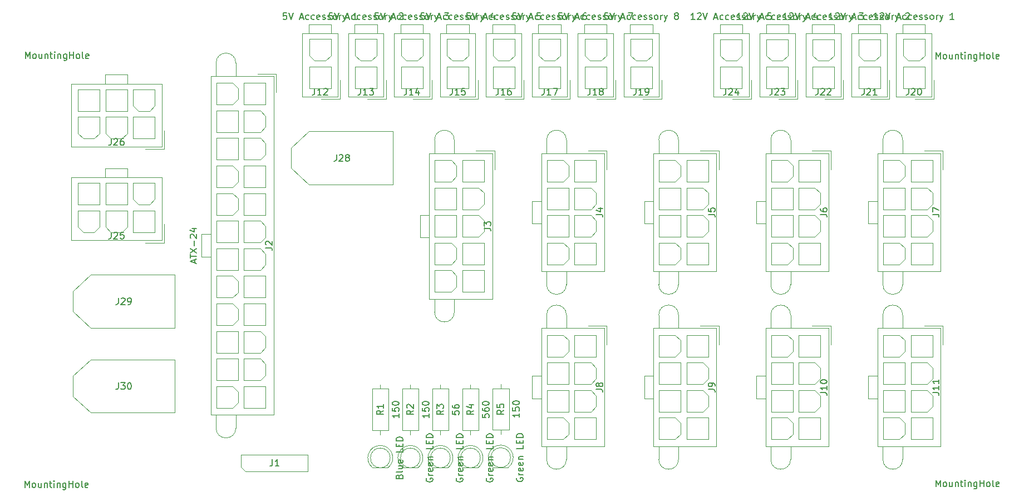
<source format=gbr>
%TF.GenerationSoftware,KiCad,Pcbnew,(5.1.10)-1*%
%TF.CreationDate,2022-08-20T11:58:47+10:00*%
%TF.ProjectId,ATX_PSU_Board,4154585f-5053-4555-9f42-6f6172642e6b,rev?*%
%TF.SameCoordinates,Original*%
%TF.FileFunction,Other,Fab,Top*%
%FSLAX46Y46*%
G04 Gerber Fmt 4.6, Leading zero omitted, Abs format (unit mm)*
G04 Created by KiCad (PCBNEW (5.1.10)-1) date 2022-08-20 11:58:47*
%MOMM*%
%LPD*%
G01*
G04 APERTURE LIST*
%ADD10C,0.100000*%
%ADD11C,0.120000*%
%ADD12C,0.150000*%
G04 APERTURE END LIST*
D10*
%TO.C,R5*%
X106020000Y-109127600D02*
X106020000Y-109787600D01*
X106020000Y-116747600D02*
X106020000Y-116087600D01*
X104770000Y-109787600D02*
X104770000Y-116087600D01*
X107270000Y-109787600D02*
X104770000Y-109787600D01*
X107270000Y-116087600D02*
X107270000Y-109787600D01*
X104770000Y-116087600D02*
X107270000Y-116087600D01*
%TO.C,R4*%
X101410000Y-109190100D02*
X101410000Y-109850100D01*
X101410000Y-116810100D02*
X101410000Y-116150100D01*
X100160000Y-109850100D02*
X100160000Y-116150100D01*
X102660000Y-109850100D02*
X100160000Y-109850100D01*
X102660000Y-116150100D02*
X102660000Y-109850100D01*
X100160000Y-116150100D02*
X102660000Y-116150100D01*
%TO.C,R3*%
X96838000Y-109190100D02*
X96838000Y-109850100D01*
X96838000Y-116810100D02*
X96838000Y-116150100D01*
X95588000Y-109850100D02*
X95588000Y-116150100D01*
X98088000Y-109850100D02*
X95588000Y-109850100D01*
X98088000Y-116150100D02*
X98088000Y-109850100D01*
X95588000Y-116150100D02*
X98088000Y-116150100D01*
%TO.C,R2*%
X92266000Y-109190100D02*
X92266000Y-109850100D01*
X92266000Y-116810100D02*
X92266000Y-116150100D01*
X91016000Y-109850100D02*
X91016000Y-116150100D01*
X93516000Y-109850100D02*
X91016000Y-109850100D01*
X93516000Y-116150100D02*
X93516000Y-109850100D01*
X91016000Y-116150100D02*
X93516000Y-116150100D01*
%TO.C,R1*%
X87694000Y-109190100D02*
X87694000Y-109850100D01*
X87694000Y-116810100D02*
X87694000Y-116150100D01*
X86444000Y-109850100D02*
X86444000Y-116150100D01*
X88944000Y-109850100D02*
X86444000Y-109850100D01*
X88944000Y-116150100D02*
X88944000Y-109850100D01*
X86444000Y-116150100D02*
X88944000Y-116150100D01*
%TO.C,D5*%
X104843810Y-121827600D02*
X107176190Y-121827600D01*
X107510000Y-120327600D02*
G75*
G03*
X107510000Y-120327600I-1500000J0D01*
G01*
X107175476Y-121828155D02*
G75*
G03*
X104843810Y-121827600I-1165476J1500555D01*
G01*
%TO.C,D4*%
X100243810Y-121875600D02*
X102576190Y-121875600D01*
X102910000Y-120375600D02*
G75*
G03*
X102910000Y-120375600I-1500000J0D01*
G01*
X102575476Y-121876155D02*
G75*
G03*
X100243810Y-121875600I-1165476J1500555D01*
G01*
%TO.C,D3*%
X95671810Y-121875600D02*
X98004190Y-121875600D01*
X98338000Y-120375600D02*
G75*
G03*
X98338000Y-120375600I-1500000J0D01*
G01*
X98003476Y-121876155D02*
G75*
G03*
X95671810Y-121875600I-1165476J1500555D01*
G01*
%TO.C,D2*%
X91099810Y-121875600D02*
X93432190Y-121875600D01*
X93766000Y-120375600D02*
G75*
G03*
X93766000Y-120375600I-1500000J0D01*
G01*
X93431476Y-121876155D02*
G75*
G03*
X91099810Y-121875600I-1165476J1500555D01*
G01*
%TO.C,D1*%
X86527810Y-121875600D02*
X88860190Y-121875600D01*
X89194000Y-120375600D02*
G75*
G03*
X89194000Y-120375600I-1500000J0D01*
G01*
X88859476Y-121876155D02*
G75*
G03*
X86527810Y-121875600I-1165476J1500555D01*
G01*
%TO.C,J1*%
X66531000Y-121793000D02*
X66531000Y-119888000D01*
X66531000Y-119888000D02*
X76691000Y-119888000D01*
X76691000Y-119888000D02*
X76691000Y-122428000D01*
X76691000Y-122428000D02*
X67166000Y-122428000D01*
X67166000Y-122428000D02*
X66531000Y-121793000D01*
%TO.C,J25*%
X54450000Y-87250000D02*
X54450000Y-77650000D01*
X54450000Y-77650000D02*
X40650000Y-77650000D01*
X40650000Y-77650000D02*
X40650000Y-87250000D01*
X40650000Y-87250000D02*
X54450000Y-87250000D01*
X49250000Y-77650000D02*
X49250000Y-76250000D01*
X49250000Y-76250000D02*
X45850000Y-76250000D01*
X45850000Y-76250000D02*
X45850000Y-77650000D01*
X53400000Y-86000000D02*
X53400000Y-82700000D01*
X53400000Y-82700000D02*
X50100000Y-82700000D01*
X50100000Y-82700000D02*
X50100000Y-86000000D01*
X50100000Y-86000000D02*
X53400000Y-86000000D01*
X53400000Y-78500000D02*
X53400000Y-80975000D01*
X53400000Y-80975000D02*
X52575000Y-81800000D01*
X52575000Y-81800000D02*
X50925000Y-81800000D01*
X50925000Y-81800000D02*
X50100000Y-80975000D01*
X50100000Y-80975000D02*
X50100000Y-78500000D01*
X50100000Y-78500000D02*
X53400000Y-78500000D01*
X49200000Y-81800000D02*
X49200000Y-78500000D01*
X49200000Y-78500000D02*
X45900000Y-78500000D01*
X45900000Y-78500000D02*
X45900000Y-81800000D01*
X45900000Y-81800000D02*
X49200000Y-81800000D01*
X49200000Y-82700000D02*
X49200000Y-85175000D01*
X49200000Y-85175000D02*
X48375000Y-86000000D01*
X48375000Y-86000000D02*
X46725000Y-86000000D01*
X46725000Y-86000000D02*
X45900000Y-85175000D01*
X45900000Y-85175000D02*
X45900000Y-82700000D01*
X45900000Y-82700000D02*
X49200000Y-82700000D01*
X45000000Y-81800000D02*
X45000000Y-78500000D01*
X45000000Y-78500000D02*
X41700000Y-78500000D01*
X41700000Y-78500000D02*
X41700000Y-81800000D01*
X41700000Y-81800000D02*
X45000000Y-81800000D01*
X45000000Y-82700000D02*
X45000000Y-85175000D01*
X45000000Y-85175000D02*
X44175000Y-86000000D01*
X44175000Y-86000000D02*
X42525000Y-86000000D01*
X42525000Y-86000000D02*
X41700000Y-85175000D01*
X41700000Y-85175000D02*
X41700000Y-82700000D01*
X41700000Y-82700000D02*
X45000000Y-82700000D01*
X51950000Y-87600000D02*
X54800000Y-87600000D01*
X54800000Y-87600000D02*
X54800000Y-84750000D01*
%TO.C,J26*%
X54450000Y-73000000D02*
X54450000Y-63400000D01*
X54450000Y-63400000D02*
X40650000Y-63400000D01*
X40650000Y-63400000D02*
X40650000Y-73000000D01*
X40650000Y-73000000D02*
X54450000Y-73000000D01*
X49250000Y-63400000D02*
X49250000Y-62000000D01*
X49250000Y-62000000D02*
X45850000Y-62000000D01*
X45850000Y-62000000D02*
X45850000Y-63400000D01*
X53400000Y-71750000D02*
X53400000Y-68450000D01*
X53400000Y-68450000D02*
X50100000Y-68450000D01*
X50100000Y-68450000D02*
X50100000Y-71750000D01*
X50100000Y-71750000D02*
X53400000Y-71750000D01*
X53400000Y-64250000D02*
X53400000Y-66725000D01*
X53400000Y-66725000D02*
X52575000Y-67550000D01*
X52575000Y-67550000D02*
X50925000Y-67550000D01*
X50925000Y-67550000D02*
X50100000Y-66725000D01*
X50100000Y-66725000D02*
X50100000Y-64250000D01*
X50100000Y-64250000D02*
X53400000Y-64250000D01*
X49200000Y-67550000D02*
X49200000Y-64250000D01*
X49200000Y-64250000D02*
X45900000Y-64250000D01*
X45900000Y-64250000D02*
X45900000Y-67550000D01*
X45900000Y-67550000D02*
X49200000Y-67550000D01*
X49200000Y-68450000D02*
X49200000Y-70925000D01*
X49200000Y-70925000D02*
X48375000Y-71750000D01*
X48375000Y-71750000D02*
X46725000Y-71750000D01*
X46725000Y-71750000D02*
X45900000Y-70925000D01*
X45900000Y-70925000D02*
X45900000Y-68450000D01*
X45900000Y-68450000D02*
X49200000Y-68450000D01*
X45000000Y-67550000D02*
X45000000Y-64250000D01*
X45000000Y-64250000D02*
X41700000Y-64250000D01*
X41700000Y-64250000D02*
X41700000Y-67550000D01*
X41700000Y-67550000D02*
X45000000Y-67550000D01*
X45000000Y-68450000D02*
X45000000Y-70925000D01*
X45000000Y-70925000D02*
X44175000Y-71750000D01*
X44175000Y-71750000D02*
X42525000Y-71750000D01*
X42525000Y-71750000D02*
X41700000Y-70925000D01*
X41700000Y-70925000D02*
X41700000Y-68450000D01*
X41700000Y-68450000D02*
X45000000Y-68450000D01*
X51950000Y-73350000D02*
X54800000Y-73350000D01*
X54800000Y-73350000D02*
X54800000Y-70500000D01*
D11*
%TO.C,J30*%
X56405200Y-113476800D02*
X56405200Y-105376800D01*
X43655200Y-113476800D02*
X56405200Y-113476800D01*
X40905200Y-110976800D02*
X43655200Y-113476800D01*
X40905200Y-107876800D02*
X40905200Y-110976800D01*
X43655200Y-105376800D02*
X40905200Y-107876800D01*
X56405200Y-105376800D02*
X43655200Y-105376800D01*
%TO.C,J29*%
X56405200Y-92476400D02*
X43655200Y-92476400D01*
X43655200Y-92476400D02*
X40905200Y-94976400D01*
X40905200Y-94976400D02*
X40905200Y-98076400D01*
X40905200Y-98076400D02*
X43655200Y-100576400D01*
X43655200Y-100576400D02*
X56405200Y-100576400D01*
X56405200Y-100576400D02*
X56405200Y-92476400D01*
D10*
%TO.C,J20*%
X171567600Y-65343600D02*
X171567600Y-55743600D01*
X171567600Y-55743600D02*
X166167600Y-55743600D01*
X166167600Y-55743600D02*
X166167600Y-65343600D01*
X166167600Y-65343600D02*
X171567600Y-65343600D01*
X170567600Y-55743600D02*
X170567600Y-54343600D01*
X170567600Y-54343600D02*
X167167600Y-54343600D01*
X167167600Y-54343600D02*
X167167600Y-55743600D01*
X170517600Y-64093600D02*
X170517600Y-60793600D01*
X170517600Y-60793600D02*
X167217600Y-60793600D01*
X167217600Y-60793600D02*
X167217600Y-64093600D01*
X167217600Y-64093600D02*
X170517600Y-64093600D01*
X170517600Y-56593600D02*
X170517600Y-59068600D01*
X170517600Y-59068600D02*
X169692600Y-59893600D01*
X169692600Y-59893600D02*
X168042600Y-59893600D01*
X168042600Y-59893600D02*
X167217600Y-59068600D01*
X167217600Y-59068600D02*
X167217600Y-56593600D01*
X167217600Y-56593600D02*
X170517600Y-56593600D01*
X169067600Y-65693600D02*
X171917600Y-65693600D01*
X171917600Y-65693600D02*
X171917600Y-62843600D01*
%TO.C,J11*%
X167156400Y-98601800D02*
X167156400Y-100601800D01*
X164156400Y-98601800D02*
X164156400Y-100601800D01*
X167156400Y-120601800D02*
X167156400Y-118601800D01*
X164156400Y-120601800D02*
X164156400Y-118601800D01*
X172946400Y-100601800D02*
X163346400Y-100601800D01*
X163346400Y-100601800D02*
X163346400Y-118601800D01*
X163346400Y-118601800D02*
X172946400Y-118601800D01*
X172946400Y-118601800D02*
X172946400Y-100601800D01*
X163346400Y-107901800D02*
X161946400Y-107901800D01*
X161946400Y-107901800D02*
X161946400Y-111301800D01*
X161946400Y-111301800D02*
X163346400Y-111301800D01*
X171696400Y-101651800D02*
X168396400Y-101651800D01*
X168396400Y-101651800D02*
X168396400Y-104951800D01*
X168396400Y-104951800D02*
X171696400Y-104951800D01*
X171696400Y-104951800D02*
X171696400Y-101651800D01*
X164196400Y-101651800D02*
X166671400Y-101651800D01*
X166671400Y-101651800D02*
X167496400Y-102476800D01*
X167496400Y-102476800D02*
X167496400Y-104126800D01*
X167496400Y-104126800D02*
X166671400Y-104951800D01*
X166671400Y-104951800D02*
X164196400Y-104951800D01*
X164196400Y-104951800D02*
X164196400Y-101651800D01*
X167496400Y-105851800D02*
X164196400Y-105851800D01*
X164196400Y-105851800D02*
X164196400Y-109151800D01*
X164196400Y-109151800D02*
X167496400Y-109151800D01*
X167496400Y-109151800D02*
X167496400Y-105851800D01*
X168396400Y-105851800D02*
X170871400Y-105851800D01*
X170871400Y-105851800D02*
X171696400Y-106676800D01*
X171696400Y-106676800D02*
X171696400Y-108326800D01*
X171696400Y-108326800D02*
X170871400Y-109151800D01*
X170871400Y-109151800D02*
X168396400Y-109151800D01*
X168396400Y-109151800D02*
X168396400Y-105851800D01*
X167496400Y-110051800D02*
X164196400Y-110051800D01*
X164196400Y-110051800D02*
X164196400Y-113351800D01*
X164196400Y-113351800D02*
X167496400Y-113351800D01*
X167496400Y-113351800D02*
X167496400Y-110051800D01*
X168396400Y-110051800D02*
X170871400Y-110051800D01*
X170871400Y-110051800D02*
X171696400Y-110876800D01*
X171696400Y-110876800D02*
X171696400Y-112526800D01*
X171696400Y-112526800D02*
X170871400Y-113351800D01*
X170871400Y-113351800D02*
X168396400Y-113351800D01*
X168396400Y-113351800D02*
X168396400Y-110051800D01*
X171696400Y-114251800D02*
X168396400Y-114251800D01*
X168396400Y-114251800D02*
X168396400Y-117551800D01*
X168396400Y-117551800D02*
X171696400Y-117551800D01*
X171696400Y-117551800D02*
X171696400Y-114251800D01*
X164196400Y-114251800D02*
X166671400Y-114251800D01*
X166671400Y-114251800D02*
X167496400Y-115076800D01*
X167496400Y-115076800D02*
X167496400Y-116726800D01*
X167496400Y-116726800D02*
X166671400Y-117551800D01*
X166671400Y-117551800D02*
X164196400Y-117551800D01*
X164196400Y-117551800D02*
X164196400Y-114251800D01*
X173296400Y-103101800D02*
X173296400Y-100251800D01*
X173296400Y-100251800D02*
X170446400Y-100251800D01*
X164156400Y-120601800D02*
G75*
G03*
X167156400Y-120601800I1500000J0D01*
G01*
X167156400Y-98601800D02*
G75*
G03*
X164156400Y-98601800I-1500000J0D01*
G01*
%TO.C,J24*%
X143783632Y-65357200D02*
X143783632Y-55757200D01*
X143783632Y-55757200D02*
X138383632Y-55757200D01*
X138383632Y-55757200D02*
X138383632Y-65357200D01*
X138383632Y-65357200D02*
X143783632Y-65357200D01*
X142783632Y-55757200D02*
X142783632Y-54357200D01*
X142783632Y-54357200D02*
X139383632Y-54357200D01*
X139383632Y-54357200D02*
X139383632Y-55757200D01*
X142733632Y-64107200D02*
X142733632Y-60807200D01*
X142733632Y-60807200D02*
X139433632Y-60807200D01*
X139433632Y-60807200D02*
X139433632Y-64107200D01*
X139433632Y-64107200D02*
X142733632Y-64107200D01*
X142733632Y-56607200D02*
X142733632Y-59082200D01*
X142733632Y-59082200D02*
X141908632Y-59907200D01*
X141908632Y-59907200D02*
X140258632Y-59907200D01*
X140258632Y-59907200D02*
X139433632Y-59082200D01*
X139433632Y-59082200D02*
X139433632Y-56607200D01*
X139433632Y-56607200D02*
X142733632Y-56607200D01*
X141283632Y-65707200D02*
X144133632Y-65707200D01*
X144133632Y-65707200D02*
X144133632Y-62857200D01*
%TO.C,J23*%
X150786774Y-65357200D02*
X150786774Y-55757200D01*
X150786774Y-55757200D02*
X145386774Y-55757200D01*
X145386774Y-55757200D02*
X145386774Y-65357200D01*
X145386774Y-65357200D02*
X150786774Y-65357200D01*
X149786774Y-55757200D02*
X149786774Y-54357200D01*
X149786774Y-54357200D02*
X146386774Y-54357200D01*
X146386774Y-54357200D02*
X146386774Y-55757200D01*
X149736774Y-64107200D02*
X149736774Y-60807200D01*
X149736774Y-60807200D02*
X146436774Y-60807200D01*
X146436774Y-60807200D02*
X146436774Y-64107200D01*
X146436774Y-64107200D02*
X149736774Y-64107200D01*
X149736774Y-56607200D02*
X149736774Y-59082200D01*
X149736774Y-59082200D02*
X148911774Y-59907200D01*
X148911774Y-59907200D02*
X147261774Y-59907200D01*
X147261774Y-59907200D02*
X146436774Y-59082200D01*
X146436774Y-59082200D02*
X146436774Y-56607200D01*
X146436774Y-56607200D02*
X149736774Y-56607200D01*
X148286774Y-65707200D02*
X151136774Y-65707200D01*
X151136774Y-65707200D02*
X151136774Y-62857200D01*
%TO.C,J22*%
X157789916Y-65357200D02*
X157789916Y-55757200D01*
X157789916Y-55757200D02*
X152389916Y-55757200D01*
X152389916Y-55757200D02*
X152389916Y-65357200D01*
X152389916Y-65357200D02*
X157789916Y-65357200D01*
X156789916Y-55757200D02*
X156789916Y-54357200D01*
X156789916Y-54357200D02*
X153389916Y-54357200D01*
X153389916Y-54357200D02*
X153389916Y-55757200D01*
X156739916Y-64107200D02*
X156739916Y-60807200D01*
X156739916Y-60807200D02*
X153439916Y-60807200D01*
X153439916Y-60807200D02*
X153439916Y-64107200D01*
X153439916Y-64107200D02*
X156739916Y-64107200D01*
X156739916Y-56607200D02*
X156739916Y-59082200D01*
X156739916Y-59082200D02*
X155914916Y-59907200D01*
X155914916Y-59907200D02*
X154264916Y-59907200D01*
X154264916Y-59907200D02*
X153439916Y-59082200D01*
X153439916Y-59082200D02*
X153439916Y-56607200D01*
X153439916Y-56607200D02*
X156739916Y-56607200D01*
X155289916Y-65707200D02*
X158139916Y-65707200D01*
X158139916Y-65707200D02*
X158139916Y-62857200D01*
%TO.C,J21*%
X164793058Y-65357200D02*
X164793058Y-55757200D01*
X164793058Y-55757200D02*
X159393058Y-55757200D01*
X159393058Y-55757200D02*
X159393058Y-65357200D01*
X159393058Y-65357200D02*
X164793058Y-65357200D01*
X163793058Y-55757200D02*
X163793058Y-54357200D01*
X163793058Y-54357200D02*
X160393058Y-54357200D01*
X160393058Y-54357200D02*
X160393058Y-55757200D01*
X163743058Y-64107200D02*
X163743058Y-60807200D01*
X163743058Y-60807200D02*
X160443058Y-60807200D01*
X160443058Y-60807200D02*
X160443058Y-64107200D01*
X160443058Y-64107200D02*
X163743058Y-64107200D01*
X163743058Y-56607200D02*
X163743058Y-59082200D01*
X163743058Y-59082200D02*
X162918058Y-59907200D01*
X162918058Y-59907200D02*
X161268058Y-59907200D01*
X161268058Y-59907200D02*
X160443058Y-59082200D01*
X160443058Y-59082200D02*
X160443058Y-56607200D01*
X160443058Y-56607200D02*
X163743058Y-56607200D01*
X162293058Y-65707200D02*
X165143058Y-65707200D01*
X165143058Y-65707200D02*
X165143058Y-62857200D01*
%TO.C,J19*%
X130114800Y-65343600D02*
X130114800Y-55743600D01*
X130114800Y-55743600D02*
X124714800Y-55743600D01*
X124714800Y-55743600D02*
X124714800Y-65343600D01*
X124714800Y-65343600D02*
X130114800Y-65343600D01*
X129114800Y-55743600D02*
X129114800Y-54343600D01*
X129114800Y-54343600D02*
X125714800Y-54343600D01*
X125714800Y-54343600D02*
X125714800Y-55743600D01*
X129064800Y-64093600D02*
X129064800Y-60793600D01*
X129064800Y-60793600D02*
X125764800Y-60793600D01*
X125764800Y-60793600D02*
X125764800Y-64093600D01*
X125764800Y-64093600D02*
X129064800Y-64093600D01*
X129064800Y-56593600D02*
X129064800Y-59068600D01*
X129064800Y-59068600D02*
X128239800Y-59893600D01*
X128239800Y-59893600D02*
X126589800Y-59893600D01*
X126589800Y-59893600D02*
X125764800Y-59068600D01*
X125764800Y-59068600D02*
X125764800Y-56593600D01*
X125764800Y-56593600D02*
X129064800Y-56593600D01*
X127614800Y-65693600D02*
X130464800Y-65693600D01*
X130464800Y-65693600D02*
X130464800Y-62843600D01*
%TO.C,J18*%
X123129800Y-65343600D02*
X123129800Y-55743600D01*
X123129800Y-55743600D02*
X117729800Y-55743600D01*
X117729800Y-55743600D02*
X117729800Y-65343600D01*
X117729800Y-65343600D02*
X123129800Y-65343600D01*
X122129800Y-55743600D02*
X122129800Y-54343600D01*
X122129800Y-54343600D02*
X118729800Y-54343600D01*
X118729800Y-54343600D02*
X118729800Y-55743600D01*
X122079800Y-64093600D02*
X122079800Y-60793600D01*
X122079800Y-60793600D02*
X118779800Y-60793600D01*
X118779800Y-60793600D02*
X118779800Y-64093600D01*
X118779800Y-64093600D02*
X122079800Y-64093600D01*
X122079800Y-56593600D02*
X122079800Y-59068600D01*
X122079800Y-59068600D02*
X121254800Y-59893600D01*
X121254800Y-59893600D02*
X119604800Y-59893600D01*
X119604800Y-59893600D02*
X118779800Y-59068600D01*
X118779800Y-59068600D02*
X118779800Y-56593600D01*
X118779800Y-56593600D02*
X122079800Y-56593600D01*
X120629800Y-65693600D02*
X123479800Y-65693600D01*
X123479800Y-65693600D02*
X123479800Y-62843600D01*
%TO.C,J17*%
X116144800Y-65343600D02*
X116144800Y-55743600D01*
X116144800Y-55743600D02*
X110744800Y-55743600D01*
X110744800Y-55743600D02*
X110744800Y-65343600D01*
X110744800Y-65343600D02*
X116144800Y-65343600D01*
X115144800Y-55743600D02*
X115144800Y-54343600D01*
X115144800Y-54343600D02*
X111744800Y-54343600D01*
X111744800Y-54343600D02*
X111744800Y-55743600D01*
X115094800Y-64093600D02*
X115094800Y-60793600D01*
X115094800Y-60793600D02*
X111794800Y-60793600D01*
X111794800Y-60793600D02*
X111794800Y-64093600D01*
X111794800Y-64093600D02*
X115094800Y-64093600D01*
X115094800Y-56593600D02*
X115094800Y-59068600D01*
X115094800Y-59068600D02*
X114269800Y-59893600D01*
X114269800Y-59893600D02*
X112619800Y-59893600D01*
X112619800Y-59893600D02*
X111794800Y-59068600D01*
X111794800Y-59068600D02*
X111794800Y-56593600D01*
X111794800Y-56593600D02*
X115094800Y-56593600D01*
X113644800Y-65693600D02*
X116494800Y-65693600D01*
X116494800Y-65693600D02*
X116494800Y-62843600D01*
%TO.C,J16*%
X109159800Y-65343600D02*
X109159800Y-55743600D01*
X109159800Y-55743600D02*
X103759800Y-55743600D01*
X103759800Y-55743600D02*
X103759800Y-65343600D01*
X103759800Y-65343600D02*
X109159800Y-65343600D01*
X108159800Y-55743600D02*
X108159800Y-54343600D01*
X108159800Y-54343600D02*
X104759800Y-54343600D01*
X104759800Y-54343600D02*
X104759800Y-55743600D01*
X108109800Y-64093600D02*
X108109800Y-60793600D01*
X108109800Y-60793600D02*
X104809800Y-60793600D01*
X104809800Y-60793600D02*
X104809800Y-64093600D01*
X104809800Y-64093600D02*
X108109800Y-64093600D01*
X108109800Y-56593600D02*
X108109800Y-59068600D01*
X108109800Y-59068600D02*
X107284800Y-59893600D01*
X107284800Y-59893600D02*
X105634800Y-59893600D01*
X105634800Y-59893600D02*
X104809800Y-59068600D01*
X104809800Y-59068600D02*
X104809800Y-56593600D01*
X104809800Y-56593600D02*
X108109800Y-56593600D01*
X106659800Y-65693600D02*
X109509800Y-65693600D01*
X109509800Y-65693600D02*
X109509800Y-62843600D01*
%TO.C,J15*%
X102174800Y-65343600D02*
X102174800Y-55743600D01*
X102174800Y-55743600D02*
X96774800Y-55743600D01*
X96774800Y-55743600D02*
X96774800Y-65343600D01*
X96774800Y-65343600D02*
X102174800Y-65343600D01*
X101174800Y-55743600D02*
X101174800Y-54343600D01*
X101174800Y-54343600D02*
X97774800Y-54343600D01*
X97774800Y-54343600D02*
X97774800Y-55743600D01*
X101124800Y-64093600D02*
X101124800Y-60793600D01*
X101124800Y-60793600D02*
X97824800Y-60793600D01*
X97824800Y-60793600D02*
X97824800Y-64093600D01*
X97824800Y-64093600D02*
X101124800Y-64093600D01*
X101124800Y-56593600D02*
X101124800Y-59068600D01*
X101124800Y-59068600D02*
X100299800Y-59893600D01*
X100299800Y-59893600D02*
X98649800Y-59893600D01*
X98649800Y-59893600D02*
X97824800Y-59068600D01*
X97824800Y-59068600D02*
X97824800Y-56593600D01*
X97824800Y-56593600D02*
X101124800Y-56593600D01*
X99674800Y-65693600D02*
X102524800Y-65693600D01*
X102524800Y-65693600D02*
X102524800Y-62843600D01*
%TO.C,J14*%
X95189800Y-65343600D02*
X95189800Y-55743600D01*
X95189800Y-55743600D02*
X89789800Y-55743600D01*
X89789800Y-55743600D02*
X89789800Y-65343600D01*
X89789800Y-65343600D02*
X95189800Y-65343600D01*
X94189800Y-55743600D02*
X94189800Y-54343600D01*
X94189800Y-54343600D02*
X90789800Y-54343600D01*
X90789800Y-54343600D02*
X90789800Y-55743600D01*
X94139800Y-64093600D02*
X94139800Y-60793600D01*
X94139800Y-60793600D02*
X90839800Y-60793600D01*
X90839800Y-60793600D02*
X90839800Y-64093600D01*
X90839800Y-64093600D02*
X94139800Y-64093600D01*
X94139800Y-56593600D02*
X94139800Y-59068600D01*
X94139800Y-59068600D02*
X93314800Y-59893600D01*
X93314800Y-59893600D02*
X91664800Y-59893600D01*
X91664800Y-59893600D02*
X90839800Y-59068600D01*
X90839800Y-59068600D02*
X90839800Y-56593600D01*
X90839800Y-56593600D02*
X94139800Y-56593600D01*
X92689800Y-65693600D02*
X95539800Y-65693600D01*
X95539800Y-65693600D02*
X95539800Y-62843600D01*
%TO.C,J13*%
X88204800Y-65343600D02*
X88204800Y-55743600D01*
X88204800Y-55743600D02*
X82804800Y-55743600D01*
X82804800Y-55743600D02*
X82804800Y-65343600D01*
X82804800Y-65343600D02*
X88204800Y-65343600D01*
X87204800Y-55743600D02*
X87204800Y-54343600D01*
X87204800Y-54343600D02*
X83804800Y-54343600D01*
X83804800Y-54343600D02*
X83804800Y-55743600D01*
X87154800Y-64093600D02*
X87154800Y-60793600D01*
X87154800Y-60793600D02*
X83854800Y-60793600D01*
X83854800Y-60793600D02*
X83854800Y-64093600D01*
X83854800Y-64093600D02*
X87154800Y-64093600D01*
X87154800Y-56593600D02*
X87154800Y-59068600D01*
X87154800Y-59068600D02*
X86329800Y-59893600D01*
X86329800Y-59893600D02*
X84679800Y-59893600D01*
X84679800Y-59893600D02*
X83854800Y-59068600D01*
X83854800Y-59068600D02*
X83854800Y-56593600D01*
X83854800Y-56593600D02*
X87154800Y-56593600D01*
X85704800Y-65693600D02*
X88554800Y-65693600D01*
X88554800Y-65693600D02*
X88554800Y-62843600D01*
%TO.C,J12*%
X81219800Y-65343600D02*
X81219800Y-55743600D01*
X81219800Y-55743600D02*
X75819800Y-55743600D01*
X75819800Y-55743600D02*
X75819800Y-65343600D01*
X75819800Y-65343600D02*
X81219800Y-65343600D01*
X80219800Y-55743600D02*
X80219800Y-54343600D01*
X80219800Y-54343600D02*
X76819800Y-54343600D01*
X76819800Y-54343600D02*
X76819800Y-55743600D01*
X80169800Y-64093600D02*
X80169800Y-60793600D01*
X80169800Y-60793600D02*
X76869800Y-60793600D01*
X76869800Y-60793600D02*
X76869800Y-64093600D01*
X76869800Y-64093600D02*
X80169800Y-64093600D01*
X80169800Y-56593600D02*
X80169800Y-59068600D01*
X80169800Y-59068600D02*
X79344800Y-59893600D01*
X79344800Y-59893600D02*
X77694800Y-59893600D01*
X77694800Y-59893600D02*
X76869800Y-59068600D01*
X76869800Y-59068600D02*
X76869800Y-56593600D01*
X76869800Y-56593600D02*
X80169800Y-56593600D01*
X78719800Y-65693600D02*
X81569800Y-65693600D01*
X81569800Y-65693600D02*
X81569800Y-62843600D01*
D11*
%TO.C,J28*%
X89578400Y-78726800D02*
X89578400Y-70626800D01*
X76828400Y-78726800D02*
X89578400Y-78726800D01*
X74078400Y-76226800D02*
X76828400Y-78726800D01*
X74078400Y-73126800D02*
X74078400Y-76226800D01*
X76828400Y-70626800D02*
X74078400Y-73126800D01*
X89578400Y-70626800D02*
X76828400Y-70626800D01*
D10*
%TO.C,J5*%
X133051000Y-71964600D02*
X133051000Y-73964600D01*
X130051000Y-71964600D02*
X130051000Y-73964600D01*
X133051000Y-93964600D02*
X133051000Y-91964600D01*
X130051000Y-93964600D02*
X130051000Y-91964600D01*
X138841000Y-73964600D02*
X129241000Y-73964600D01*
X129241000Y-73964600D02*
X129241000Y-91964600D01*
X129241000Y-91964600D02*
X138841000Y-91964600D01*
X138841000Y-91964600D02*
X138841000Y-73964600D01*
X129241000Y-81264600D02*
X127841000Y-81264600D01*
X127841000Y-81264600D02*
X127841000Y-84664600D01*
X127841000Y-84664600D02*
X129241000Y-84664600D01*
X137591000Y-75014600D02*
X134291000Y-75014600D01*
X134291000Y-75014600D02*
X134291000Y-78314600D01*
X134291000Y-78314600D02*
X137591000Y-78314600D01*
X137591000Y-78314600D02*
X137591000Y-75014600D01*
X130091000Y-75014600D02*
X132566000Y-75014600D01*
X132566000Y-75014600D02*
X133391000Y-75839600D01*
X133391000Y-75839600D02*
X133391000Y-77489600D01*
X133391000Y-77489600D02*
X132566000Y-78314600D01*
X132566000Y-78314600D02*
X130091000Y-78314600D01*
X130091000Y-78314600D02*
X130091000Y-75014600D01*
X133391000Y-79214600D02*
X130091000Y-79214600D01*
X130091000Y-79214600D02*
X130091000Y-82514600D01*
X130091000Y-82514600D02*
X133391000Y-82514600D01*
X133391000Y-82514600D02*
X133391000Y-79214600D01*
X134291000Y-79214600D02*
X136766000Y-79214600D01*
X136766000Y-79214600D02*
X137591000Y-80039600D01*
X137591000Y-80039600D02*
X137591000Y-81689600D01*
X137591000Y-81689600D02*
X136766000Y-82514600D01*
X136766000Y-82514600D02*
X134291000Y-82514600D01*
X134291000Y-82514600D02*
X134291000Y-79214600D01*
X133391000Y-83414600D02*
X130091000Y-83414600D01*
X130091000Y-83414600D02*
X130091000Y-86714600D01*
X130091000Y-86714600D02*
X133391000Y-86714600D01*
X133391000Y-86714600D02*
X133391000Y-83414600D01*
X134291000Y-83414600D02*
X136766000Y-83414600D01*
X136766000Y-83414600D02*
X137591000Y-84239600D01*
X137591000Y-84239600D02*
X137591000Y-85889600D01*
X137591000Y-85889600D02*
X136766000Y-86714600D01*
X136766000Y-86714600D02*
X134291000Y-86714600D01*
X134291000Y-86714600D02*
X134291000Y-83414600D01*
X137591000Y-87614600D02*
X134291000Y-87614600D01*
X134291000Y-87614600D02*
X134291000Y-90914600D01*
X134291000Y-90914600D02*
X137591000Y-90914600D01*
X137591000Y-90914600D02*
X137591000Y-87614600D01*
X130091000Y-87614600D02*
X132566000Y-87614600D01*
X132566000Y-87614600D02*
X133391000Y-88439600D01*
X133391000Y-88439600D02*
X133391000Y-90089600D01*
X133391000Y-90089600D02*
X132566000Y-90914600D01*
X132566000Y-90914600D02*
X130091000Y-90914600D01*
X130091000Y-90914600D02*
X130091000Y-87614600D01*
X139191000Y-76464600D02*
X139191000Y-73614600D01*
X139191000Y-73614600D02*
X136341000Y-73614600D01*
X130051000Y-93964600D02*
G75*
G03*
X133051000Y-93964600I1500000J0D01*
G01*
X133051000Y-71964600D02*
G75*
G03*
X130051000Y-71964600I-1500000J0D01*
G01*
%TO.C,J7*%
X167156400Y-71964600D02*
X167156400Y-73964600D01*
X164156400Y-71964600D02*
X164156400Y-73964600D01*
X167156400Y-93964600D02*
X167156400Y-91964600D01*
X164156400Y-93964600D02*
X164156400Y-91964600D01*
X172946400Y-73964600D02*
X163346400Y-73964600D01*
X163346400Y-73964600D02*
X163346400Y-91964600D01*
X163346400Y-91964600D02*
X172946400Y-91964600D01*
X172946400Y-91964600D02*
X172946400Y-73964600D01*
X163346400Y-81264600D02*
X161946400Y-81264600D01*
X161946400Y-81264600D02*
X161946400Y-84664600D01*
X161946400Y-84664600D02*
X163346400Y-84664600D01*
X171696400Y-75014600D02*
X168396400Y-75014600D01*
X168396400Y-75014600D02*
X168396400Y-78314600D01*
X168396400Y-78314600D02*
X171696400Y-78314600D01*
X171696400Y-78314600D02*
X171696400Y-75014600D01*
X164196400Y-75014600D02*
X166671400Y-75014600D01*
X166671400Y-75014600D02*
X167496400Y-75839600D01*
X167496400Y-75839600D02*
X167496400Y-77489600D01*
X167496400Y-77489600D02*
X166671400Y-78314600D01*
X166671400Y-78314600D02*
X164196400Y-78314600D01*
X164196400Y-78314600D02*
X164196400Y-75014600D01*
X167496400Y-79214600D02*
X164196400Y-79214600D01*
X164196400Y-79214600D02*
X164196400Y-82514600D01*
X164196400Y-82514600D02*
X167496400Y-82514600D01*
X167496400Y-82514600D02*
X167496400Y-79214600D01*
X168396400Y-79214600D02*
X170871400Y-79214600D01*
X170871400Y-79214600D02*
X171696400Y-80039600D01*
X171696400Y-80039600D02*
X171696400Y-81689600D01*
X171696400Y-81689600D02*
X170871400Y-82514600D01*
X170871400Y-82514600D02*
X168396400Y-82514600D01*
X168396400Y-82514600D02*
X168396400Y-79214600D01*
X167496400Y-83414600D02*
X164196400Y-83414600D01*
X164196400Y-83414600D02*
X164196400Y-86714600D01*
X164196400Y-86714600D02*
X167496400Y-86714600D01*
X167496400Y-86714600D02*
X167496400Y-83414600D01*
X168396400Y-83414600D02*
X170871400Y-83414600D01*
X170871400Y-83414600D02*
X171696400Y-84239600D01*
X171696400Y-84239600D02*
X171696400Y-85889600D01*
X171696400Y-85889600D02*
X170871400Y-86714600D01*
X170871400Y-86714600D02*
X168396400Y-86714600D01*
X168396400Y-86714600D02*
X168396400Y-83414600D01*
X171696400Y-87614600D02*
X168396400Y-87614600D01*
X168396400Y-87614600D02*
X168396400Y-90914600D01*
X168396400Y-90914600D02*
X171696400Y-90914600D01*
X171696400Y-90914600D02*
X171696400Y-87614600D01*
X164196400Y-87614600D02*
X166671400Y-87614600D01*
X166671400Y-87614600D02*
X167496400Y-88439600D01*
X167496400Y-88439600D02*
X167496400Y-90089600D01*
X167496400Y-90089600D02*
X166671400Y-90914600D01*
X166671400Y-90914600D02*
X164196400Y-90914600D01*
X164196400Y-90914600D02*
X164196400Y-87614600D01*
X173296400Y-76464600D02*
X173296400Y-73614600D01*
X173296400Y-73614600D02*
X170446400Y-73614600D01*
X164156400Y-93964600D02*
G75*
G03*
X167156400Y-93964600I1500000J0D01*
G01*
X167156400Y-71964600D02*
G75*
G03*
X164156400Y-71964600I-1500000J0D01*
G01*
%TO.C,J10*%
X150103700Y-98601800D02*
X150103700Y-100601800D01*
X147103700Y-98601800D02*
X147103700Y-100601800D01*
X150103700Y-120601800D02*
X150103700Y-118601800D01*
X147103700Y-120601800D02*
X147103700Y-118601800D01*
X155893700Y-100601800D02*
X146293700Y-100601800D01*
X146293700Y-100601800D02*
X146293700Y-118601800D01*
X146293700Y-118601800D02*
X155893700Y-118601800D01*
X155893700Y-118601800D02*
X155893700Y-100601800D01*
X146293700Y-107901800D02*
X144893700Y-107901800D01*
X144893700Y-107901800D02*
X144893700Y-111301800D01*
X144893700Y-111301800D02*
X146293700Y-111301800D01*
X154643700Y-101651800D02*
X151343700Y-101651800D01*
X151343700Y-101651800D02*
X151343700Y-104951800D01*
X151343700Y-104951800D02*
X154643700Y-104951800D01*
X154643700Y-104951800D02*
X154643700Y-101651800D01*
X147143700Y-101651800D02*
X149618700Y-101651800D01*
X149618700Y-101651800D02*
X150443700Y-102476800D01*
X150443700Y-102476800D02*
X150443700Y-104126800D01*
X150443700Y-104126800D02*
X149618700Y-104951800D01*
X149618700Y-104951800D02*
X147143700Y-104951800D01*
X147143700Y-104951800D02*
X147143700Y-101651800D01*
X150443700Y-105851800D02*
X147143700Y-105851800D01*
X147143700Y-105851800D02*
X147143700Y-109151800D01*
X147143700Y-109151800D02*
X150443700Y-109151800D01*
X150443700Y-109151800D02*
X150443700Y-105851800D01*
X151343700Y-105851800D02*
X153818700Y-105851800D01*
X153818700Y-105851800D02*
X154643700Y-106676800D01*
X154643700Y-106676800D02*
X154643700Y-108326800D01*
X154643700Y-108326800D02*
X153818700Y-109151800D01*
X153818700Y-109151800D02*
X151343700Y-109151800D01*
X151343700Y-109151800D02*
X151343700Y-105851800D01*
X150443700Y-110051800D02*
X147143700Y-110051800D01*
X147143700Y-110051800D02*
X147143700Y-113351800D01*
X147143700Y-113351800D02*
X150443700Y-113351800D01*
X150443700Y-113351800D02*
X150443700Y-110051800D01*
X151343700Y-110051800D02*
X153818700Y-110051800D01*
X153818700Y-110051800D02*
X154643700Y-110876800D01*
X154643700Y-110876800D02*
X154643700Y-112526800D01*
X154643700Y-112526800D02*
X153818700Y-113351800D01*
X153818700Y-113351800D02*
X151343700Y-113351800D01*
X151343700Y-113351800D02*
X151343700Y-110051800D01*
X154643700Y-114251800D02*
X151343700Y-114251800D01*
X151343700Y-114251800D02*
X151343700Y-117551800D01*
X151343700Y-117551800D02*
X154643700Y-117551800D01*
X154643700Y-117551800D02*
X154643700Y-114251800D01*
X147143700Y-114251800D02*
X149618700Y-114251800D01*
X149618700Y-114251800D02*
X150443700Y-115076800D01*
X150443700Y-115076800D02*
X150443700Y-116726800D01*
X150443700Y-116726800D02*
X149618700Y-117551800D01*
X149618700Y-117551800D02*
X147143700Y-117551800D01*
X147143700Y-117551800D02*
X147143700Y-114251800D01*
X156243700Y-103101800D02*
X156243700Y-100251800D01*
X156243700Y-100251800D02*
X153393700Y-100251800D01*
X147103700Y-120601800D02*
G75*
G03*
X150103700Y-120601800I1500000J0D01*
G01*
X150103700Y-98601800D02*
G75*
G03*
X147103700Y-98601800I-1500000J0D01*
G01*
%TO.C,J9*%
X133051000Y-98601800D02*
X133051000Y-100601800D01*
X130051000Y-98601800D02*
X130051000Y-100601800D01*
X133051000Y-120601800D02*
X133051000Y-118601800D01*
X130051000Y-120601800D02*
X130051000Y-118601800D01*
X138841000Y-100601800D02*
X129241000Y-100601800D01*
X129241000Y-100601800D02*
X129241000Y-118601800D01*
X129241000Y-118601800D02*
X138841000Y-118601800D01*
X138841000Y-118601800D02*
X138841000Y-100601800D01*
X129241000Y-107901800D02*
X127841000Y-107901800D01*
X127841000Y-107901800D02*
X127841000Y-111301800D01*
X127841000Y-111301800D02*
X129241000Y-111301800D01*
X137591000Y-101651800D02*
X134291000Y-101651800D01*
X134291000Y-101651800D02*
X134291000Y-104951800D01*
X134291000Y-104951800D02*
X137591000Y-104951800D01*
X137591000Y-104951800D02*
X137591000Y-101651800D01*
X130091000Y-101651800D02*
X132566000Y-101651800D01*
X132566000Y-101651800D02*
X133391000Y-102476800D01*
X133391000Y-102476800D02*
X133391000Y-104126800D01*
X133391000Y-104126800D02*
X132566000Y-104951800D01*
X132566000Y-104951800D02*
X130091000Y-104951800D01*
X130091000Y-104951800D02*
X130091000Y-101651800D01*
X133391000Y-105851800D02*
X130091000Y-105851800D01*
X130091000Y-105851800D02*
X130091000Y-109151800D01*
X130091000Y-109151800D02*
X133391000Y-109151800D01*
X133391000Y-109151800D02*
X133391000Y-105851800D01*
X134291000Y-105851800D02*
X136766000Y-105851800D01*
X136766000Y-105851800D02*
X137591000Y-106676800D01*
X137591000Y-106676800D02*
X137591000Y-108326800D01*
X137591000Y-108326800D02*
X136766000Y-109151800D01*
X136766000Y-109151800D02*
X134291000Y-109151800D01*
X134291000Y-109151800D02*
X134291000Y-105851800D01*
X133391000Y-110051800D02*
X130091000Y-110051800D01*
X130091000Y-110051800D02*
X130091000Y-113351800D01*
X130091000Y-113351800D02*
X133391000Y-113351800D01*
X133391000Y-113351800D02*
X133391000Y-110051800D01*
X134291000Y-110051800D02*
X136766000Y-110051800D01*
X136766000Y-110051800D02*
X137591000Y-110876800D01*
X137591000Y-110876800D02*
X137591000Y-112526800D01*
X137591000Y-112526800D02*
X136766000Y-113351800D01*
X136766000Y-113351800D02*
X134291000Y-113351800D01*
X134291000Y-113351800D02*
X134291000Y-110051800D01*
X137591000Y-114251800D02*
X134291000Y-114251800D01*
X134291000Y-114251800D02*
X134291000Y-117551800D01*
X134291000Y-117551800D02*
X137591000Y-117551800D01*
X137591000Y-117551800D02*
X137591000Y-114251800D01*
X130091000Y-114251800D02*
X132566000Y-114251800D01*
X132566000Y-114251800D02*
X133391000Y-115076800D01*
X133391000Y-115076800D02*
X133391000Y-116726800D01*
X133391000Y-116726800D02*
X132566000Y-117551800D01*
X132566000Y-117551800D02*
X130091000Y-117551800D01*
X130091000Y-117551800D02*
X130091000Y-114251800D01*
X139191000Y-103101800D02*
X139191000Y-100251800D01*
X139191000Y-100251800D02*
X136341000Y-100251800D01*
X130051000Y-120601800D02*
G75*
G03*
X133051000Y-120601800I1500000J0D01*
G01*
X133051000Y-98601800D02*
G75*
G03*
X130051000Y-98601800I-1500000J0D01*
G01*
%TO.C,J8*%
X115998300Y-98601800D02*
X115998300Y-100601800D01*
X112998300Y-98601800D02*
X112998300Y-100601800D01*
X115998300Y-120601800D02*
X115998300Y-118601800D01*
X112998300Y-120601800D02*
X112998300Y-118601800D01*
X121788300Y-100601800D02*
X112188300Y-100601800D01*
X112188300Y-100601800D02*
X112188300Y-118601800D01*
X112188300Y-118601800D02*
X121788300Y-118601800D01*
X121788300Y-118601800D02*
X121788300Y-100601800D01*
X112188300Y-107901800D02*
X110788300Y-107901800D01*
X110788300Y-107901800D02*
X110788300Y-111301800D01*
X110788300Y-111301800D02*
X112188300Y-111301800D01*
X120538300Y-101651800D02*
X117238300Y-101651800D01*
X117238300Y-101651800D02*
X117238300Y-104951800D01*
X117238300Y-104951800D02*
X120538300Y-104951800D01*
X120538300Y-104951800D02*
X120538300Y-101651800D01*
X113038300Y-101651800D02*
X115513300Y-101651800D01*
X115513300Y-101651800D02*
X116338300Y-102476800D01*
X116338300Y-102476800D02*
X116338300Y-104126800D01*
X116338300Y-104126800D02*
X115513300Y-104951800D01*
X115513300Y-104951800D02*
X113038300Y-104951800D01*
X113038300Y-104951800D02*
X113038300Y-101651800D01*
X116338300Y-105851800D02*
X113038300Y-105851800D01*
X113038300Y-105851800D02*
X113038300Y-109151800D01*
X113038300Y-109151800D02*
X116338300Y-109151800D01*
X116338300Y-109151800D02*
X116338300Y-105851800D01*
X117238300Y-105851800D02*
X119713300Y-105851800D01*
X119713300Y-105851800D02*
X120538300Y-106676800D01*
X120538300Y-106676800D02*
X120538300Y-108326800D01*
X120538300Y-108326800D02*
X119713300Y-109151800D01*
X119713300Y-109151800D02*
X117238300Y-109151800D01*
X117238300Y-109151800D02*
X117238300Y-105851800D01*
X116338300Y-110051800D02*
X113038300Y-110051800D01*
X113038300Y-110051800D02*
X113038300Y-113351800D01*
X113038300Y-113351800D02*
X116338300Y-113351800D01*
X116338300Y-113351800D02*
X116338300Y-110051800D01*
X117238300Y-110051800D02*
X119713300Y-110051800D01*
X119713300Y-110051800D02*
X120538300Y-110876800D01*
X120538300Y-110876800D02*
X120538300Y-112526800D01*
X120538300Y-112526800D02*
X119713300Y-113351800D01*
X119713300Y-113351800D02*
X117238300Y-113351800D01*
X117238300Y-113351800D02*
X117238300Y-110051800D01*
X120538300Y-114251800D02*
X117238300Y-114251800D01*
X117238300Y-114251800D02*
X117238300Y-117551800D01*
X117238300Y-117551800D02*
X120538300Y-117551800D01*
X120538300Y-117551800D02*
X120538300Y-114251800D01*
X113038300Y-114251800D02*
X115513300Y-114251800D01*
X115513300Y-114251800D02*
X116338300Y-115076800D01*
X116338300Y-115076800D02*
X116338300Y-116726800D01*
X116338300Y-116726800D02*
X115513300Y-117551800D01*
X115513300Y-117551800D02*
X113038300Y-117551800D01*
X113038300Y-117551800D02*
X113038300Y-114251800D01*
X122138300Y-103101800D02*
X122138300Y-100251800D01*
X122138300Y-100251800D02*
X119288300Y-100251800D01*
X112998300Y-120601800D02*
G75*
G03*
X115998300Y-120601800I1500000J0D01*
G01*
X115998300Y-98601800D02*
G75*
G03*
X112998300Y-98601800I-1500000J0D01*
G01*
%TO.C,J6*%
X150103700Y-71964600D02*
X150103700Y-73964600D01*
X147103700Y-71964600D02*
X147103700Y-73964600D01*
X150103700Y-93964600D02*
X150103700Y-91964600D01*
X147103700Y-93964600D02*
X147103700Y-91964600D01*
X155893700Y-73964600D02*
X146293700Y-73964600D01*
X146293700Y-73964600D02*
X146293700Y-91964600D01*
X146293700Y-91964600D02*
X155893700Y-91964600D01*
X155893700Y-91964600D02*
X155893700Y-73964600D01*
X146293700Y-81264600D02*
X144893700Y-81264600D01*
X144893700Y-81264600D02*
X144893700Y-84664600D01*
X144893700Y-84664600D02*
X146293700Y-84664600D01*
X154643700Y-75014600D02*
X151343700Y-75014600D01*
X151343700Y-75014600D02*
X151343700Y-78314600D01*
X151343700Y-78314600D02*
X154643700Y-78314600D01*
X154643700Y-78314600D02*
X154643700Y-75014600D01*
X147143700Y-75014600D02*
X149618700Y-75014600D01*
X149618700Y-75014600D02*
X150443700Y-75839600D01*
X150443700Y-75839600D02*
X150443700Y-77489600D01*
X150443700Y-77489600D02*
X149618700Y-78314600D01*
X149618700Y-78314600D02*
X147143700Y-78314600D01*
X147143700Y-78314600D02*
X147143700Y-75014600D01*
X150443700Y-79214600D02*
X147143700Y-79214600D01*
X147143700Y-79214600D02*
X147143700Y-82514600D01*
X147143700Y-82514600D02*
X150443700Y-82514600D01*
X150443700Y-82514600D02*
X150443700Y-79214600D01*
X151343700Y-79214600D02*
X153818700Y-79214600D01*
X153818700Y-79214600D02*
X154643700Y-80039600D01*
X154643700Y-80039600D02*
X154643700Y-81689600D01*
X154643700Y-81689600D02*
X153818700Y-82514600D01*
X153818700Y-82514600D02*
X151343700Y-82514600D01*
X151343700Y-82514600D02*
X151343700Y-79214600D01*
X150443700Y-83414600D02*
X147143700Y-83414600D01*
X147143700Y-83414600D02*
X147143700Y-86714600D01*
X147143700Y-86714600D02*
X150443700Y-86714600D01*
X150443700Y-86714600D02*
X150443700Y-83414600D01*
X151343700Y-83414600D02*
X153818700Y-83414600D01*
X153818700Y-83414600D02*
X154643700Y-84239600D01*
X154643700Y-84239600D02*
X154643700Y-85889600D01*
X154643700Y-85889600D02*
X153818700Y-86714600D01*
X153818700Y-86714600D02*
X151343700Y-86714600D01*
X151343700Y-86714600D02*
X151343700Y-83414600D01*
X154643700Y-87614600D02*
X151343700Y-87614600D01*
X151343700Y-87614600D02*
X151343700Y-90914600D01*
X151343700Y-90914600D02*
X154643700Y-90914600D01*
X154643700Y-90914600D02*
X154643700Y-87614600D01*
X147143700Y-87614600D02*
X149618700Y-87614600D01*
X149618700Y-87614600D02*
X150443700Y-88439600D01*
X150443700Y-88439600D02*
X150443700Y-90089600D01*
X150443700Y-90089600D02*
X149618700Y-90914600D01*
X149618700Y-90914600D02*
X147143700Y-90914600D01*
X147143700Y-90914600D02*
X147143700Y-87614600D01*
X156243700Y-76464600D02*
X156243700Y-73614600D01*
X156243700Y-73614600D02*
X153393700Y-73614600D01*
X147103700Y-93964600D02*
G75*
G03*
X150103700Y-93964600I1500000J0D01*
G01*
X150103700Y-71964600D02*
G75*
G03*
X147103700Y-71964600I-1500000J0D01*
G01*
%TO.C,J4*%
X115998300Y-71964600D02*
X115998300Y-73964600D01*
X112998300Y-71964600D02*
X112998300Y-73964600D01*
X115998300Y-93964600D02*
X115998300Y-91964600D01*
X112998300Y-93964600D02*
X112998300Y-91964600D01*
X121788300Y-73964600D02*
X112188300Y-73964600D01*
X112188300Y-73964600D02*
X112188300Y-91964600D01*
X112188300Y-91964600D02*
X121788300Y-91964600D01*
X121788300Y-91964600D02*
X121788300Y-73964600D01*
X112188300Y-81264600D02*
X110788300Y-81264600D01*
X110788300Y-81264600D02*
X110788300Y-84664600D01*
X110788300Y-84664600D02*
X112188300Y-84664600D01*
X120538300Y-75014600D02*
X117238300Y-75014600D01*
X117238300Y-75014600D02*
X117238300Y-78314600D01*
X117238300Y-78314600D02*
X120538300Y-78314600D01*
X120538300Y-78314600D02*
X120538300Y-75014600D01*
X113038300Y-75014600D02*
X115513300Y-75014600D01*
X115513300Y-75014600D02*
X116338300Y-75839600D01*
X116338300Y-75839600D02*
X116338300Y-77489600D01*
X116338300Y-77489600D02*
X115513300Y-78314600D01*
X115513300Y-78314600D02*
X113038300Y-78314600D01*
X113038300Y-78314600D02*
X113038300Y-75014600D01*
X116338300Y-79214600D02*
X113038300Y-79214600D01*
X113038300Y-79214600D02*
X113038300Y-82514600D01*
X113038300Y-82514600D02*
X116338300Y-82514600D01*
X116338300Y-82514600D02*
X116338300Y-79214600D01*
X117238300Y-79214600D02*
X119713300Y-79214600D01*
X119713300Y-79214600D02*
X120538300Y-80039600D01*
X120538300Y-80039600D02*
X120538300Y-81689600D01*
X120538300Y-81689600D02*
X119713300Y-82514600D01*
X119713300Y-82514600D02*
X117238300Y-82514600D01*
X117238300Y-82514600D02*
X117238300Y-79214600D01*
X116338300Y-83414600D02*
X113038300Y-83414600D01*
X113038300Y-83414600D02*
X113038300Y-86714600D01*
X113038300Y-86714600D02*
X116338300Y-86714600D01*
X116338300Y-86714600D02*
X116338300Y-83414600D01*
X117238300Y-83414600D02*
X119713300Y-83414600D01*
X119713300Y-83414600D02*
X120538300Y-84239600D01*
X120538300Y-84239600D02*
X120538300Y-85889600D01*
X120538300Y-85889600D02*
X119713300Y-86714600D01*
X119713300Y-86714600D02*
X117238300Y-86714600D01*
X117238300Y-86714600D02*
X117238300Y-83414600D01*
X120538300Y-87614600D02*
X117238300Y-87614600D01*
X117238300Y-87614600D02*
X117238300Y-90914600D01*
X117238300Y-90914600D02*
X120538300Y-90914600D01*
X120538300Y-90914600D02*
X120538300Y-87614600D01*
X113038300Y-87614600D02*
X115513300Y-87614600D01*
X115513300Y-87614600D02*
X116338300Y-88439600D01*
X116338300Y-88439600D02*
X116338300Y-90089600D01*
X116338300Y-90089600D02*
X115513300Y-90914600D01*
X115513300Y-90914600D02*
X113038300Y-90914600D01*
X113038300Y-90914600D02*
X113038300Y-87614600D01*
X122138300Y-76464600D02*
X122138300Y-73614600D01*
X122138300Y-73614600D02*
X119288300Y-73614600D01*
X112998300Y-93964600D02*
G75*
G03*
X115998300Y-93964600I1500000J0D01*
G01*
X115998300Y-71964600D02*
G75*
G03*
X112998300Y-71964600I-1500000J0D01*
G01*
%TO.C,J3*%
X98945600Y-71964600D02*
X98945600Y-73964600D01*
X95945600Y-71964600D02*
X95945600Y-73964600D01*
X98945600Y-98164600D02*
X98945600Y-96164600D01*
X95945600Y-98164600D02*
X95945600Y-96164600D01*
X104735600Y-73964600D02*
X95135600Y-73964600D01*
X95135600Y-73964600D02*
X95135600Y-96164600D01*
X95135600Y-96164600D02*
X104735600Y-96164600D01*
X104735600Y-96164600D02*
X104735600Y-73964600D01*
X95135600Y-83364600D02*
X93735600Y-83364600D01*
X93735600Y-83364600D02*
X93735600Y-86764600D01*
X93735600Y-86764600D02*
X95135600Y-86764600D01*
X103485600Y-75014600D02*
X100185600Y-75014600D01*
X100185600Y-75014600D02*
X100185600Y-78314600D01*
X100185600Y-78314600D02*
X103485600Y-78314600D01*
X103485600Y-78314600D02*
X103485600Y-75014600D01*
X95985600Y-75014600D02*
X98460600Y-75014600D01*
X98460600Y-75014600D02*
X99285600Y-75839600D01*
X99285600Y-75839600D02*
X99285600Y-77489600D01*
X99285600Y-77489600D02*
X98460600Y-78314600D01*
X98460600Y-78314600D02*
X95985600Y-78314600D01*
X95985600Y-78314600D02*
X95985600Y-75014600D01*
X99285600Y-79214600D02*
X95985600Y-79214600D01*
X95985600Y-79214600D02*
X95985600Y-82514600D01*
X95985600Y-82514600D02*
X99285600Y-82514600D01*
X99285600Y-82514600D02*
X99285600Y-79214600D01*
X100185600Y-79214600D02*
X102660600Y-79214600D01*
X102660600Y-79214600D02*
X103485600Y-80039600D01*
X103485600Y-80039600D02*
X103485600Y-81689600D01*
X103485600Y-81689600D02*
X102660600Y-82514600D01*
X102660600Y-82514600D02*
X100185600Y-82514600D01*
X100185600Y-82514600D02*
X100185600Y-79214600D01*
X99285600Y-83414600D02*
X95985600Y-83414600D01*
X95985600Y-83414600D02*
X95985600Y-86714600D01*
X95985600Y-86714600D02*
X99285600Y-86714600D01*
X99285600Y-86714600D02*
X99285600Y-83414600D01*
X100185600Y-83414600D02*
X102660600Y-83414600D01*
X102660600Y-83414600D02*
X103485600Y-84239600D01*
X103485600Y-84239600D02*
X103485600Y-85889600D01*
X103485600Y-85889600D02*
X102660600Y-86714600D01*
X102660600Y-86714600D02*
X100185600Y-86714600D01*
X100185600Y-86714600D02*
X100185600Y-83414600D01*
X103485600Y-87614600D02*
X100185600Y-87614600D01*
X100185600Y-87614600D02*
X100185600Y-90914600D01*
X100185600Y-90914600D02*
X103485600Y-90914600D01*
X103485600Y-90914600D02*
X103485600Y-87614600D01*
X95985600Y-87614600D02*
X98460600Y-87614600D01*
X98460600Y-87614600D02*
X99285600Y-88439600D01*
X99285600Y-88439600D02*
X99285600Y-90089600D01*
X99285600Y-90089600D02*
X98460600Y-90914600D01*
X98460600Y-90914600D02*
X95985600Y-90914600D01*
X95985600Y-90914600D02*
X95985600Y-87614600D01*
X103485600Y-91814600D02*
X100185600Y-91814600D01*
X100185600Y-91814600D02*
X100185600Y-95114600D01*
X100185600Y-95114600D02*
X103485600Y-95114600D01*
X103485600Y-95114600D02*
X103485600Y-91814600D01*
X95985600Y-91814600D02*
X98460600Y-91814600D01*
X98460600Y-91814600D02*
X99285600Y-92639600D01*
X99285600Y-92639600D02*
X99285600Y-94289600D01*
X99285600Y-94289600D02*
X98460600Y-95114600D01*
X98460600Y-95114600D02*
X95985600Y-95114600D01*
X95985600Y-95114600D02*
X95985600Y-91814600D01*
X105085600Y-76464600D02*
X105085600Y-73614600D01*
X105085600Y-73614600D02*
X102235600Y-73614600D01*
X95945600Y-98164600D02*
G75*
G03*
X98945600Y-98164600I1500000J0D01*
G01*
X98945600Y-71964600D02*
G75*
G03*
X95945600Y-71964600I-1500000J0D01*
G01*
%TO.C,J2*%
X65708800Y-60222400D02*
X65708800Y-62222400D01*
X62708800Y-60222400D02*
X62708800Y-62222400D01*
X65708800Y-115822400D02*
X65708800Y-113822400D01*
X62708800Y-115822400D02*
X62708800Y-113822400D01*
X71498800Y-62222400D02*
X61898800Y-62222400D01*
X61898800Y-62222400D02*
X61898800Y-113822400D01*
X61898800Y-113822400D02*
X71498800Y-113822400D01*
X71498800Y-113822400D02*
X71498800Y-62222400D01*
X61898800Y-86322400D02*
X60498800Y-86322400D01*
X60498800Y-86322400D02*
X60498800Y-89722400D01*
X60498800Y-89722400D02*
X61898800Y-89722400D01*
X70248800Y-63272400D02*
X66948800Y-63272400D01*
X66948800Y-63272400D02*
X66948800Y-66572400D01*
X66948800Y-66572400D02*
X70248800Y-66572400D01*
X70248800Y-66572400D02*
X70248800Y-63272400D01*
X62748800Y-63272400D02*
X65223800Y-63272400D01*
X65223800Y-63272400D02*
X66048800Y-64097400D01*
X66048800Y-64097400D02*
X66048800Y-65747400D01*
X66048800Y-65747400D02*
X65223800Y-66572400D01*
X65223800Y-66572400D02*
X62748800Y-66572400D01*
X62748800Y-66572400D02*
X62748800Y-63272400D01*
X66048800Y-67472400D02*
X62748800Y-67472400D01*
X62748800Y-67472400D02*
X62748800Y-70772400D01*
X62748800Y-70772400D02*
X66048800Y-70772400D01*
X66048800Y-70772400D02*
X66048800Y-67472400D01*
X66948800Y-67472400D02*
X69423800Y-67472400D01*
X69423800Y-67472400D02*
X70248800Y-68297400D01*
X70248800Y-68297400D02*
X70248800Y-69947400D01*
X70248800Y-69947400D02*
X69423800Y-70772400D01*
X69423800Y-70772400D02*
X66948800Y-70772400D01*
X66948800Y-70772400D02*
X66948800Y-67472400D01*
X66048800Y-71672400D02*
X62748800Y-71672400D01*
X62748800Y-71672400D02*
X62748800Y-74972400D01*
X62748800Y-74972400D02*
X66048800Y-74972400D01*
X66048800Y-74972400D02*
X66048800Y-71672400D01*
X66948800Y-71672400D02*
X69423800Y-71672400D01*
X69423800Y-71672400D02*
X70248800Y-72497400D01*
X70248800Y-72497400D02*
X70248800Y-74147400D01*
X70248800Y-74147400D02*
X69423800Y-74972400D01*
X69423800Y-74972400D02*
X66948800Y-74972400D01*
X66948800Y-74972400D02*
X66948800Y-71672400D01*
X70248800Y-75872400D02*
X66948800Y-75872400D01*
X66948800Y-75872400D02*
X66948800Y-79172400D01*
X66948800Y-79172400D02*
X70248800Y-79172400D01*
X70248800Y-79172400D02*
X70248800Y-75872400D01*
X62748800Y-75872400D02*
X65223800Y-75872400D01*
X65223800Y-75872400D02*
X66048800Y-76697400D01*
X66048800Y-76697400D02*
X66048800Y-78347400D01*
X66048800Y-78347400D02*
X65223800Y-79172400D01*
X65223800Y-79172400D02*
X62748800Y-79172400D01*
X62748800Y-79172400D02*
X62748800Y-75872400D01*
X70248800Y-80072400D02*
X66948800Y-80072400D01*
X66948800Y-80072400D02*
X66948800Y-83372400D01*
X66948800Y-83372400D02*
X70248800Y-83372400D01*
X70248800Y-83372400D02*
X70248800Y-80072400D01*
X62748800Y-80072400D02*
X65223800Y-80072400D01*
X65223800Y-80072400D02*
X66048800Y-80897400D01*
X66048800Y-80897400D02*
X66048800Y-82547400D01*
X66048800Y-82547400D02*
X65223800Y-83372400D01*
X65223800Y-83372400D02*
X62748800Y-83372400D01*
X62748800Y-83372400D02*
X62748800Y-80072400D01*
X66048800Y-84272400D02*
X62748800Y-84272400D01*
X62748800Y-84272400D02*
X62748800Y-87572400D01*
X62748800Y-87572400D02*
X66048800Y-87572400D01*
X66048800Y-87572400D02*
X66048800Y-84272400D01*
X66948800Y-84272400D02*
X69423800Y-84272400D01*
X69423800Y-84272400D02*
X70248800Y-85097400D01*
X70248800Y-85097400D02*
X70248800Y-86747400D01*
X70248800Y-86747400D02*
X69423800Y-87572400D01*
X69423800Y-87572400D02*
X66948800Y-87572400D01*
X66948800Y-87572400D02*
X66948800Y-84272400D01*
X66048800Y-88472400D02*
X62748800Y-88472400D01*
X62748800Y-88472400D02*
X62748800Y-91772400D01*
X62748800Y-91772400D02*
X66048800Y-91772400D01*
X66048800Y-91772400D02*
X66048800Y-88472400D01*
X66948800Y-88472400D02*
X69423800Y-88472400D01*
X69423800Y-88472400D02*
X70248800Y-89297400D01*
X70248800Y-89297400D02*
X70248800Y-90947400D01*
X70248800Y-90947400D02*
X69423800Y-91772400D01*
X69423800Y-91772400D02*
X66948800Y-91772400D01*
X66948800Y-91772400D02*
X66948800Y-88472400D01*
X70248800Y-92672400D02*
X66948800Y-92672400D01*
X66948800Y-92672400D02*
X66948800Y-95972400D01*
X66948800Y-95972400D02*
X70248800Y-95972400D01*
X70248800Y-95972400D02*
X70248800Y-92672400D01*
X62748800Y-92672400D02*
X65223800Y-92672400D01*
X65223800Y-92672400D02*
X66048800Y-93497400D01*
X66048800Y-93497400D02*
X66048800Y-95147400D01*
X66048800Y-95147400D02*
X65223800Y-95972400D01*
X65223800Y-95972400D02*
X62748800Y-95972400D01*
X62748800Y-95972400D02*
X62748800Y-92672400D01*
X70248800Y-96872400D02*
X66948800Y-96872400D01*
X66948800Y-96872400D02*
X66948800Y-100172400D01*
X66948800Y-100172400D02*
X70248800Y-100172400D01*
X70248800Y-100172400D02*
X70248800Y-96872400D01*
X62748800Y-96872400D02*
X65223800Y-96872400D01*
X65223800Y-96872400D02*
X66048800Y-97697400D01*
X66048800Y-97697400D02*
X66048800Y-99347400D01*
X66048800Y-99347400D02*
X65223800Y-100172400D01*
X65223800Y-100172400D02*
X62748800Y-100172400D01*
X62748800Y-100172400D02*
X62748800Y-96872400D01*
X66048800Y-101072400D02*
X62748800Y-101072400D01*
X62748800Y-101072400D02*
X62748800Y-104372400D01*
X62748800Y-104372400D02*
X66048800Y-104372400D01*
X66048800Y-104372400D02*
X66048800Y-101072400D01*
X66948800Y-101072400D02*
X69423800Y-101072400D01*
X69423800Y-101072400D02*
X70248800Y-101897400D01*
X70248800Y-101897400D02*
X70248800Y-103547400D01*
X70248800Y-103547400D02*
X69423800Y-104372400D01*
X69423800Y-104372400D02*
X66948800Y-104372400D01*
X66948800Y-104372400D02*
X66948800Y-101072400D01*
X66048800Y-105272400D02*
X62748800Y-105272400D01*
X62748800Y-105272400D02*
X62748800Y-108572400D01*
X62748800Y-108572400D02*
X66048800Y-108572400D01*
X66048800Y-108572400D02*
X66048800Y-105272400D01*
X66948800Y-105272400D02*
X69423800Y-105272400D01*
X69423800Y-105272400D02*
X70248800Y-106097400D01*
X70248800Y-106097400D02*
X70248800Y-107747400D01*
X70248800Y-107747400D02*
X69423800Y-108572400D01*
X69423800Y-108572400D02*
X66948800Y-108572400D01*
X66948800Y-108572400D02*
X66948800Y-105272400D01*
X70248800Y-109472400D02*
X66948800Y-109472400D01*
X66948800Y-109472400D02*
X66948800Y-112772400D01*
X66948800Y-112772400D02*
X70248800Y-112772400D01*
X70248800Y-112772400D02*
X70248800Y-109472400D01*
X62748800Y-109472400D02*
X65223800Y-109472400D01*
X65223800Y-109472400D02*
X66048800Y-110297400D01*
X66048800Y-110297400D02*
X66048800Y-111947400D01*
X66048800Y-111947400D02*
X65223800Y-112772400D01*
X65223800Y-112772400D02*
X62748800Y-112772400D01*
X62748800Y-112772400D02*
X62748800Y-109472400D01*
X71848800Y-64722400D02*
X71848800Y-61872400D01*
X71848800Y-61872400D02*
X68998800Y-61872400D01*
X62708800Y-115822400D02*
G75*
G03*
X65708800Y-115822400I1500000J0D01*
G01*
X65708800Y-60222400D02*
G75*
G03*
X62708800Y-60222400I-1500000J0D01*
G01*
%TD*%
%TO.C,R5*%
D12*
X108842380Y-113604266D02*
X108842380Y-114175695D01*
X108842380Y-113889980D02*
X107842380Y-113889980D01*
X107985238Y-113985219D01*
X108080476Y-114080457D01*
X108128095Y-114175695D01*
X107842380Y-112699504D02*
X107842380Y-113175695D01*
X108318571Y-113223314D01*
X108270952Y-113175695D01*
X108223333Y-113080457D01*
X108223333Y-112842361D01*
X108270952Y-112747123D01*
X108318571Y-112699504D01*
X108413809Y-112651885D01*
X108651904Y-112651885D01*
X108747142Y-112699504D01*
X108794761Y-112747123D01*
X108842380Y-112842361D01*
X108842380Y-113080457D01*
X108794761Y-113175695D01*
X108747142Y-113223314D01*
X107842380Y-112032838D02*
X107842380Y-111937600D01*
X107890000Y-111842361D01*
X107937619Y-111794742D01*
X108032857Y-111747123D01*
X108223333Y-111699504D01*
X108461428Y-111699504D01*
X108651904Y-111747123D01*
X108747142Y-111794742D01*
X108794761Y-111842361D01*
X108842380Y-111937600D01*
X108842380Y-112032838D01*
X108794761Y-112128076D01*
X108747142Y-112175695D01*
X108651904Y-112223314D01*
X108461428Y-112270933D01*
X108223333Y-112270933D01*
X108032857Y-112223314D01*
X107937619Y-112175695D01*
X107890000Y-112128076D01*
X107842380Y-112032838D01*
X106472380Y-113104266D02*
X105996190Y-113437600D01*
X106472380Y-113675695D02*
X105472380Y-113675695D01*
X105472380Y-113294742D01*
X105520000Y-113199504D01*
X105567619Y-113151885D01*
X105662857Y-113104266D01*
X105805714Y-113104266D01*
X105900952Y-113151885D01*
X105948571Y-113199504D01*
X105996190Y-113294742D01*
X105996190Y-113675695D01*
X105472380Y-112199504D02*
X105472380Y-112675695D01*
X105948571Y-112723314D01*
X105900952Y-112675695D01*
X105853333Y-112580457D01*
X105853333Y-112342361D01*
X105900952Y-112247123D01*
X105948571Y-112199504D01*
X106043809Y-112151885D01*
X106281904Y-112151885D01*
X106377142Y-112199504D01*
X106424761Y-112247123D01*
X106472380Y-112342361D01*
X106472380Y-112580457D01*
X106424761Y-112675695D01*
X106377142Y-112723314D01*
%TO.C,R4*%
X103232380Y-113714385D02*
X103232380Y-114190576D01*
X103708571Y-114238195D01*
X103660952Y-114190576D01*
X103613333Y-114095338D01*
X103613333Y-113857242D01*
X103660952Y-113762004D01*
X103708571Y-113714385D01*
X103803809Y-113666766D01*
X104041904Y-113666766D01*
X104137142Y-113714385D01*
X104184761Y-113762004D01*
X104232380Y-113857242D01*
X104232380Y-114095338D01*
X104184761Y-114190576D01*
X104137142Y-114238195D01*
X103232380Y-112809623D02*
X103232380Y-113000100D01*
X103280000Y-113095338D01*
X103327619Y-113142957D01*
X103470476Y-113238195D01*
X103660952Y-113285814D01*
X104041904Y-113285814D01*
X104137142Y-113238195D01*
X104184761Y-113190576D01*
X104232380Y-113095338D01*
X104232380Y-112904861D01*
X104184761Y-112809623D01*
X104137142Y-112762004D01*
X104041904Y-112714385D01*
X103803809Y-112714385D01*
X103708571Y-112762004D01*
X103660952Y-112809623D01*
X103613333Y-112904861D01*
X103613333Y-113095338D01*
X103660952Y-113190576D01*
X103708571Y-113238195D01*
X103803809Y-113285814D01*
X103232380Y-112095338D02*
X103232380Y-112000100D01*
X103280000Y-111904861D01*
X103327619Y-111857242D01*
X103422857Y-111809623D01*
X103613333Y-111762004D01*
X103851428Y-111762004D01*
X104041904Y-111809623D01*
X104137142Y-111857242D01*
X104184761Y-111904861D01*
X104232380Y-112000100D01*
X104232380Y-112095338D01*
X104184761Y-112190576D01*
X104137142Y-112238195D01*
X104041904Y-112285814D01*
X103851428Y-112333433D01*
X103613333Y-112333433D01*
X103422857Y-112285814D01*
X103327619Y-112238195D01*
X103280000Y-112190576D01*
X103232380Y-112095338D01*
X101862380Y-113166766D02*
X101386190Y-113500100D01*
X101862380Y-113738195D02*
X100862380Y-113738195D01*
X100862380Y-113357242D01*
X100910000Y-113262004D01*
X100957619Y-113214385D01*
X101052857Y-113166766D01*
X101195714Y-113166766D01*
X101290952Y-113214385D01*
X101338571Y-113262004D01*
X101386190Y-113357242D01*
X101386190Y-113738195D01*
X101195714Y-112309623D02*
X101862380Y-112309623D01*
X100814761Y-112547719D02*
X101529047Y-112785814D01*
X101529047Y-112166766D01*
%TO.C,R3*%
X98660380Y-113238195D02*
X98660380Y-113714385D01*
X99136571Y-113762004D01*
X99088952Y-113714385D01*
X99041333Y-113619147D01*
X99041333Y-113381052D01*
X99088952Y-113285814D01*
X99136571Y-113238195D01*
X99231809Y-113190576D01*
X99469904Y-113190576D01*
X99565142Y-113238195D01*
X99612761Y-113285814D01*
X99660380Y-113381052D01*
X99660380Y-113619147D01*
X99612761Y-113714385D01*
X99565142Y-113762004D01*
X98660380Y-112333433D02*
X98660380Y-112523909D01*
X98708000Y-112619147D01*
X98755619Y-112666766D01*
X98898476Y-112762004D01*
X99088952Y-112809623D01*
X99469904Y-112809623D01*
X99565142Y-112762004D01*
X99612761Y-112714385D01*
X99660380Y-112619147D01*
X99660380Y-112428671D01*
X99612761Y-112333433D01*
X99565142Y-112285814D01*
X99469904Y-112238195D01*
X99231809Y-112238195D01*
X99136571Y-112285814D01*
X99088952Y-112333433D01*
X99041333Y-112428671D01*
X99041333Y-112619147D01*
X99088952Y-112714385D01*
X99136571Y-112762004D01*
X99231809Y-112809623D01*
X97290380Y-113166766D02*
X96814190Y-113500100D01*
X97290380Y-113738195D02*
X96290380Y-113738195D01*
X96290380Y-113357242D01*
X96338000Y-113262004D01*
X96385619Y-113214385D01*
X96480857Y-113166766D01*
X96623714Y-113166766D01*
X96718952Y-113214385D01*
X96766571Y-113262004D01*
X96814190Y-113357242D01*
X96814190Y-113738195D01*
X96290380Y-112833433D02*
X96290380Y-112214385D01*
X96671333Y-112547719D01*
X96671333Y-112404861D01*
X96718952Y-112309623D01*
X96766571Y-112262004D01*
X96861809Y-112214385D01*
X97099904Y-112214385D01*
X97195142Y-112262004D01*
X97242761Y-112309623D01*
X97290380Y-112404861D01*
X97290380Y-112690576D01*
X97242761Y-112785814D01*
X97195142Y-112833433D01*
%TO.C,R2*%
X95088380Y-113666766D02*
X95088380Y-114238195D01*
X95088380Y-113952480D02*
X94088380Y-113952480D01*
X94231238Y-114047719D01*
X94326476Y-114142957D01*
X94374095Y-114238195D01*
X94088380Y-112762004D02*
X94088380Y-113238195D01*
X94564571Y-113285814D01*
X94516952Y-113238195D01*
X94469333Y-113142957D01*
X94469333Y-112904861D01*
X94516952Y-112809623D01*
X94564571Y-112762004D01*
X94659809Y-112714385D01*
X94897904Y-112714385D01*
X94993142Y-112762004D01*
X95040761Y-112809623D01*
X95088380Y-112904861D01*
X95088380Y-113142957D01*
X95040761Y-113238195D01*
X94993142Y-113285814D01*
X94088380Y-112095338D02*
X94088380Y-112000100D01*
X94136000Y-111904861D01*
X94183619Y-111857242D01*
X94278857Y-111809623D01*
X94469333Y-111762004D01*
X94707428Y-111762004D01*
X94897904Y-111809623D01*
X94993142Y-111857242D01*
X95040761Y-111904861D01*
X95088380Y-112000100D01*
X95088380Y-112095338D01*
X95040761Y-112190576D01*
X94993142Y-112238195D01*
X94897904Y-112285814D01*
X94707428Y-112333433D01*
X94469333Y-112333433D01*
X94278857Y-112285814D01*
X94183619Y-112238195D01*
X94136000Y-112190576D01*
X94088380Y-112095338D01*
X92718380Y-113166766D02*
X92242190Y-113500100D01*
X92718380Y-113738195D02*
X91718380Y-113738195D01*
X91718380Y-113357242D01*
X91766000Y-113262004D01*
X91813619Y-113214385D01*
X91908857Y-113166766D01*
X92051714Y-113166766D01*
X92146952Y-113214385D01*
X92194571Y-113262004D01*
X92242190Y-113357242D01*
X92242190Y-113738195D01*
X91813619Y-112785814D02*
X91766000Y-112738195D01*
X91718380Y-112642957D01*
X91718380Y-112404861D01*
X91766000Y-112309623D01*
X91813619Y-112262004D01*
X91908857Y-112214385D01*
X92004095Y-112214385D01*
X92146952Y-112262004D01*
X92718380Y-112833433D01*
X92718380Y-112214385D01*
%TO.C,R1*%
X90516380Y-113666766D02*
X90516380Y-114238195D01*
X90516380Y-113952480D02*
X89516380Y-113952480D01*
X89659238Y-114047719D01*
X89754476Y-114142957D01*
X89802095Y-114238195D01*
X89516380Y-112762004D02*
X89516380Y-113238195D01*
X89992571Y-113285814D01*
X89944952Y-113238195D01*
X89897333Y-113142957D01*
X89897333Y-112904861D01*
X89944952Y-112809623D01*
X89992571Y-112762004D01*
X90087809Y-112714385D01*
X90325904Y-112714385D01*
X90421142Y-112762004D01*
X90468761Y-112809623D01*
X90516380Y-112904861D01*
X90516380Y-113142957D01*
X90468761Y-113238195D01*
X90421142Y-113285814D01*
X89516380Y-112095338D02*
X89516380Y-112000100D01*
X89564000Y-111904861D01*
X89611619Y-111857242D01*
X89706857Y-111809623D01*
X89897333Y-111762004D01*
X90135428Y-111762004D01*
X90325904Y-111809623D01*
X90421142Y-111857242D01*
X90468761Y-111904861D01*
X90516380Y-112000100D01*
X90516380Y-112095338D01*
X90468761Y-112190576D01*
X90421142Y-112238195D01*
X90325904Y-112285814D01*
X90135428Y-112333433D01*
X89897333Y-112333433D01*
X89706857Y-112285814D01*
X89611619Y-112238195D01*
X89564000Y-112190576D01*
X89516380Y-112095338D01*
X88146380Y-113166766D02*
X87670190Y-113500100D01*
X88146380Y-113738195D02*
X87146380Y-113738195D01*
X87146380Y-113357242D01*
X87194000Y-113262004D01*
X87241619Y-113214385D01*
X87336857Y-113166766D01*
X87479714Y-113166766D01*
X87574952Y-113214385D01*
X87622571Y-113262004D01*
X87670190Y-113357242D01*
X87670190Y-113738195D01*
X88146380Y-112214385D02*
X88146380Y-112785814D01*
X88146380Y-112500100D02*
X87146380Y-112500100D01*
X87289238Y-112595338D01*
X87384476Y-112690576D01*
X87432095Y-112785814D01*
%TO.C,D5*%
X108470000Y-123422838D02*
X108422380Y-123518076D01*
X108422380Y-123660933D01*
X108470000Y-123803790D01*
X108565238Y-123899028D01*
X108660476Y-123946647D01*
X108850952Y-123994266D01*
X108993809Y-123994266D01*
X109184285Y-123946647D01*
X109279523Y-123899028D01*
X109374761Y-123803790D01*
X109422380Y-123660933D01*
X109422380Y-123565695D01*
X109374761Y-123422838D01*
X109327142Y-123375219D01*
X108993809Y-123375219D01*
X108993809Y-123565695D01*
X109422380Y-122946647D02*
X108755714Y-122946647D01*
X108946190Y-122946647D02*
X108850952Y-122899028D01*
X108803333Y-122851409D01*
X108755714Y-122756171D01*
X108755714Y-122660933D01*
X109374761Y-121946647D02*
X109422380Y-122041885D01*
X109422380Y-122232361D01*
X109374761Y-122327600D01*
X109279523Y-122375219D01*
X108898571Y-122375219D01*
X108803333Y-122327600D01*
X108755714Y-122232361D01*
X108755714Y-122041885D01*
X108803333Y-121946647D01*
X108898571Y-121899028D01*
X108993809Y-121899028D01*
X109089047Y-122375219D01*
X109374761Y-121089504D02*
X109422380Y-121184742D01*
X109422380Y-121375219D01*
X109374761Y-121470457D01*
X109279523Y-121518076D01*
X108898571Y-121518076D01*
X108803333Y-121470457D01*
X108755714Y-121375219D01*
X108755714Y-121184742D01*
X108803333Y-121089504D01*
X108898571Y-121041885D01*
X108993809Y-121041885D01*
X109089047Y-121518076D01*
X108755714Y-120613314D02*
X109422380Y-120613314D01*
X108850952Y-120613314D02*
X108803333Y-120565695D01*
X108755714Y-120470457D01*
X108755714Y-120327600D01*
X108803333Y-120232361D01*
X108898571Y-120184742D01*
X109422380Y-120184742D01*
X109422380Y-118470457D02*
X109422380Y-118946647D01*
X108422380Y-118946647D01*
X108898571Y-118137123D02*
X108898571Y-117803790D01*
X109422380Y-117660933D02*
X109422380Y-118137123D01*
X108422380Y-118137123D01*
X108422380Y-117660933D01*
X109422380Y-117232361D02*
X108422380Y-117232361D01*
X108422380Y-116994266D01*
X108470000Y-116851409D01*
X108565238Y-116756171D01*
X108660476Y-116708552D01*
X108850952Y-116660933D01*
X108993809Y-116660933D01*
X109184285Y-116708552D01*
X109279523Y-116756171D01*
X109374761Y-116851409D01*
X109422380Y-116994266D01*
X109422380Y-117232361D01*
%TO.C,D4*%
X103870000Y-123470838D02*
X103822380Y-123566076D01*
X103822380Y-123708933D01*
X103870000Y-123851790D01*
X103965238Y-123947028D01*
X104060476Y-123994647D01*
X104250952Y-124042266D01*
X104393809Y-124042266D01*
X104584285Y-123994647D01*
X104679523Y-123947028D01*
X104774761Y-123851790D01*
X104822380Y-123708933D01*
X104822380Y-123613695D01*
X104774761Y-123470838D01*
X104727142Y-123423219D01*
X104393809Y-123423219D01*
X104393809Y-123613695D01*
X104822380Y-122994647D02*
X104155714Y-122994647D01*
X104346190Y-122994647D02*
X104250952Y-122947028D01*
X104203333Y-122899409D01*
X104155714Y-122804171D01*
X104155714Y-122708933D01*
X104774761Y-121994647D02*
X104822380Y-122089885D01*
X104822380Y-122280361D01*
X104774761Y-122375600D01*
X104679523Y-122423219D01*
X104298571Y-122423219D01*
X104203333Y-122375600D01*
X104155714Y-122280361D01*
X104155714Y-122089885D01*
X104203333Y-121994647D01*
X104298571Y-121947028D01*
X104393809Y-121947028D01*
X104489047Y-122423219D01*
X104774761Y-121137504D02*
X104822380Y-121232742D01*
X104822380Y-121423219D01*
X104774761Y-121518457D01*
X104679523Y-121566076D01*
X104298571Y-121566076D01*
X104203333Y-121518457D01*
X104155714Y-121423219D01*
X104155714Y-121232742D01*
X104203333Y-121137504D01*
X104298571Y-121089885D01*
X104393809Y-121089885D01*
X104489047Y-121566076D01*
X104155714Y-120661314D02*
X104822380Y-120661314D01*
X104250952Y-120661314D02*
X104203333Y-120613695D01*
X104155714Y-120518457D01*
X104155714Y-120375600D01*
X104203333Y-120280361D01*
X104298571Y-120232742D01*
X104822380Y-120232742D01*
X104822380Y-118518457D02*
X104822380Y-118994647D01*
X103822380Y-118994647D01*
X104298571Y-118185123D02*
X104298571Y-117851790D01*
X104822380Y-117708933D02*
X104822380Y-118185123D01*
X103822380Y-118185123D01*
X103822380Y-117708933D01*
X104822380Y-117280361D02*
X103822380Y-117280361D01*
X103822380Y-117042266D01*
X103870000Y-116899409D01*
X103965238Y-116804171D01*
X104060476Y-116756552D01*
X104250952Y-116708933D01*
X104393809Y-116708933D01*
X104584285Y-116756552D01*
X104679523Y-116804171D01*
X104774761Y-116899409D01*
X104822380Y-117042266D01*
X104822380Y-117280361D01*
%TO.C,D3*%
X99298000Y-123470838D02*
X99250380Y-123566076D01*
X99250380Y-123708933D01*
X99298000Y-123851790D01*
X99393238Y-123947028D01*
X99488476Y-123994647D01*
X99678952Y-124042266D01*
X99821809Y-124042266D01*
X100012285Y-123994647D01*
X100107523Y-123947028D01*
X100202761Y-123851790D01*
X100250380Y-123708933D01*
X100250380Y-123613695D01*
X100202761Y-123470838D01*
X100155142Y-123423219D01*
X99821809Y-123423219D01*
X99821809Y-123613695D01*
X100250380Y-122994647D02*
X99583714Y-122994647D01*
X99774190Y-122994647D02*
X99678952Y-122947028D01*
X99631333Y-122899409D01*
X99583714Y-122804171D01*
X99583714Y-122708933D01*
X100202761Y-121994647D02*
X100250380Y-122089885D01*
X100250380Y-122280361D01*
X100202761Y-122375600D01*
X100107523Y-122423219D01*
X99726571Y-122423219D01*
X99631333Y-122375600D01*
X99583714Y-122280361D01*
X99583714Y-122089885D01*
X99631333Y-121994647D01*
X99726571Y-121947028D01*
X99821809Y-121947028D01*
X99917047Y-122423219D01*
X100202761Y-121137504D02*
X100250380Y-121232742D01*
X100250380Y-121423219D01*
X100202761Y-121518457D01*
X100107523Y-121566076D01*
X99726571Y-121566076D01*
X99631333Y-121518457D01*
X99583714Y-121423219D01*
X99583714Y-121232742D01*
X99631333Y-121137504D01*
X99726571Y-121089885D01*
X99821809Y-121089885D01*
X99917047Y-121566076D01*
X99583714Y-120661314D02*
X100250380Y-120661314D01*
X99678952Y-120661314D02*
X99631333Y-120613695D01*
X99583714Y-120518457D01*
X99583714Y-120375600D01*
X99631333Y-120280361D01*
X99726571Y-120232742D01*
X100250380Y-120232742D01*
X100250380Y-118518457D02*
X100250380Y-118994647D01*
X99250380Y-118994647D01*
X99726571Y-118185123D02*
X99726571Y-117851790D01*
X100250380Y-117708933D02*
X100250380Y-118185123D01*
X99250380Y-118185123D01*
X99250380Y-117708933D01*
X100250380Y-117280361D02*
X99250380Y-117280361D01*
X99250380Y-117042266D01*
X99298000Y-116899409D01*
X99393238Y-116804171D01*
X99488476Y-116756552D01*
X99678952Y-116708933D01*
X99821809Y-116708933D01*
X100012285Y-116756552D01*
X100107523Y-116804171D01*
X100202761Y-116899409D01*
X100250380Y-117042266D01*
X100250380Y-117280361D01*
%TO.C,D2*%
X94726000Y-123470838D02*
X94678380Y-123566076D01*
X94678380Y-123708933D01*
X94726000Y-123851790D01*
X94821238Y-123947028D01*
X94916476Y-123994647D01*
X95106952Y-124042266D01*
X95249809Y-124042266D01*
X95440285Y-123994647D01*
X95535523Y-123947028D01*
X95630761Y-123851790D01*
X95678380Y-123708933D01*
X95678380Y-123613695D01*
X95630761Y-123470838D01*
X95583142Y-123423219D01*
X95249809Y-123423219D01*
X95249809Y-123613695D01*
X95678380Y-122994647D02*
X95011714Y-122994647D01*
X95202190Y-122994647D02*
X95106952Y-122947028D01*
X95059333Y-122899409D01*
X95011714Y-122804171D01*
X95011714Y-122708933D01*
X95630761Y-121994647D02*
X95678380Y-122089885D01*
X95678380Y-122280361D01*
X95630761Y-122375600D01*
X95535523Y-122423219D01*
X95154571Y-122423219D01*
X95059333Y-122375600D01*
X95011714Y-122280361D01*
X95011714Y-122089885D01*
X95059333Y-121994647D01*
X95154571Y-121947028D01*
X95249809Y-121947028D01*
X95345047Y-122423219D01*
X95630761Y-121137504D02*
X95678380Y-121232742D01*
X95678380Y-121423219D01*
X95630761Y-121518457D01*
X95535523Y-121566076D01*
X95154571Y-121566076D01*
X95059333Y-121518457D01*
X95011714Y-121423219D01*
X95011714Y-121232742D01*
X95059333Y-121137504D01*
X95154571Y-121089885D01*
X95249809Y-121089885D01*
X95345047Y-121566076D01*
X95011714Y-120661314D02*
X95678380Y-120661314D01*
X95106952Y-120661314D02*
X95059333Y-120613695D01*
X95011714Y-120518457D01*
X95011714Y-120375600D01*
X95059333Y-120280361D01*
X95154571Y-120232742D01*
X95678380Y-120232742D01*
X95678380Y-118518457D02*
X95678380Y-118994647D01*
X94678380Y-118994647D01*
X95154571Y-118185123D02*
X95154571Y-117851790D01*
X95678380Y-117708933D02*
X95678380Y-118185123D01*
X94678380Y-118185123D01*
X94678380Y-117708933D01*
X95678380Y-117280361D02*
X94678380Y-117280361D01*
X94678380Y-117042266D01*
X94726000Y-116899409D01*
X94821238Y-116804171D01*
X94916476Y-116756552D01*
X95106952Y-116708933D01*
X95249809Y-116708933D01*
X95440285Y-116756552D01*
X95535523Y-116804171D01*
X95630761Y-116899409D01*
X95678380Y-117042266D01*
X95678380Y-117280361D01*
%TO.C,D1*%
X90582571Y-123185123D02*
X90630190Y-123042266D01*
X90677809Y-122994647D01*
X90773047Y-122947028D01*
X90915904Y-122947028D01*
X91011142Y-122994647D01*
X91058761Y-123042266D01*
X91106380Y-123137504D01*
X91106380Y-123518457D01*
X90106380Y-123518457D01*
X90106380Y-123185123D01*
X90154000Y-123089885D01*
X90201619Y-123042266D01*
X90296857Y-122994647D01*
X90392095Y-122994647D01*
X90487333Y-123042266D01*
X90534952Y-123089885D01*
X90582571Y-123185123D01*
X90582571Y-123518457D01*
X91106380Y-122375600D02*
X91058761Y-122470838D01*
X90963523Y-122518457D01*
X90106380Y-122518457D01*
X90439714Y-121566076D02*
X91106380Y-121566076D01*
X90439714Y-121994647D02*
X90963523Y-121994647D01*
X91058761Y-121947028D01*
X91106380Y-121851790D01*
X91106380Y-121708933D01*
X91058761Y-121613695D01*
X91011142Y-121566076D01*
X91058761Y-120708933D02*
X91106380Y-120804171D01*
X91106380Y-120994647D01*
X91058761Y-121089885D01*
X90963523Y-121137504D01*
X90582571Y-121137504D01*
X90487333Y-121089885D01*
X90439714Y-120994647D01*
X90439714Y-120804171D01*
X90487333Y-120708933D01*
X90582571Y-120661314D01*
X90677809Y-120661314D01*
X90773047Y-121137504D01*
X91106380Y-118994647D02*
X91106380Y-119470838D01*
X90106380Y-119470838D01*
X90582571Y-118661314D02*
X90582571Y-118327980D01*
X91106380Y-118185123D02*
X91106380Y-118661314D01*
X90106380Y-118661314D01*
X90106380Y-118185123D01*
X91106380Y-117756552D02*
X90106380Y-117756552D01*
X90106380Y-117518457D01*
X90154000Y-117375600D01*
X90249238Y-117280361D01*
X90344476Y-117232742D01*
X90534952Y-117185123D01*
X90677809Y-117185123D01*
X90868285Y-117232742D01*
X90963523Y-117280361D01*
X91058761Y-117375600D01*
X91106380Y-117518457D01*
X91106380Y-117756552D01*
%TO.C,J1*%
X71277666Y-120610380D02*
X71277666Y-121324666D01*
X71230047Y-121467523D01*
X71134809Y-121562761D01*
X70991952Y-121610380D01*
X70896714Y-121610380D01*
X72277666Y-121610380D02*
X71706238Y-121610380D01*
X71991952Y-121610380D02*
X71991952Y-120610380D01*
X71896714Y-120753238D01*
X71801476Y-120848476D01*
X71706238Y-120896095D01*
%TO.C,J25*%
X46740476Y-86002380D02*
X46740476Y-86716666D01*
X46692857Y-86859523D01*
X46597619Y-86954761D01*
X46454761Y-87002380D01*
X46359523Y-87002380D01*
X47169047Y-86097619D02*
X47216666Y-86050000D01*
X47311904Y-86002380D01*
X47550000Y-86002380D01*
X47645238Y-86050000D01*
X47692857Y-86097619D01*
X47740476Y-86192857D01*
X47740476Y-86288095D01*
X47692857Y-86430952D01*
X47121428Y-87002380D01*
X47740476Y-87002380D01*
X48645238Y-86002380D02*
X48169047Y-86002380D01*
X48121428Y-86478571D01*
X48169047Y-86430952D01*
X48264285Y-86383333D01*
X48502380Y-86383333D01*
X48597619Y-86430952D01*
X48645238Y-86478571D01*
X48692857Y-86573809D01*
X48692857Y-86811904D01*
X48645238Y-86907142D01*
X48597619Y-86954761D01*
X48502380Y-87002380D01*
X48264285Y-87002380D01*
X48169047Y-86954761D01*
X48121428Y-86907142D01*
%TO.C,J26*%
X46740476Y-71752380D02*
X46740476Y-72466666D01*
X46692857Y-72609523D01*
X46597619Y-72704761D01*
X46454761Y-72752380D01*
X46359523Y-72752380D01*
X47169047Y-71847619D02*
X47216666Y-71800000D01*
X47311904Y-71752380D01*
X47550000Y-71752380D01*
X47645238Y-71800000D01*
X47692857Y-71847619D01*
X47740476Y-71942857D01*
X47740476Y-72038095D01*
X47692857Y-72180952D01*
X47121428Y-72752380D01*
X47740476Y-72752380D01*
X48597619Y-71752380D02*
X48407142Y-71752380D01*
X48311904Y-71800000D01*
X48264285Y-71847619D01*
X48169047Y-71990476D01*
X48121428Y-72180952D01*
X48121428Y-72561904D01*
X48169047Y-72657142D01*
X48216666Y-72704761D01*
X48311904Y-72752380D01*
X48502380Y-72752380D01*
X48597619Y-72704761D01*
X48645238Y-72657142D01*
X48692857Y-72561904D01*
X48692857Y-72323809D01*
X48645238Y-72228571D01*
X48597619Y-72180952D01*
X48502380Y-72133333D01*
X48311904Y-72133333D01*
X48216666Y-72180952D01*
X48169047Y-72228571D01*
X48121428Y-72323809D01*
%TO.C,J30*%
X47845676Y-108929180D02*
X47845676Y-109643466D01*
X47798057Y-109786323D01*
X47702819Y-109881561D01*
X47559961Y-109929180D01*
X47464723Y-109929180D01*
X48226628Y-108929180D02*
X48845676Y-108929180D01*
X48512342Y-109310133D01*
X48655200Y-109310133D01*
X48750438Y-109357752D01*
X48798057Y-109405371D01*
X48845676Y-109500609D01*
X48845676Y-109738704D01*
X48798057Y-109833942D01*
X48750438Y-109881561D01*
X48655200Y-109929180D01*
X48369485Y-109929180D01*
X48274247Y-109881561D01*
X48226628Y-109833942D01*
X49464723Y-108929180D02*
X49559961Y-108929180D01*
X49655200Y-108976800D01*
X49702819Y-109024419D01*
X49750438Y-109119657D01*
X49798057Y-109310133D01*
X49798057Y-109548228D01*
X49750438Y-109738704D01*
X49702819Y-109833942D01*
X49655200Y-109881561D01*
X49559961Y-109929180D01*
X49464723Y-109929180D01*
X49369485Y-109881561D01*
X49321866Y-109833942D01*
X49274247Y-109738704D01*
X49226628Y-109548228D01*
X49226628Y-109310133D01*
X49274247Y-109119657D01*
X49321866Y-109024419D01*
X49369485Y-108976800D01*
X49464723Y-108929180D01*
%TO.C,J29*%
X47845676Y-96028780D02*
X47845676Y-96743066D01*
X47798057Y-96885923D01*
X47702819Y-96981161D01*
X47559961Y-97028780D01*
X47464723Y-97028780D01*
X48274247Y-96124019D02*
X48321866Y-96076400D01*
X48417104Y-96028780D01*
X48655200Y-96028780D01*
X48750438Y-96076400D01*
X48798057Y-96124019D01*
X48845676Y-96219257D01*
X48845676Y-96314495D01*
X48798057Y-96457352D01*
X48226628Y-97028780D01*
X48845676Y-97028780D01*
X49321866Y-97028780D02*
X49512342Y-97028780D01*
X49607580Y-96981161D01*
X49655200Y-96933542D01*
X49750438Y-96790685D01*
X49798057Y-96600209D01*
X49798057Y-96219257D01*
X49750438Y-96124019D01*
X49702819Y-96076400D01*
X49607580Y-96028780D01*
X49417104Y-96028780D01*
X49321866Y-96076400D01*
X49274247Y-96124019D01*
X49226628Y-96219257D01*
X49226628Y-96457352D01*
X49274247Y-96552590D01*
X49321866Y-96600209D01*
X49417104Y-96647828D01*
X49607580Y-96647828D01*
X49702819Y-96600209D01*
X49750438Y-96552590D01*
X49798057Y-96457352D01*
%TO.C,J20*%
X163343790Y-53595980D02*
X162772361Y-53595980D01*
X163058076Y-53595980D02*
X163058076Y-52595980D01*
X162962838Y-52738838D01*
X162867600Y-52834076D01*
X162772361Y-52881695D01*
X163724742Y-52691219D02*
X163772361Y-52643600D01*
X163867600Y-52595980D01*
X164105695Y-52595980D01*
X164200933Y-52643600D01*
X164248552Y-52691219D01*
X164296171Y-52786457D01*
X164296171Y-52881695D01*
X164248552Y-53024552D01*
X163677123Y-53595980D01*
X164296171Y-53595980D01*
X164581885Y-52595980D02*
X164915219Y-53595980D01*
X165248552Y-52595980D01*
X166296171Y-53310266D02*
X166772361Y-53310266D01*
X166200933Y-53595980D02*
X166534266Y-52595980D01*
X166867600Y-53595980D01*
X167629504Y-53548361D02*
X167534266Y-53595980D01*
X167343790Y-53595980D01*
X167248552Y-53548361D01*
X167200933Y-53500742D01*
X167153314Y-53405504D01*
X167153314Y-53119790D01*
X167200933Y-53024552D01*
X167248552Y-52976933D01*
X167343790Y-52929314D01*
X167534266Y-52929314D01*
X167629504Y-52976933D01*
X168486647Y-53548361D02*
X168391409Y-53595980D01*
X168200933Y-53595980D01*
X168105695Y-53548361D01*
X168058076Y-53500742D01*
X168010457Y-53405504D01*
X168010457Y-53119790D01*
X168058076Y-53024552D01*
X168105695Y-52976933D01*
X168200933Y-52929314D01*
X168391409Y-52929314D01*
X168486647Y-52976933D01*
X169296171Y-53548361D02*
X169200933Y-53595980D01*
X169010457Y-53595980D01*
X168915219Y-53548361D01*
X168867600Y-53453123D01*
X168867600Y-53072171D01*
X168915219Y-52976933D01*
X169010457Y-52929314D01*
X169200933Y-52929314D01*
X169296171Y-52976933D01*
X169343790Y-53072171D01*
X169343790Y-53167409D01*
X168867600Y-53262647D01*
X169724742Y-53548361D02*
X169819980Y-53595980D01*
X170010457Y-53595980D01*
X170105695Y-53548361D01*
X170153314Y-53453123D01*
X170153314Y-53405504D01*
X170105695Y-53310266D01*
X170010457Y-53262647D01*
X169867600Y-53262647D01*
X169772361Y-53215028D01*
X169724742Y-53119790D01*
X169724742Y-53072171D01*
X169772361Y-52976933D01*
X169867600Y-52929314D01*
X170010457Y-52929314D01*
X170105695Y-52976933D01*
X170534266Y-53548361D02*
X170629504Y-53595980D01*
X170819980Y-53595980D01*
X170915219Y-53548361D01*
X170962838Y-53453123D01*
X170962838Y-53405504D01*
X170915219Y-53310266D01*
X170819980Y-53262647D01*
X170677123Y-53262647D01*
X170581885Y-53215028D01*
X170534266Y-53119790D01*
X170534266Y-53072171D01*
X170581885Y-52976933D01*
X170677123Y-52929314D01*
X170819980Y-52929314D01*
X170915219Y-52976933D01*
X171534266Y-53595980D02*
X171439028Y-53548361D01*
X171391409Y-53500742D01*
X171343790Y-53405504D01*
X171343790Y-53119790D01*
X171391409Y-53024552D01*
X171439028Y-52976933D01*
X171534266Y-52929314D01*
X171677123Y-52929314D01*
X171772361Y-52976933D01*
X171819980Y-53024552D01*
X171867600Y-53119790D01*
X171867600Y-53405504D01*
X171819980Y-53500742D01*
X171772361Y-53548361D01*
X171677123Y-53595980D01*
X171534266Y-53595980D01*
X172296171Y-53595980D02*
X172296171Y-52929314D01*
X172296171Y-53119790D02*
X172343790Y-53024552D01*
X172391409Y-52976933D01*
X172486647Y-52929314D01*
X172581885Y-52929314D01*
X172819980Y-52929314D02*
X173058076Y-53595980D01*
X173296171Y-52929314D02*
X173058076Y-53595980D01*
X172962838Y-53834076D01*
X172915219Y-53881695D01*
X172819980Y-53929314D01*
X174962838Y-53595980D02*
X174391409Y-53595980D01*
X174677123Y-53595980D02*
X174677123Y-52595980D01*
X174581885Y-52738838D01*
X174486647Y-52834076D01*
X174391409Y-52881695D01*
X168058076Y-64095980D02*
X168058076Y-64810266D01*
X168010457Y-64953123D01*
X167915219Y-65048361D01*
X167772361Y-65095980D01*
X167677123Y-65095980D01*
X168486647Y-64191219D02*
X168534266Y-64143600D01*
X168629504Y-64095980D01*
X168867600Y-64095980D01*
X168962838Y-64143600D01*
X169010457Y-64191219D01*
X169058076Y-64286457D01*
X169058076Y-64381695D01*
X169010457Y-64524552D01*
X168439028Y-65095980D01*
X169058076Y-65095980D01*
X169677123Y-64095980D02*
X169772361Y-64095980D01*
X169867600Y-64143600D01*
X169915219Y-64191219D01*
X169962838Y-64286457D01*
X170010457Y-64476933D01*
X170010457Y-64715028D01*
X169962838Y-64905504D01*
X169915219Y-65000742D01*
X169867600Y-65048361D01*
X169772361Y-65095980D01*
X169677123Y-65095980D01*
X169581885Y-65048361D01*
X169534266Y-65000742D01*
X169486647Y-64905504D01*
X169439028Y-64715028D01*
X169439028Y-64476933D01*
X169486647Y-64286457D01*
X169534266Y-64191219D01*
X169581885Y-64143600D01*
X169677123Y-64095980D01*
%TO.C,J11*%
X171698780Y-110411323D02*
X172413066Y-110411323D01*
X172555923Y-110458942D01*
X172651161Y-110554180D01*
X172698780Y-110697038D01*
X172698780Y-110792276D01*
X172698780Y-109411323D02*
X172698780Y-109982752D01*
X172698780Y-109697038D02*
X171698780Y-109697038D01*
X171841638Y-109792276D01*
X171936876Y-109887514D01*
X171984495Y-109982752D01*
X172698780Y-108458942D02*
X172698780Y-109030371D01*
X172698780Y-108744657D02*
X171698780Y-108744657D01*
X171841638Y-108839895D01*
X171936876Y-108935133D01*
X171984495Y-109030371D01*
%TO.C,J24*%
X135559822Y-53609580D02*
X134988393Y-53609580D01*
X135274108Y-53609580D02*
X135274108Y-52609580D01*
X135178870Y-52752438D01*
X135083632Y-52847676D01*
X134988393Y-52895295D01*
X135940774Y-52704819D02*
X135988393Y-52657200D01*
X136083632Y-52609580D01*
X136321727Y-52609580D01*
X136416965Y-52657200D01*
X136464584Y-52704819D01*
X136512203Y-52800057D01*
X136512203Y-52895295D01*
X136464584Y-53038152D01*
X135893155Y-53609580D01*
X136512203Y-53609580D01*
X136797917Y-52609580D02*
X137131251Y-53609580D01*
X137464584Y-52609580D01*
X138512203Y-53323866D02*
X138988393Y-53323866D01*
X138416965Y-53609580D02*
X138750298Y-52609580D01*
X139083632Y-53609580D01*
X139845536Y-53561961D02*
X139750298Y-53609580D01*
X139559822Y-53609580D01*
X139464584Y-53561961D01*
X139416965Y-53514342D01*
X139369346Y-53419104D01*
X139369346Y-53133390D01*
X139416965Y-53038152D01*
X139464584Y-52990533D01*
X139559822Y-52942914D01*
X139750298Y-52942914D01*
X139845536Y-52990533D01*
X140702679Y-53561961D02*
X140607441Y-53609580D01*
X140416965Y-53609580D01*
X140321727Y-53561961D01*
X140274108Y-53514342D01*
X140226489Y-53419104D01*
X140226489Y-53133390D01*
X140274108Y-53038152D01*
X140321727Y-52990533D01*
X140416965Y-52942914D01*
X140607441Y-52942914D01*
X140702679Y-52990533D01*
X141512203Y-53561961D02*
X141416965Y-53609580D01*
X141226489Y-53609580D01*
X141131251Y-53561961D01*
X141083632Y-53466723D01*
X141083632Y-53085771D01*
X141131251Y-52990533D01*
X141226489Y-52942914D01*
X141416965Y-52942914D01*
X141512203Y-52990533D01*
X141559822Y-53085771D01*
X141559822Y-53181009D01*
X141083632Y-53276247D01*
X141940774Y-53561961D02*
X142036012Y-53609580D01*
X142226489Y-53609580D01*
X142321727Y-53561961D01*
X142369346Y-53466723D01*
X142369346Y-53419104D01*
X142321727Y-53323866D01*
X142226489Y-53276247D01*
X142083632Y-53276247D01*
X141988393Y-53228628D01*
X141940774Y-53133390D01*
X141940774Y-53085771D01*
X141988393Y-52990533D01*
X142083632Y-52942914D01*
X142226489Y-52942914D01*
X142321727Y-52990533D01*
X142750298Y-53561961D02*
X142845536Y-53609580D01*
X143036012Y-53609580D01*
X143131251Y-53561961D01*
X143178870Y-53466723D01*
X143178870Y-53419104D01*
X143131251Y-53323866D01*
X143036012Y-53276247D01*
X142893155Y-53276247D01*
X142797917Y-53228628D01*
X142750298Y-53133390D01*
X142750298Y-53085771D01*
X142797917Y-52990533D01*
X142893155Y-52942914D01*
X143036012Y-52942914D01*
X143131251Y-52990533D01*
X143750298Y-53609580D02*
X143655060Y-53561961D01*
X143607441Y-53514342D01*
X143559822Y-53419104D01*
X143559822Y-53133390D01*
X143607441Y-53038152D01*
X143655060Y-52990533D01*
X143750298Y-52942914D01*
X143893155Y-52942914D01*
X143988393Y-52990533D01*
X144036012Y-53038152D01*
X144083632Y-53133390D01*
X144083632Y-53419104D01*
X144036012Y-53514342D01*
X143988393Y-53561961D01*
X143893155Y-53609580D01*
X143750298Y-53609580D01*
X144512203Y-53609580D02*
X144512203Y-52942914D01*
X144512203Y-53133390D02*
X144559822Y-53038152D01*
X144607441Y-52990533D01*
X144702679Y-52942914D01*
X144797917Y-52942914D01*
X145036012Y-52942914D02*
X145274108Y-53609580D01*
X145512203Y-52942914D02*
X145274108Y-53609580D01*
X145178870Y-53847676D01*
X145131251Y-53895295D01*
X145036012Y-53942914D01*
X147131251Y-52609580D02*
X146655060Y-52609580D01*
X146607441Y-53085771D01*
X146655060Y-53038152D01*
X146750298Y-52990533D01*
X146988393Y-52990533D01*
X147083632Y-53038152D01*
X147131251Y-53085771D01*
X147178870Y-53181009D01*
X147178870Y-53419104D01*
X147131251Y-53514342D01*
X147083632Y-53561961D01*
X146988393Y-53609580D01*
X146750298Y-53609580D01*
X146655060Y-53561961D01*
X146607441Y-53514342D01*
X140274108Y-64109580D02*
X140274108Y-64823866D01*
X140226489Y-64966723D01*
X140131251Y-65061961D01*
X139988393Y-65109580D01*
X139893155Y-65109580D01*
X140702679Y-64204819D02*
X140750298Y-64157200D01*
X140845536Y-64109580D01*
X141083632Y-64109580D01*
X141178870Y-64157200D01*
X141226489Y-64204819D01*
X141274108Y-64300057D01*
X141274108Y-64395295D01*
X141226489Y-64538152D01*
X140655060Y-65109580D01*
X141274108Y-65109580D01*
X142131251Y-64442914D02*
X142131251Y-65109580D01*
X141893155Y-64061961D02*
X141655060Y-64776247D01*
X142274108Y-64776247D01*
%TO.C,J23*%
X142562964Y-53609580D02*
X141991535Y-53609580D01*
X142277250Y-53609580D02*
X142277250Y-52609580D01*
X142182012Y-52752438D01*
X142086774Y-52847676D01*
X141991535Y-52895295D01*
X142943916Y-52704819D02*
X142991535Y-52657200D01*
X143086774Y-52609580D01*
X143324869Y-52609580D01*
X143420107Y-52657200D01*
X143467726Y-52704819D01*
X143515345Y-52800057D01*
X143515345Y-52895295D01*
X143467726Y-53038152D01*
X142896297Y-53609580D01*
X143515345Y-53609580D01*
X143801059Y-52609580D02*
X144134393Y-53609580D01*
X144467726Y-52609580D01*
X145515345Y-53323866D02*
X145991535Y-53323866D01*
X145420107Y-53609580D02*
X145753440Y-52609580D01*
X146086774Y-53609580D01*
X146848678Y-53561961D02*
X146753440Y-53609580D01*
X146562964Y-53609580D01*
X146467726Y-53561961D01*
X146420107Y-53514342D01*
X146372488Y-53419104D01*
X146372488Y-53133390D01*
X146420107Y-53038152D01*
X146467726Y-52990533D01*
X146562964Y-52942914D01*
X146753440Y-52942914D01*
X146848678Y-52990533D01*
X147705821Y-53561961D02*
X147610583Y-53609580D01*
X147420107Y-53609580D01*
X147324869Y-53561961D01*
X147277250Y-53514342D01*
X147229631Y-53419104D01*
X147229631Y-53133390D01*
X147277250Y-53038152D01*
X147324869Y-52990533D01*
X147420107Y-52942914D01*
X147610583Y-52942914D01*
X147705821Y-52990533D01*
X148515345Y-53561961D02*
X148420107Y-53609580D01*
X148229631Y-53609580D01*
X148134393Y-53561961D01*
X148086774Y-53466723D01*
X148086774Y-53085771D01*
X148134393Y-52990533D01*
X148229631Y-52942914D01*
X148420107Y-52942914D01*
X148515345Y-52990533D01*
X148562964Y-53085771D01*
X148562964Y-53181009D01*
X148086774Y-53276247D01*
X148943916Y-53561961D02*
X149039154Y-53609580D01*
X149229631Y-53609580D01*
X149324869Y-53561961D01*
X149372488Y-53466723D01*
X149372488Y-53419104D01*
X149324869Y-53323866D01*
X149229631Y-53276247D01*
X149086774Y-53276247D01*
X148991535Y-53228628D01*
X148943916Y-53133390D01*
X148943916Y-53085771D01*
X148991535Y-52990533D01*
X149086774Y-52942914D01*
X149229631Y-52942914D01*
X149324869Y-52990533D01*
X149753440Y-53561961D02*
X149848678Y-53609580D01*
X150039154Y-53609580D01*
X150134393Y-53561961D01*
X150182012Y-53466723D01*
X150182012Y-53419104D01*
X150134393Y-53323866D01*
X150039154Y-53276247D01*
X149896297Y-53276247D01*
X149801059Y-53228628D01*
X149753440Y-53133390D01*
X149753440Y-53085771D01*
X149801059Y-52990533D01*
X149896297Y-52942914D01*
X150039154Y-52942914D01*
X150134393Y-52990533D01*
X150753440Y-53609580D02*
X150658202Y-53561961D01*
X150610583Y-53514342D01*
X150562964Y-53419104D01*
X150562964Y-53133390D01*
X150610583Y-53038152D01*
X150658202Y-52990533D01*
X150753440Y-52942914D01*
X150896297Y-52942914D01*
X150991535Y-52990533D01*
X151039154Y-53038152D01*
X151086774Y-53133390D01*
X151086774Y-53419104D01*
X151039154Y-53514342D01*
X150991535Y-53561961D01*
X150896297Y-53609580D01*
X150753440Y-53609580D01*
X151515345Y-53609580D02*
X151515345Y-52942914D01*
X151515345Y-53133390D02*
X151562964Y-53038152D01*
X151610583Y-52990533D01*
X151705821Y-52942914D01*
X151801059Y-52942914D01*
X152039154Y-52942914D02*
X152277250Y-53609580D01*
X152515345Y-52942914D02*
X152277250Y-53609580D01*
X152182012Y-53847676D01*
X152134393Y-53895295D01*
X152039154Y-53942914D01*
X154086774Y-52942914D02*
X154086774Y-53609580D01*
X153848678Y-52561961D02*
X153610583Y-53276247D01*
X154229631Y-53276247D01*
X147277250Y-64109580D02*
X147277250Y-64823866D01*
X147229631Y-64966723D01*
X147134393Y-65061961D01*
X146991535Y-65109580D01*
X146896297Y-65109580D01*
X147705821Y-64204819D02*
X147753440Y-64157200D01*
X147848678Y-64109580D01*
X148086774Y-64109580D01*
X148182012Y-64157200D01*
X148229631Y-64204819D01*
X148277250Y-64300057D01*
X148277250Y-64395295D01*
X148229631Y-64538152D01*
X147658202Y-65109580D01*
X148277250Y-65109580D01*
X148610583Y-64109580D02*
X149229631Y-64109580D01*
X148896297Y-64490533D01*
X149039154Y-64490533D01*
X149134393Y-64538152D01*
X149182012Y-64585771D01*
X149229631Y-64681009D01*
X149229631Y-64919104D01*
X149182012Y-65014342D01*
X149134393Y-65061961D01*
X149039154Y-65109580D01*
X148753440Y-65109580D01*
X148658202Y-65061961D01*
X148610583Y-65014342D01*
%TO.C,J22*%
X149566106Y-53609580D02*
X148994677Y-53609580D01*
X149280392Y-53609580D02*
X149280392Y-52609580D01*
X149185154Y-52752438D01*
X149089916Y-52847676D01*
X148994677Y-52895295D01*
X149947058Y-52704819D02*
X149994677Y-52657200D01*
X150089916Y-52609580D01*
X150328011Y-52609580D01*
X150423249Y-52657200D01*
X150470868Y-52704819D01*
X150518487Y-52800057D01*
X150518487Y-52895295D01*
X150470868Y-53038152D01*
X149899439Y-53609580D01*
X150518487Y-53609580D01*
X150804201Y-52609580D02*
X151137535Y-53609580D01*
X151470868Y-52609580D01*
X152518487Y-53323866D02*
X152994677Y-53323866D01*
X152423249Y-53609580D02*
X152756582Y-52609580D01*
X153089916Y-53609580D01*
X153851820Y-53561961D02*
X153756582Y-53609580D01*
X153566106Y-53609580D01*
X153470868Y-53561961D01*
X153423249Y-53514342D01*
X153375630Y-53419104D01*
X153375630Y-53133390D01*
X153423249Y-53038152D01*
X153470868Y-52990533D01*
X153566106Y-52942914D01*
X153756582Y-52942914D01*
X153851820Y-52990533D01*
X154708963Y-53561961D02*
X154613725Y-53609580D01*
X154423249Y-53609580D01*
X154328011Y-53561961D01*
X154280392Y-53514342D01*
X154232773Y-53419104D01*
X154232773Y-53133390D01*
X154280392Y-53038152D01*
X154328011Y-52990533D01*
X154423249Y-52942914D01*
X154613725Y-52942914D01*
X154708963Y-52990533D01*
X155518487Y-53561961D02*
X155423249Y-53609580D01*
X155232773Y-53609580D01*
X155137535Y-53561961D01*
X155089916Y-53466723D01*
X155089916Y-53085771D01*
X155137535Y-52990533D01*
X155232773Y-52942914D01*
X155423249Y-52942914D01*
X155518487Y-52990533D01*
X155566106Y-53085771D01*
X155566106Y-53181009D01*
X155089916Y-53276247D01*
X155947058Y-53561961D02*
X156042296Y-53609580D01*
X156232773Y-53609580D01*
X156328011Y-53561961D01*
X156375630Y-53466723D01*
X156375630Y-53419104D01*
X156328011Y-53323866D01*
X156232773Y-53276247D01*
X156089916Y-53276247D01*
X155994677Y-53228628D01*
X155947058Y-53133390D01*
X155947058Y-53085771D01*
X155994677Y-52990533D01*
X156089916Y-52942914D01*
X156232773Y-52942914D01*
X156328011Y-52990533D01*
X156756582Y-53561961D02*
X156851820Y-53609580D01*
X157042296Y-53609580D01*
X157137535Y-53561961D01*
X157185154Y-53466723D01*
X157185154Y-53419104D01*
X157137535Y-53323866D01*
X157042296Y-53276247D01*
X156899439Y-53276247D01*
X156804201Y-53228628D01*
X156756582Y-53133390D01*
X156756582Y-53085771D01*
X156804201Y-52990533D01*
X156899439Y-52942914D01*
X157042296Y-52942914D01*
X157137535Y-52990533D01*
X157756582Y-53609580D02*
X157661344Y-53561961D01*
X157613725Y-53514342D01*
X157566106Y-53419104D01*
X157566106Y-53133390D01*
X157613725Y-53038152D01*
X157661344Y-52990533D01*
X157756582Y-52942914D01*
X157899439Y-52942914D01*
X157994677Y-52990533D01*
X158042296Y-53038152D01*
X158089916Y-53133390D01*
X158089916Y-53419104D01*
X158042296Y-53514342D01*
X157994677Y-53561961D01*
X157899439Y-53609580D01*
X157756582Y-53609580D01*
X158518487Y-53609580D02*
X158518487Y-52942914D01*
X158518487Y-53133390D02*
X158566106Y-53038152D01*
X158613725Y-52990533D01*
X158708963Y-52942914D01*
X158804201Y-52942914D01*
X159042296Y-52942914D02*
X159280392Y-53609580D01*
X159518487Y-52942914D02*
X159280392Y-53609580D01*
X159185154Y-53847676D01*
X159137535Y-53895295D01*
X159042296Y-53942914D01*
X160566106Y-52609580D02*
X161185154Y-52609580D01*
X160851820Y-52990533D01*
X160994677Y-52990533D01*
X161089916Y-53038152D01*
X161137535Y-53085771D01*
X161185154Y-53181009D01*
X161185154Y-53419104D01*
X161137535Y-53514342D01*
X161089916Y-53561961D01*
X160994677Y-53609580D01*
X160708963Y-53609580D01*
X160613725Y-53561961D01*
X160566106Y-53514342D01*
X154280392Y-64109580D02*
X154280392Y-64823866D01*
X154232773Y-64966723D01*
X154137535Y-65061961D01*
X153994677Y-65109580D01*
X153899439Y-65109580D01*
X154708963Y-64204819D02*
X154756582Y-64157200D01*
X154851820Y-64109580D01*
X155089916Y-64109580D01*
X155185154Y-64157200D01*
X155232773Y-64204819D01*
X155280392Y-64300057D01*
X155280392Y-64395295D01*
X155232773Y-64538152D01*
X154661344Y-65109580D01*
X155280392Y-65109580D01*
X155661344Y-64204819D02*
X155708963Y-64157200D01*
X155804201Y-64109580D01*
X156042296Y-64109580D01*
X156137535Y-64157200D01*
X156185154Y-64204819D01*
X156232773Y-64300057D01*
X156232773Y-64395295D01*
X156185154Y-64538152D01*
X155613725Y-65109580D01*
X156232773Y-65109580D01*
%TO.C,J21*%
X156569248Y-53609580D02*
X155997819Y-53609580D01*
X156283534Y-53609580D02*
X156283534Y-52609580D01*
X156188296Y-52752438D01*
X156093058Y-52847676D01*
X155997819Y-52895295D01*
X156950200Y-52704819D02*
X156997819Y-52657200D01*
X157093058Y-52609580D01*
X157331153Y-52609580D01*
X157426391Y-52657200D01*
X157474010Y-52704819D01*
X157521629Y-52800057D01*
X157521629Y-52895295D01*
X157474010Y-53038152D01*
X156902581Y-53609580D01*
X157521629Y-53609580D01*
X157807343Y-52609580D02*
X158140677Y-53609580D01*
X158474010Y-52609580D01*
X159521629Y-53323866D02*
X159997819Y-53323866D01*
X159426391Y-53609580D02*
X159759724Y-52609580D01*
X160093058Y-53609580D01*
X160854962Y-53561961D02*
X160759724Y-53609580D01*
X160569248Y-53609580D01*
X160474010Y-53561961D01*
X160426391Y-53514342D01*
X160378772Y-53419104D01*
X160378772Y-53133390D01*
X160426391Y-53038152D01*
X160474010Y-52990533D01*
X160569248Y-52942914D01*
X160759724Y-52942914D01*
X160854962Y-52990533D01*
X161712105Y-53561961D02*
X161616867Y-53609580D01*
X161426391Y-53609580D01*
X161331153Y-53561961D01*
X161283534Y-53514342D01*
X161235915Y-53419104D01*
X161235915Y-53133390D01*
X161283534Y-53038152D01*
X161331153Y-52990533D01*
X161426391Y-52942914D01*
X161616867Y-52942914D01*
X161712105Y-52990533D01*
X162521629Y-53561961D02*
X162426391Y-53609580D01*
X162235915Y-53609580D01*
X162140677Y-53561961D01*
X162093058Y-53466723D01*
X162093058Y-53085771D01*
X162140677Y-52990533D01*
X162235915Y-52942914D01*
X162426391Y-52942914D01*
X162521629Y-52990533D01*
X162569248Y-53085771D01*
X162569248Y-53181009D01*
X162093058Y-53276247D01*
X162950200Y-53561961D02*
X163045438Y-53609580D01*
X163235915Y-53609580D01*
X163331153Y-53561961D01*
X163378772Y-53466723D01*
X163378772Y-53419104D01*
X163331153Y-53323866D01*
X163235915Y-53276247D01*
X163093058Y-53276247D01*
X162997819Y-53228628D01*
X162950200Y-53133390D01*
X162950200Y-53085771D01*
X162997819Y-52990533D01*
X163093058Y-52942914D01*
X163235915Y-52942914D01*
X163331153Y-52990533D01*
X163759724Y-53561961D02*
X163854962Y-53609580D01*
X164045438Y-53609580D01*
X164140677Y-53561961D01*
X164188296Y-53466723D01*
X164188296Y-53419104D01*
X164140677Y-53323866D01*
X164045438Y-53276247D01*
X163902581Y-53276247D01*
X163807343Y-53228628D01*
X163759724Y-53133390D01*
X163759724Y-53085771D01*
X163807343Y-52990533D01*
X163902581Y-52942914D01*
X164045438Y-52942914D01*
X164140677Y-52990533D01*
X164759724Y-53609580D02*
X164664486Y-53561961D01*
X164616867Y-53514342D01*
X164569248Y-53419104D01*
X164569248Y-53133390D01*
X164616867Y-53038152D01*
X164664486Y-52990533D01*
X164759724Y-52942914D01*
X164902581Y-52942914D01*
X164997819Y-52990533D01*
X165045438Y-53038152D01*
X165093058Y-53133390D01*
X165093058Y-53419104D01*
X165045438Y-53514342D01*
X164997819Y-53561961D01*
X164902581Y-53609580D01*
X164759724Y-53609580D01*
X165521629Y-53609580D02*
X165521629Y-52942914D01*
X165521629Y-53133390D02*
X165569248Y-53038152D01*
X165616867Y-52990533D01*
X165712105Y-52942914D01*
X165807343Y-52942914D01*
X166045438Y-52942914D02*
X166283534Y-53609580D01*
X166521629Y-52942914D02*
X166283534Y-53609580D01*
X166188296Y-53847676D01*
X166140677Y-53895295D01*
X166045438Y-53942914D01*
X167616867Y-52704819D02*
X167664486Y-52657200D01*
X167759724Y-52609580D01*
X167997819Y-52609580D01*
X168093058Y-52657200D01*
X168140677Y-52704819D01*
X168188296Y-52800057D01*
X168188296Y-52895295D01*
X168140677Y-53038152D01*
X167569248Y-53609580D01*
X168188296Y-53609580D01*
X161283534Y-64109580D02*
X161283534Y-64823866D01*
X161235915Y-64966723D01*
X161140677Y-65061961D01*
X160997819Y-65109580D01*
X160902581Y-65109580D01*
X161712105Y-64204819D02*
X161759724Y-64157200D01*
X161854962Y-64109580D01*
X162093058Y-64109580D01*
X162188296Y-64157200D01*
X162235915Y-64204819D01*
X162283534Y-64300057D01*
X162283534Y-64395295D01*
X162235915Y-64538152D01*
X161664486Y-65109580D01*
X162283534Y-65109580D01*
X163235915Y-65109580D02*
X162664486Y-65109580D01*
X162950200Y-65109580D02*
X162950200Y-64109580D01*
X162854962Y-64252438D01*
X162759724Y-64347676D01*
X162664486Y-64395295D01*
%TO.C,J19*%
X122319561Y-52595980D02*
X121843371Y-52595980D01*
X121795752Y-53072171D01*
X121843371Y-53024552D01*
X121938609Y-52976933D01*
X122176704Y-52976933D01*
X122271942Y-53024552D01*
X122319561Y-53072171D01*
X122367180Y-53167409D01*
X122367180Y-53405504D01*
X122319561Y-53500742D01*
X122271942Y-53548361D01*
X122176704Y-53595980D01*
X121938609Y-53595980D01*
X121843371Y-53548361D01*
X121795752Y-53500742D01*
X122652895Y-52595980D02*
X122986228Y-53595980D01*
X123319561Y-52595980D01*
X124367180Y-53310266D02*
X124843371Y-53310266D01*
X124271942Y-53595980D02*
X124605276Y-52595980D01*
X124938609Y-53595980D01*
X125700514Y-53548361D02*
X125605276Y-53595980D01*
X125414800Y-53595980D01*
X125319561Y-53548361D01*
X125271942Y-53500742D01*
X125224323Y-53405504D01*
X125224323Y-53119790D01*
X125271942Y-53024552D01*
X125319561Y-52976933D01*
X125414800Y-52929314D01*
X125605276Y-52929314D01*
X125700514Y-52976933D01*
X126557657Y-53548361D02*
X126462419Y-53595980D01*
X126271942Y-53595980D01*
X126176704Y-53548361D01*
X126129085Y-53500742D01*
X126081466Y-53405504D01*
X126081466Y-53119790D01*
X126129085Y-53024552D01*
X126176704Y-52976933D01*
X126271942Y-52929314D01*
X126462419Y-52929314D01*
X126557657Y-52976933D01*
X127367180Y-53548361D02*
X127271942Y-53595980D01*
X127081466Y-53595980D01*
X126986228Y-53548361D01*
X126938609Y-53453123D01*
X126938609Y-53072171D01*
X126986228Y-52976933D01*
X127081466Y-52929314D01*
X127271942Y-52929314D01*
X127367180Y-52976933D01*
X127414800Y-53072171D01*
X127414800Y-53167409D01*
X126938609Y-53262647D01*
X127795752Y-53548361D02*
X127890990Y-53595980D01*
X128081466Y-53595980D01*
X128176704Y-53548361D01*
X128224323Y-53453123D01*
X128224323Y-53405504D01*
X128176704Y-53310266D01*
X128081466Y-53262647D01*
X127938609Y-53262647D01*
X127843371Y-53215028D01*
X127795752Y-53119790D01*
X127795752Y-53072171D01*
X127843371Y-52976933D01*
X127938609Y-52929314D01*
X128081466Y-52929314D01*
X128176704Y-52976933D01*
X128605276Y-53548361D02*
X128700514Y-53595980D01*
X128890990Y-53595980D01*
X128986228Y-53548361D01*
X129033847Y-53453123D01*
X129033847Y-53405504D01*
X128986228Y-53310266D01*
X128890990Y-53262647D01*
X128748133Y-53262647D01*
X128652895Y-53215028D01*
X128605276Y-53119790D01*
X128605276Y-53072171D01*
X128652895Y-52976933D01*
X128748133Y-52929314D01*
X128890990Y-52929314D01*
X128986228Y-52976933D01*
X129605276Y-53595980D02*
X129510038Y-53548361D01*
X129462419Y-53500742D01*
X129414800Y-53405504D01*
X129414800Y-53119790D01*
X129462419Y-53024552D01*
X129510038Y-52976933D01*
X129605276Y-52929314D01*
X129748133Y-52929314D01*
X129843371Y-52976933D01*
X129890990Y-53024552D01*
X129938609Y-53119790D01*
X129938609Y-53405504D01*
X129890990Y-53500742D01*
X129843371Y-53548361D01*
X129748133Y-53595980D01*
X129605276Y-53595980D01*
X130367180Y-53595980D02*
X130367180Y-52929314D01*
X130367180Y-53119790D02*
X130414800Y-53024552D01*
X130462419Y-52976933D01*
X130557657Y-52929314D01*
X130652895Y-52929314D01*
X130890990Y-52929314D02*
X131129085Y-53595980D01*
X131367180Y-52929314D02*
X131129085Y-53595980D01*
X131033847Y-53834076D01*
X130986228Y-53881695D01*
X130890990Y-53929314D01*
X132652895Y-53024552D02*
X132557657Y-52976933D01*
X132510038Y-52929314D01*
X132462419Y-52834076D01*
X132462419Y-52786457D01*
X132510038Y-52691219D01*
X132557657Y-52643600D01*
X132652895Y-52595980D01*
X132843371Y-52595980D01*
X132938609Y-52643600D01*
X132986228Y-52691219D01*
X133033847Y-52786457D01*
X133033847Y-52834076D01*
X132986228Y-52929314D01*
X132938609Y-52976933D01*
X132843371Y-53024552D01*
X132652895Y-53024552D01*
X132557657Y-53072171D01*
X132510038Y-53119790D01*
X132462419Y-53215028D01*
X132462419Y-53405504D01*
X132510038Y-53500742D01*
X132557657Y-53548361D01*
X132652895Y-53595980D01*
X132843371Y-53595980D01*
X132938609Y-53548361D01*
X132986228Y-53500742D01*
X133033847Y-53405504D01*
X133033847Y-53215028D01*
X132986228Y-53119790D01*
X132938609Y-53072171D01*
X132843371Y-53024552D01*
X126605276Y-64095980D02*
X126605276Y-64810266D01*
X126557657Y-64953123D01*
X126462419Y-65048361D01*
X126319561Y-65095980D01*
X126224323Y-65095980D01*
X127605276Y-65095980D02*
X127033847Y-65095980D01*
X127319561Y-65095980D02*
X127319561Y-64095980D01*
X127224323Y-64238838D01*
X127129085Y-64334076D01*
X127033847Y-64381695D01*
X128081466Y-65095980D02*
X128271942Y-65095980D01*
X128367180Y-65048361D01*
X128414800Y-65000742D01*
X128510038Y-64857885D01*
X128557657Y-64667409D01*
X128557657Y-64286457D01*
X128510038Y-64191219D01*
X128462419Y-64143600D01*
X128367180Y-64095980D01*
X128176704Y-64095980D01*
X128081466Y-64143600D01*
X128033847Y-64191219D01*
X127986228Y-64286457D01*
X127986228Y-64524552D01*
X128033847Y-64619790D01*
X128081466Y-64667409D01*
X128176704Y-64715028D01*
X128367180Y-64715028D01*
X128462419Y-64667409D01*
X128510038Y-64619790D01*
X128557657Y-64524552D01*
%TO.C,J18*%
X115334561Y-52595980D02*
X114858371Y-52595980D01*
X114810752Y-53072171D01*
X114858371Y-53024552D01*
X114953609Y-52976933D01*
X115191704Y-52976933D01*
X115286942Y-53024552D01*
X115334561Y-53072171D01*
X115382180Y-53167409D01*
X115382180Y-53405504D01*
X115334561Y-53500742D01*
X115286942Y-53548361D01*
X115191704Y-53595980D01*
X114953609Y-53595980D01*
X114858371Y-53548361D01*
X114810752Y-53500742D01*
X115667895Y-52595980D02*
X116001228Y-53595980D01*
X116334561Y-52595980D01*
X117382180Y-53310266D02*
X117858371Y-53310266D01*
X117286942Y-53595980D02*
X117620276Y-52595980D01*
X117953609Y-53595980D01*
X118715514Y-53548361D02*
X118620276Y-53595980D01*
X118429800Y-53595980D01*
X118334561Y-53548361D01*
X118286942Y-53500742D01*
X118239323Y-53405504D01*
X118239323Y-53119790D01*
X118286942Y-53024552D01*
X118334561Y-52976933D01*
X118429800Y-52929314D01*
X118620276Y-52929314D01*
X118715514Y-52976933D01*
X119572657Y-53548361D02*
X119477419Y-53595980D01*
X119286942Y-53595980D01*
X119191704Y-53548361D01*
X119144085Y-53500742D01*
X119096466Y-53405504D01*
X119096466Y-53119790D01*
X119144085Y-53024552D01*
X119191704Y-52976933D01*
X119286942Y-52929314D01*
X119477419Y-52929314D01*
X119572657Y-52976933D01*
X120382180Y-53548361D02*
X120286942Y-53595980D01*
X120096466Y-53595980D01*
X120001228Y-53548361D01*
X119953609Y-53453123D01*
X119953609Y-53072171D01*
X120001228Y-52976933D01*
X120096466Y-52929314D01*
X120286942Y-52929314D01*
X120382180Y-52976933D01*
X120429800Y-53072171D01*
X120429800Y-53167409D01*
X119953609Y-53262647D01*
X120810752Y-53548361D02*
X120905990Y-53595980D01*
X121096466Y-53595980D01*
X121191704Y-53548361D01*
X121239323Y-53453123D01*
X121239323Y-53405504D01*
X121191704Y-53310266D01*
X121096466Y-53262647D01*
X120953609Y-53262647D01*
X120858371Y-53215028D01*
X120810752Y-53119790D01*
X120810752Y-53072171D01*
X120858371Y-52976933D01*
X120953609Y-52929314D01*
X121096466Y-52929314D01*
X121191704Y-52976933D01*
X121620276Y-53548361D02*
X121715514Y-53595980D01*
X121905990Y-53595980D01*
X122001228Y-53548361D01*
X122048847Y-53453123D01*
X122048847Y-53405504D01*
X122001228Y-53310266D01*
X121905990Y-53262647D01*
X121763133Y-53262647D01*
X121667895Y-53215028D01*
X121620276Y-53119790D01*
X121620276Y-53072171D01*
X121667895Y-52976933D01*
X121763133Y-52929314D01*
X121905990Y-52929314D01*
X122001228Y-52976933D01*
X122620276Y-53595980D02*
X122525038Y-53548361D01*
X122477419Y-53500742D01*
X122429800Y-53405504D01*
X122429800Y-53119790D01*
X122477419Y-53024552D01*
X122525038Y-52976933D01*
X122620276Y-52929314D01*
X122763133Y-52929314D01*
X122858371Y-52976933D01*
X122905990Y-53024552D01*
X122953609Y-53119790D01*
X122953609Y-53405504D01*
X122905990Y-53500742D01*
X122858371Y-53548361D01*
X122763133Y-53595980D01*
X122620276Y-53595980D01*
X123382180Y-53595980D02*
X123382180Y-52929314D01*
X123382180Y-53119790D02*
X123429800Y-53024552D01*
X123477419Y-52976933D01*
X123572657Y-52929314D01*
X123667895Y-52929314D01*
X123905990Y-52929314D02*
X124144085Y-53595980D01*
X124382180Y-52929314D02*
X124144085Y-53595980D01*
X124048847Y-53834076D01*
X124001228Y-53881695D01*
X123905990Y-53929314D01*
X125429800Y-52595980D02*
X126096466Y-52595980D01*
X125667895Y-53595980D01*
X119620276Y-64095980D02*
X119620276Y-64810266D01*
X119572657Y-64953123D01*
X119477419Y-65048361D01*
X119334561Y-65095980D01*
X119239323Y-65095980D01*
X120620276Y-65095980D02*
X120048847Y-65095980D01*
X120334561Y-65095980D02*
X120334561Y-64095980D01*
X120239323Y-64238838D01*
X120144085Y-64334076D01*
X120048847Y-64381695D01*
X121191704Y-64524552D02*
X121096466Y-64476933D01*
X121048847Y-64429314D01*
X121001228Y-64334076D01*
X121001228Y-64286457D01*
X121048847Y-64191219D01*
X121096466Y-64143600D01*
X121191704Y-64095980D01*
X121382180Y-64095980D01*
X121477419Y-64143600D01*
X121525038Y-64191219D01*
X121572657Y-64286457D01*
X121572657Y-64334076D01*
X121525038Y-64429314D01*
X121477419Y-64476933D01*
X121382180Y-64524552D01*
X121191704Y-64524552D01*
X121096466Y-64572171D01*
X121048847Y-64619790D01*
X121001228Y-64715028D01*
X121001228Y-64905504D01*
X121048847Y-65000742D01*
X121096466Y-65048361D01*
X121191704Y-65095980D01*
X121382180Y-65095980D01*
X121477419Y-65048361D01*
X121525038Y-65000742D01*
X121572657Y-64905504D01*
X121572657Y-64715028D01*
X121525038Y-64619790D01*
X121477419Y-64572171D01*
X121382180Y-64524552D01*
%TO.C,J17*%
X108349561Y-52595980D02*
X107873371Y-52595980D01*
X107825752Y-53072171D01*
X107873371Y-53024552D01*
X107968609Y-52976933D01*
X108206704Y-52976933D01*
X108301942Y-53024552D01*
X108349561Y-53072171D01*
X108397180Y-53167409D01*
X108397180Y-53405504D01*
X108349561Y-53500742D01*
X108301942Y-53548361D01*
X108206704Y-53595980D01*
X107968609Y-53595980D01*
X107873371Y-53548361D01*
X107825752Y-53500742D01*
X108682895Y-52595980D02*
X109016228Y-53595980D01*
X109349561Y-52595980D01*
X110397180Y-53310266D02*
X110873371Y-53310266D01*
X110301942Y-53595980D02*
X110635276Y-52595980D01*
X110968609Y-53595980D01*
X111730514Y-53548361D02*
X111635276Y-53595980D01*
X111444800Y-53595980D01*
X111349561Y-53548361D01*
X111301942Y-53500742D01*
X111254323Y-53405504D01*
X111254323Y-53119790D01*
X111301942Y-53024552D01*
X111349561Y-52976933D01*
X111444800Y-52929314D01*
X111635276Y-52929314D01*
X111730514Y-52976933D01*
X112587657Y-53548361D02*
X112492419Y-53595980D01*
X112301942Y-53595980D01*
X112206704Y-53548361D01*
X112159085Y-53500742D01*
X112111466Y-53405504D01*
X112111466Y-53119790D01*
X112159085Y-53024552D01*
X112206704Y-52976933D01*
X112301942Y-52929314D01*
X112492419Y-52929314D01*
X112587657Y-52976933D01*
X113397180Y-53548361D02*
X113301942Y-53595980D01*
X113111466Y-53595980D01*
X113016228Y-53548361D01*
X112968609Y-53453123D01*
X112968609Y-53072171D01*
X113016228Y-52976933D01*
X113111466Y-52929314D01*
X113301942Y-52929314D01*
X113397180Y-52976933D01*
X113444800Y-53072171D01*
X113444800Y-53167409D01*
X112968609Y-53262647D01*
X113825752Y-53548361D02*
X113920990Y-53595980D01*
X114111466Y-53595980D01*
X114206704Y-53548361D01*
X114254323Y-53453123D01*
X114254323Y-53405504D01*
X114206704Y-53310266D01*
X114111466Y-53262647D01*
X113968609Y-53262647D01*
X113873371Y-53215028D01*
X113825752Y-53119790D01*
X113825752Y-53072171D01*
X113873371Y-52976933D01*
X113968609Y-52929314D01*
X114111466Y-52929314D01*
X114206704Y-52976933D01*
X114635276Y-53548361D02*
X114730514Y-53595980D01*
X114920990Y-53595980D01*
X115016228Y-53548361D01*
X115063847Y-53453123D01*
X115063847Y-53405504D01*
X115016228Y-53310266D01*
X114920990Y-53262647D01*
X114778133Y-53262647D01*
X114682895Y-53215028D01*
X114635276Y-53119790D01*
X114635276Y-53072171D01*
X114682895Y-52976933D01*
X114778133Y-52929314D01*
X114920990Y-52929314D01*
X115016228Y-52976933D01*
X115635276Y-53595980D02*
X115540038Y-53548361D01*
X115492419Y-53500742D01*
X115444800Y-53405504D01*
X115444800Y-53119790D01*
X115492419Y-53024552D01*
X115540038Y-52976933D01*
X115635276Y-52929314D01*
X115778133Y-52929314D01*
X115873371Y-52976933D01*
X115920990Y-53024552D01*
X115968609Y-53119790D01*
X115968609Y-53405504D01*
X115920990Y-53500742D01*
X115873371Y-53548361D01*
X115778133Y-53595980D01*
X115635276Y-53595980D01*
X116397180Y-53595980D02*
X116397180Y-52929314D01*
X116397180Y-53119790D02*
X116444800Y-53024552D01*
X116492419Y-52976933D01*
X116587657Y-52929314D01*
X116682895Y-52929314D01*
X116920990Y-52929314D02*
X117159085Y-53595980D01*
X117397180Y-52929314D02*
X117159085Y-53595980D01*
X117063847Y-53834076D01*
X117016228Y-53881695D01*
X116920990Y-53929314D01*
X118968609Y-52595980D02*
X118778133Y-52595980D01*
X118682895Y-52643600D01*
X118635276Y-52691219D01*
X118540038Y-52834076D01*
X118492419Y-53024552D01*
X118492419Y-53405504D01*
X118540038Y-53500742D01*
X118587657Y-53548361D01*
X118682895Y-53595980D01*
X118873371Y-53595980D01*
X118968609Y-53548361D01*
X119016228Y-53500742D01*
X119063847Y-53405504D01*
X119063847Y-53167409D01*
X119016228Y-53072171D01*
X118968609Y-53024552D01*
X118873371Y-52976933D01*
X118682895Y-52976933D01*
X118587657Y-53024552D01*
X118540038Y-53072171D01*
X118492419Y-53167409D01*
X112635276Y-64095980D02*
X112635276Y-64810266D01*
X112587657Y-64953123D01*
X112492419Y-65048361D01*
X112349561Y-65095980D01*
X112254323Y-65095980D01*
X113635276Y-65095980D02*
X113063847Y-65095980D01*
X113349561Y-65095980D02*
X113349561Y-64095980D01*
X113254323Y-64238838D01*
X113159085Y-64334076D01*
X113063847Y-64381695D01*
X113968609Y-64095980D02*
X114635276Y-64095980D01*
X114206704Y-65095980D01*
%TO.C,J16*%
X101364561Y-52595980D02*
X100888371Y-52595980D01*
X100840752Y-53072171D01*
X100888371Y-53024552D01*
X100983609Y-52976933D01*
X101221704Y-52976933D01*
X101316942Y-53024552D01*
X101364561Y-53072171D01*
X101412180Y-53167409D01*
X101412180Y-53405504D01*
X101364561Y-53500742D01*
X101316942Y-53548361D01*
X101221704Y-53595980D01*
X100983609Y-53595980D01*
X100888371Y-53548361D01*
X100840752Y-53500742D01*
X101697895Y-52595980D02*
X102031228Y-53595980D01*
X102364561Y-52595980D01*
X103412180Y-53310266D02*
X103888371Y-53310266D01*
X103316942Y-53595980D02*
X103650276Y-52595980D01*
X103983609Y-53595980D01*
X104745514Y-53548361D02*
X104650276Y-53595980D01*
X104459800Y-53595980D01*
X104364561Y-53548361D01*
X104316942Y-53500742D01*
X104269323Y-53405504D01*
X104269323Y-53119790D01*
X104316942Y-53024552D01*
X104364561Y-52976933D01*
X104459800Y-52929314D01*
X104650276Y-52929314D01*
X104745514Y-52976933D01*
X105602657Y-53548361D02*
X105507419Y-53595980D01*
X105316942Y-53595980D01*
X105221704Y-53548361D01*
X105174085Y-53500742D01*
X105126466Y-53405504D01*
X105126466Y-53119790D01*
X105174085Y-53024552D01*
X105221704Y-52976933D01*
X105316942Y-52929314D01*
X105507419Y-52929314D01*
X105602657Y-52976933D01*
X106412180Y-53548361D02*
X106316942Y-53595980D01*
X106126466Y-53595980D01*
X106031228Y-53548361D01*
X105983609Y-53453123D01*
X105983609Y-53072171D01*
X106031228Y-52976933D01*
X106126466Y-52929314D01*
X106316942Y-52929314D01*
X106412180Y-52976933D01*
X106459800Y-53072171D01*
X106459800Y-53167409D01*
X105983609Y-53262647D01*
X106840752Y-53548361D02*
X106935990Y-53595980D01*
X107126466Y-53595980D01*
X107221704Y-53548361D01*
X107269323Y-53453123D01*
X107269323Y-53405504D01*
X107221704Y-53310266D01*
X107126466Y-53262647D01*
X106983609Y-53262647D01*
X106888371Y-53215028D01*
X106840752Y-53119790D01*
X106840752Y-53072171D01*
X106888371Y-52976933D01*
X106983609Y-52929314D01*
X107126466Y-52929314D01*
X107221704Y-52976933D01*
X107650276Y-53548361D02*
X107745514Y-53595980D01*
X107935990Y-53595980D01*
X108031228Y-53548361D01*
X108078847Y-53453123D01*
X108078847Y-53405504D01*
X108031228Y-53310266D01*
X107935990Y-53262647D01*
X107793133Y-53262647D01*
X107697895Y-53215028D01*
X107650276Y-53119790D01*
X107650276Y-53072171D01*
X107697895Y-52976933D01*
X107793133Y-52929314D01*
X107935990Y-52929314D01*
X108031228Y-52976933D01*
X108650276Y-53595980D02*
X108555038Y-53548361D01*
X108507419Y-53500742D01*
X108459800Y-53405504D01*
X108459800Y-53119790D01*
X108507419Y-53024552D01*
X108555038Y-52976933D01*
X108650276Y-52929314D01*
X108793133Y-52929314D01*
X108888371Y-52976933D01*
X108935990Y-53024552D01*
X108983609Y-53119790D01*
X108983609Y-53405504D01*
X108935990Y-53500742D01*
X108888371Y-53548361D01*
X108793133Y-53595980D01*
X108650276Y-53595980D01*
X109412180Y-53595980D02*
X109412180Y-52929314D01*
X109412180Y-53119790D02*
X109459800Y-53024552D01*
X109507419Y-52976933D01*
X109602657Y-52929314D01*
X109697895Y-52929314D01*
X109935990Y-52929314D02*
X110174085Y-53595980D01*
X110412180Y-52929314D02*
X110174085Y-53595980D01*
X110078847Y-53834076D01*
X110031228Y-53881695D01*
X109935990Y-53929314D01*
X112031228Y-52595980D02*
X111555038Y-52595980D01*
X111507419Y-53072171D01*
X111555038Y-53024552D01*
X111650276Y-52976933D01*
X111888371Y-52976933D01*
X111983609Y-53024552D01*
X112031228Y-53072171D01*
X112078847Y-53167409D01*
X112078847Y-53405504D01*
X112031228Y-53500742D01*
X111983609Y-53548361D01*
X111888371Y-53595980D01*
X111650276Y-53595980D01*
X111555038Y-53548361D01*
X111507419Y-53500742D01*
X105650276Y-64095980D02*
X105650276Y-64810266D01*
X105602657Y-64953123D01*
X105507419Y-65048361D01*
X105364561Y-65095980D01*
X105269323Y-65095980D01*
X106650276Y-65095980D02*
X106078847Y-65095980D01*
X106364561Y-65095980D02*
X106364561Y-64095980D01*
X106269323Y-64238838D01*
X106174085Y-64334076D01*
X106078847Y-64381695D01*
X107507419Y-64095980D02*
X107316942Y-64095980D01*
X107221704Y-64143600D01*
X107174085Y-64191219D01*
X107078847Y-64334076D01*
X107031228Y-64524552D01*
X107031228Y-64905504D01*
X107078847Y-65000742D01*
X107126466Y-65048361D01*
X107221704Y-65095980D01*
X107412180Y-65095980D01*
X107507419Y-65048361D01*
X107555038Y-65000742D01*
X107602657Y-64905504D01*
X107602657Y-64667409D01*
X107555038Y-64572171D01*
X107507419Y-64524552D01*
X107412180Y-64476933D01*
X107221704Y-64476933D01*
X107126466Y-64524552D01*
X107078847Y-64572171D01*
X107031228Y-64667409D01*
%TO.C,J15*%
X94379561Y-52595980D02*
X93903371Y-52595980D01*
X93855752Y-53072171D01*
X93903371Y-53024552D01*
X93998609Y-52976933D01*
X94236704Y-52976933D01*
X94331942Y-53024552D01*
X94379561Y-53072171D01*
X94427180Y-53167409D01*
X94427180Y-53405504D01*
X94379561Y-53500742D01*
X94331942Y-53548361D01*
X94236704Y-53595980D01*
X93998609Y-53595980D01*
X93903371Y-53548361D01*
X93855752Y-53500742D01*
X94712895Y-52595980D02*
X95046228Y-53595980D01*
X95379561Y-52595980D01*
X96427180Y-53310266D02*
X96903371Y-53310266D01*
X96331942Y-53595980D02*
X96665276Y-52595980D01*
X96998609Y-53595980D01*
X97760514Y-53548361D02*
X97665276Y-53595980D01*
X97474800Y-53595980D01*
X97379561Y-53548361D01*
X97331942Y-53500742D01*
X97284323Y-53405504D01*
X97284323Y-53119790D01*
X97331942Y-53024552D01*
X97379561Y-52976933D01*
X97474800Y-52929314D01*
X97665276Y-52929314D01*
X97760514Y-52976933D01*
X98617657Y-53548361D02*
X98522419Y-53595980D01*
X98331942Y-53595980D01*
X98236704Y-53548361D01*
X98189085Y-53500742D01*
X98141466Y-53405504D01*
X98141466Y-53119790D01*
X98189085Y-53024552D01*
X98236704Y-52976933D01*
X98331942Y-52929314D01*
X98522419Y-52929314D01*
X98617657Y-52976933D01*
X99427180Y-53548361D02*
X99331942Y-53595980D01*
X99141466Y-53595980D01*
X99046228Y-53548361D01*
X98998609Y-53453123D01*
X98998609Y-53072171D01*
X99046228Y-52976933D01*
X99141466Y-52929314D01*
X99331942Y-52929314D01*
X99427180Y-52976933D01*
X99474800Y-53072171D01*
X99474800Y-53167409D01*
X98998609Y-53262647D01*
X99855752Y-53548361D02*
X99950990Y-53595980D01*
X100141466Y-53595980D01*
X100236704Y-53548361D01*
X100284323Y-53453123D01*
X100284323Y-53405504D01*
X100236704Y-53310266D01*
X100141466Y-53262647D01*
X99998609Y-53262647D01*
X99903371Y-53215028D01*
X99855752Y-53119790D01*
X99855752Y-53072171D01*
X99903371Y-52976933D01*
X99998609Y-52929314D01*
X100141466Y-52929314D01*
X100236704Y-52976933D01*
X100665276Y-53548361D02*
X100760514Y-53595980D01*
X100950990Y-53595980D01*
X101046228Y-53548361D01*
X101093847Y-53453123D01*
X101093847Y-53405504D01*
X101046228Y-53310266D01*
X100950990Y-53262647D01*
X100808133Y-53262647D01*
X100712895Y-53215028D01*
X100665276Y-53119790D01*
X100665276Y-53072171D01*
X100712895Y-52976933D01*
X100808133Y-52929314D01*
X100950990Y-52929314D01*
X101046228Y-52976933D01*
X101665276Y-53595980D02*
X101570038Y-53548361D01*
X101522419Y-53500742D01*
X101474800Y-53405504D01*
X101474800Y-53119790D01*
X101522419Y-53024552D01*
X101570038Y-52976933D01*
X101665276Y-52929314D01*
X101808133Y-52929314D01*
X101903371Y-52976933D01*
X101950990Y-53024552D01*
X101998609Y-53119790D01*
X101998609Y-53405504D01*
X101950990Y-53500742D01*
X101903371Y-53548361D01*
X101808133Y-53595980D01*
X101665276Y-53595980D01*
X102427180Y-53595980D02*
X102427180Y-52929314D01*
X102427180Y-53119790D02*
X102474800Y-53024552D01*
X102522419Y-52976933D01*
X102617657Y-52929314D01*
X102712895Y-52929314D01*
X102950990Y-52929314D02*
X103189085Y-53595980D01*
X103427180Y-52929314D02*
X103189085Y-53595980D01*
X103093847Y-53834076D01*
X103046228Y-53881695D01*
X102950990Y-53929314D01*
X104998609Y-52929314D02*
X104998609Y-53595980D01*
X104760514Y-52548361D02*
X104522419Y-53262647D01*
X105141466Y-53262647D01*
X98665276Y-64095980D02*
X98665276Y-64810266D01*
X98617657Y-64953123D01*
X98522419Y-65048361D01*
X98379561Y-65095980D01*
X98284323Y-65095980D01*
X99665276Y-65095980D02*
X99093847Y-65095980D01*
X99379561Y-65095980D02*
X99379561Y-64095980D01*
X99284323Y-64238838D01*
X99189085Y-64334076D01*
X99093847Y-64381695D01*
X100570038Y-64095980D02*
X100093847Y-64095980D01*
X100046228Y-64572171D01*
X100093847Y-64524552D01*
X100189085Y-64476933D01*
X100427180Y-64476933D01*
X100522419Y-64524552D01*
X100570038Y-64572171D01*
X100617657Y-64667409D01*
X100617657Y-64905504D01*
X100570038Y-65000742D01*
X100522419Y-65048361D01*
X100427180Y-65095980D01*
X100189085Y-65095980D01*
X100093847Y-65048361D01*
X100046228Y-65000742D01*
%TO.C,J14*%
X87394561Y-52595980D02*
X86918371Y-52595980D01*
X86870752Y-53072171D01*
X86918371Y-53024552D01*
X87013609Y-52976933D01*
X87251704Y-52976933D01*
X87346942Y-53024552D01*
X87394561Y-53072171D01*
X87442180Y-53167409D01*
X87442180Y-53405504D01*
X87394561Y-53500742D01*
X87346942Y-53548361D01*
X87251704Y-53595980D01*
X87013609Y-53595980D01*
X86918371Y-53548361D01*
X86870752Y-53500742D01*
X87727895Y-52595980D02*
X88061228Y-53595980D01*
X88394561Y-52595980D01*
X89442180Y-53310266D02*
X89918371Y-53310266D01*
X89346942Y-53595980D02*
X89680276Y-52595980D01*
X90013609Y-53595980D01*
X90775514Y-53548361D02*
X90680276Y-53595980D01*
X90489800Y-53595980D01*
X90394561Y-53548361D01*
X90346942Y-53500742D01*
X90299323Y-53405504D01*
X90299323Y-53119790D01*
X90346942Y-53024552D01*
X90394561Y-52976933D01*
X90489800Y-52929314D01*
X90680276Y-52929314D01*
X90775514Y-52976933D01*
X91632657Y-53548361D02*
X91537419Y-53595980D01*
X91346942Y-53595980D01*
X91251704Y-53548361D01*
X91204085Y-53500742D01*
X91156466Y-53405504D01*
X91156466Y-53119790D01*
X91204085Y-53024552D01*
X91251704Y-52976933D01*
X91346942Y-52929314D01*
X91537419Y-52929314D01*
X91632657Y-52976933D01*
X92442180Y-53548361D02*
X92346942Y-53595980D01*
X92156466Y-53595980D01*
X92061228Y-53548361D01*
X92013609Y-53453123D01*
X92013609Y-53072171D01*
X92061228Y-52976933D01*
X92156466Y-52929314D01*
X92346942Y-52929314D01*
X92442180Y-52976933D01*
X92489800Y-53072171D01*
X92489800Y-53167409D01*
X92013609Y-53262647D01*
X92870752Y-53548361D02*
X92965990Y-53595980D01*
X93156466Y-53595980D01*
X93251704Y-53548361D01*
X93299323Y-53453123D01*
X93299323Y-53405504D01*
X93251704Y-53310266D01*
X93156466Y-53262647D01*
X93013609Y-53262647D01*
X92918371Y-53215028D01*
X92870752Y-53119790D01*
X92870752Y-53072171D01*
X92918371Y-52976933D01*
X93013609Y-52929314D01*
X93156466Y-52929314D01*
X93251704Y-52976933D01*
X93680276Y-53548361D02*
X93775514Y-53595980D01*
X93965990Y-53595980D01*
X94061228Y-53548361D01*
X94108847Y-53453123D01*
X94108847Y-53405504D01*
X94061228Y-53310266D01*
X93965990Y-53262647D01*
X93823133Y-53262647D01*
X93727895Y-53215028D01*
X93680276Y-53119790D01*
X93680276Y-53072171D01*
X93727895Y-52976933D01*
X93823133Y-52929314D01*
X93965990Y-52929314D01*
X94061228Y-52976933D01*
X94680276Y-53595980D02*
X94585038Y-53548361D01*
X94537419Y-53500742D01*
X94489800Y-53405504D01*
X94489800Y-53119790D01*
X94537419Y-53024552D01*
X94585038Y-52976933D01*
X94680276Y-52929314D01*
X94823133Y-52929314D01*
X94918371Y-52976933D01*
X94965990Y-53024552D01*
X95013609Y-53119790D01*
X95013609Y-53405504D01*
X94965990Y-53500742D01*
X94918371Y-53548361D01*
X94823133Y-53595980D01*
X94680276Y-53595980D01*
X95442180Y-53595980D02*
X95442180Y-52929314D01*
X95442180Y-53119790D02*
X95489800Y-53024552D01*
X95537419Y-52976933D01*
X95632657Y-52929314D01*
X95727895Y-52929314D01*
X95965990Y-52929314D02*
X96204085Y-53595980D01*
X96442180Y-52929314D02*
X96204085Y-53595980D01*
X96108847Y-53834076D01*
X96061228Y-53881695D01*
X95965990Y-53929314D01*
X97489800Y-52595980D02*
X98108847Y-52595980D01*
X97775514Y-52976933D01*
X97918371Y-52976933D01*
X98013609Y-53024552D01*
X98061228Y-53072171D01*
X98108847Y-53167409D01*
X98108847Y-53405504D01*
X98061228Y-53500742D01*
X98013609Y-53548361D01*
X97918371Y-53595980D01*
X97632657Y-53595980D01*
X97537419Y-53548361D01*
X97489800Y-53500742D01*
X91680276Y-64095980D02*
X91680276Y-64810266D01*
X91632657Y-64953123D01*
X91537419Y-65048361D01*
X91394561Y-65095980D01*
X91299323Y-65095980D01*
X92680276Y-65095980D02*
X92108847Y-65095980D01*
X92394561Y-65095980D02*
X92394561Y-64095980D01*
X92299323Y-64238838D01*
X92204085Y-64334076D01*
X92108847Y-64381695D01*
X93537419Y-64429314D02*
X93537419Y-65095980D01*
X93299323Y-64048361D02*
X93061228Y-64762647D01*
X93680276Y-64762647D01*
%TO.C,J13*%
X80409561Y-52595980D02*
X79933371Y-52595980D01*
X79885752Y-53072171D01*
X79933371Y-53024552D01*
X80028609Y-52976933D01*
X80266704Y-52976933D01*
X80361942Y-53024552D01*
X80409561Y-53072171D01*
X80457180Y-53167409D01*
X80457180Y-53405504D01*
X80409561Y-53500742D01*
X80361942Y-53548361D01*
X80266704Y-53595980D01*
X80028609Y-53595980D01*
X79933371Y-53548361D01*
X79885752Y-53500742D01*
X80742895Y-52595980D02*
X81076228Y-53595980D01*
X81409561Y-52595980D01*
X82457180Y-53310266D02*
X82933371Y-53310266D01*
X82361942Y-53595980D02*
X82695276Y-52595980D01*
X83028609Y-53595980D01*
X83790514Y-53548361D02*
X83695276Y-53595980D01*
X83504800Y-53595980D01*
X83409561Y-53548361D01*
X83361942Y-53500742D01*
X83314323Y-53405504D01*
X83314323Y-53119790D01*
X83361942Y-53024552D01*
X83409561Y-52976933D01*
X83504800Y-52929314D01*
X83695276Y-52929314D01*
X83790514Y-52976933D01*
X84647657Y-53548361D02*
X84552419Y-53595980D01*
X84361942Y-53595980D01*
X84266704Y-53548361D01*
X84219085Y-53500742D01*
X84171466Y-53405504D01*
X84171466Y-53119790D01*
X84219085Y-53024552D01*
X84266704Y-52976933D01*
X84361942Y-52929314D01*
X84552419Y-52929314D01*
X84647657Y-52976933D01*
X85457180Y-53548361D02*
X85361942Y-53595980D01*
X85171466Y-53595980D01*
X85076228Y-53548361D01*
X85028609Y-53453123D01*
X85028609Y-53072171D01*
X85076228Y-52976933D01*
X85171466Y-52929314D01*
X85361942Y-52929314D01*
X85457180Y-52976933D01*
X85504800Y-53072171D01*
X85504800Y-53167409D01*
X85028609Y-53262647D01*
X85885752Y-53548361D02*
X85980990Y-53595980D01*
X86171466Y-53595980D01*
X86266704Y-53548361D01*
X86314323Y-53453123D01*
X86314323Y-53405504D01*
X86266704Y-53310266D01*
X86171466Y-53262647D01*
X86028609Y-53262647D01*
X85933371Y-53215028D01*
X85885752Y-53119790D01*
X85885752Y-53072171D01*
X85933371Y-52976933D01*
X86028609Y-52929314D01*
X86171466Y-52929314D01*
X86266704Y-52976933D01*
X86695276Y-53548361D02*
X86790514Y-53595980D01*
X86980990Y-53595980D01*
X87076228Y-53548361D01*
X87123847Y-53453123D01*
X87123847Y-53405504D01*
X87076228Y-53310266D01*
X86980990Y-53262647D01*
X86838133Y-53262647D01*
X86742895Y-53215028D01*
X86695276Y-53119790D01*
X86695276Y-53072171D01*
X86742895Y-52976933D01*
X86838133Y-52929314D01*
X86980990Y-52929314D01*
X87076228Y-52976933D01*
X87695276Y-53595980D02*
X87600038Y-53548361D01*
X87552419Y-53500742D01*
X87504800Y-53405504D01*
X87504800Y-53119790D01*
X87552419Y-53024552D01*
X87600038Y-52976933D01*
X87695276Y-52929314D01*
X87838133Y-52929314D01*
X87933371Y-52976933D01*
X87980990Y-53024552D01*
X88028609Y-53119790D01*
X88028609Y-53405504D01*
X87980990Y-53500742D01*
X87933371Y-53548361D01*
X87838133Y-53595980D01*
X87695276Y-53595980D01*
X88457180Y-53595980D02*
X88457180Y-52929314D01*
X88457180Y-53119790D02*
X88504800Y-53024552D01*
X88552419Y-52976933D01*
X88647657Y-52929314D01*
X88742895Y-52929314D01*
X88980990Y-52929314D02*
X89219085Y-53595980D01*
X89457180Y-52929314D02*
X89219085Y-53595980D01*
X89123847Y-53834076D01*
X89076228Y-53881695D01*
X88980990Y-53929314D01*
X90552419Y-52691219D02*
X90600038Y-52643600D01*
X90695276Y-52595980D01*
X90933371Y-52595980D01*
X91028609Y-52643600D01*
X91076228Y-52691219D01*
X91123847Y-52786457D01*
X91123847Y-52881695D01*
X91076228Y-53024552D01*
X90504800Y-53595980D01*
X91123847Y-53595980D01*
X84695276Y-64095980D02*
X84695276Y-64810266D01*
X84647657Y-64953123D01*
X84552419Y-65048361D01*
X84409561Y-65095980D01*
X84314323Y-65095980D01*
X85695276Y-65095980D02*
X85123847Y-65095980D01*
X85409561Y-65095980D02*
X85409561Y-64095980D01*
X85314323Y-64238838D01*
X85219085Y-64334076D01*
X85123847Y-64381695D01*
X86028609Y-64095980D02*
X86647657Y-64095980D01*
X86314323Y-64476933D01*
X86457180Y-64476933D01*
X86552419Y-64524552D01*
X86600038Y-64572171D01*
X86647657Y-64667409D01*
X86647657Y-64905504D01*
X86600038Y-65000742D01*
X86552419Y-65048361D01*
X86457180Y-65095980D01*
X86171466Y-65095980D01*
X86076228Y-65048361D01*
X86028609Y-65000742D01*
%TO.C,J12*%
X73424561Y-52595980D02*
X72948371Y-52595980D01*
X72900752Y-53072171D01*
X72948371Y-53024552D01*
X73043609Y-52976933D01*
X73281704Y-52976933D01*
X73376942Y-53024552D01*
X73424561Y-53072171D01*
X73472180Y-53167409D01*
X73472180Y-53405504D01*
X73424561Y-53500742D01*
X73376942Y-53548361D01*
X73281704Y-53595980D01*
X73043609Y-53595980D01*
X72948371Y-53548361D01*
X72900752Y-53500742D01*
X73757895Y-52595980D02*
X74091228Y-53595980D01*
X74424561Y-52595980D01*
X75472180Y-53310266D02*
X75948371Y-53310266D01*
X75376942Y-53595980D02*
X75710276Y-52595980D01*
X76043609Y-53595980D01*
X76805514Y-53548361D02*
X76710276Y-53595980D01*
X76519800Y-53595980D01*
X76424561Y-53548361D01*
X76376942Y-53500742D01*
X76329323Y-53405504D01*
X76329323Y-53119790D01*
X76376942Y-53024552D01*
X76424561Y-52976933D01*
X76519800Y-52929314D01*
X76710276Y-52929314D01*
X76805514Y-52976933D01*
X77662657Y-53548361D02*
X77567419Y-53595980D01*
X77376942Y-53595980D01*
X77281704Y-53548361D01*
X77234085Y-53500742D01*
X77186466Y-53405504D01*
X77186466Y-53119790D01*
X77234085Y-53024552D01*
X77281704Y-52976933D01*
X77376942Y-52929314D01*
X77567419Y-52929314D01*
X77662657Y-52976933D01*
X78472180Y-53548361D02*
X78376942Y-53595980D01*
X78186466Y-53595980D01*
X78091228Y-53548361D01*
X78043609Y-53453123D01*
X78043609Y-53072171D01*
X78091228Y-52976933D01*
X78186466Y-52929314D01*
X78376942Y-52929314D01*
X78472180Y-52976933D01*
X78519800Y-53072171D01*
X78519800Y-53167409D01*
X78043609Y-53262647D01*
X78900752Y-53548361D02*
X78995990Y-53595980D01*
X79186466Y-53595980D01*
X79281704Y-53548361D01*
X79329323Y-53453123D01*
X79329323Y-53405504D01*
X79281704Y-53310266D01*
X79186466Y-53262647D01*
X79043609Y-53262647D01*
X78948371Y-53215028D01*
X78900752Y-53119790D01*
X78900752Y-53072171D01*
X78948371Y-52976933D01*
X79043609Y-52929314D01*
X79186466Y-52929314D01*
X79281704Y-52976933D01*
X79710276Y-53548361D02*
X79805514Y-53595980D01*
X79995990Y-53595980D01*
X80091228Y-53548361D01*
X80138847Y-53453123D01*
X80138847Y-53405504D01*
X80091228Y-53310266D01*
X79995990Y-53262647D01*
X79853133Y-53262647D01*
X79757895Y-53215028D01*
X79710276Y-53119790D01*
X79710276Y-53072171D01*
X79757895Y-52976933D01*
X79853133Y-52929314D01*
X79995990Y-52929314D01*
X80091228Y-52976933D01*
X80710276Y-53595980D02*
X80615038Y-53548361D01*
X80567419Y-53500742D01*
X80519800Y-53405504D01*
X80519800Y-53119790D01*
X80567419Y-53024552D01*
X80615038Y-52976933D01*
X80710276Y-52929314D01*
X80853133Y-52929314D01*
X80948371Y-52976933D01*
X80995990Y-53024552D01*
X81043609Y-53119790D01*
X81043609Y-53405504D01*
X80995990Y-53500742D01*
X80948371Y-53548361D01*
X80853133Y-53595980D01*
X80710276Y-53595980D01*
X81472180Y-53595980D02*
X81472180Y-52929314D01*
X81472180Y-53119790D02*
X81519800Y-53024552D01*
X81567419Y-52976933D01*
X81662657Y-52929314D01*
X81757895Y-52929314D01*
X81995990Y-52929314D02*
X82234085Y-53595980D01*
X82472180Y-52929314D02*
X82234085Y-53595980D01*
X82138847Y-53834076D01*
X82091228Y-53881695D01*
X81995990Y-53929314D01*
X84138847Y-53595980D02*
X83567419Y-53595980D01*
X83853133Y-53595980D02*
X83853133Y-52595980D01*
X83757895Y-52738838D01*
X83662657Y-52834076D01*
X83567419Y-52881695D01*
X77710276Y-64095980D02*
X77710276Y-64810266D01*
X77662657Y-64953123D01*
X77567419Y-65048361D01*
X77424561Y-65095980D01*
X77329323Y-65095980D01*
X78710276Y-65095980D02*
X78138847Y-65095980D01*
X78424561Y-65095980D02*
X78424561Y-64095980D01*
X78329323Y-64238838D01*
X78234085Y-64334076D01*
X78138847Y-64381695D01*
X79091228Y-64191219D02*
X79138847Y-64143600D01*
X79234085Y-64095980D01*
X79472180Y-64095980D01*
X79567419Y-64143600D01*
X79615038Y-64191219D01*
X79662657Y-64286457D01*
X79662657Y-64381695D01*
X79615038Y-64524552D01*
X79043609Y-65095980D01*
X79662657Y-65095980D01*
%TO.C,J28*%
X81018876Y-74179180D02*
X81018876Y-74893466D01*
X80971257Y-75036323D01*
X80876019Y-75131561D01*
X80733161Y-75179180D01*
X80637923Y-75179180D01*
X81447447Y-74274419D02*
X81495066Y-74226800D01*
X81590304Y-74179180D01*
X81828400Y-74179180D01*
X81923638Y-74226800D01*
X81971257Y-74274419D01*
X82018876Y-74369657D01*
X82018876Y-74464895D01*
X81971257Y-74607752D01*
X81399828Y-75179180D01*
X82018876Y-75179180D01*
X82590304Y-74607752D02*
X82495066Y-74560133D01*
X82447447Y-74512514D01*
X82399828Y-74417276D01*
X82399828Y-74369657D01*
X82447447Y-74274419D01*
X82495066Y-74226800D01*
X82590304Y-74179180D01*
X82780780Y-74179180D01*
X82876019Y-74226800D01*
X82923638Y-74274419D01*
X82971257Y-74369657D01*
X82971257Y-74417276D01*
X82923638Y-74512514D01*
X82876019Y-74560133D01*
X82780780Y-74607752D01*
X82590304Y-74607752D01*
X82495066Y-74655371D01*
X82447447Y-74702990D01*
X82399828Y-74798228D01*
X82399828Y-74988704D01*
X82447447Y-75083942D01*
X82495066Y-75131561D01*
X82590304Y-75179180D01*
X82780780Y-75179180D01*
X82876019Y-75131561D01*
X82923638Y-75083942D01*
X82971257Y-74988704D01*
X82971257Y-74798228D01*
X82923638Y-74702990D01*
X82876019Y-74655371D01*
X82780780Y-74607752D01*
%TO.C,J5*%
X137593380Y-83297933D02*
X138307666Y-83297933D01*
X138450523Y-83345552D01*
X138545761Y-83440790D01*
X138593380Y-83583647D01*
X138593380Y-83678885D01*
X137593380Y-82345552D02*
X137593380Y-82821742D01*
X138069571Y-82869361D01*
X138021952Y-82821742D01*
X137974333Y-82726504D01*
X137974333Y-82488409D01*
X138021952Y-82393171D01*
X138069571Y-82345552D01*
X138164809Y-82297933D01*
X138402904Y-82297933D01*
X138498142Y-82345552D01*
X138545761Y-82393171D01*
X138593380Y-82488409D01*
X138593380Y-82726504D01*
X138545761Y-82821742D01*
X138498142Y-82869361D01*
%TO.C,J7*%
X171698780Y-83297933D02*
X172413066Y-83297933D01*
X172555923Y-83345552D01*
X172651161Y-83440790D01*
X172698780Y-83583647D01*
X172698780Y-83678885D01*
X171698780Y-82916980D02*
X171698780Y-82250314D01*
X172698780Y-82678885D01*
%TO.C,H4*%
X172214285Y-59583580D02*
X172214285Y-58583580D01*
X172547619Y-59297866D01*
X172880952Y-58583580D01*
X172880952Y-59583580D01*
X173500000Y-59583580D02*
X173404761Y-59535961D01*
X173357142Y-59488342D01*
X173309523Y-59393104D01*
X173309523Y-59107390D01*
X173357142Y-59012152D01*
X173404761Y-58964533D01*
X173500000Y-58916914D01*
X173642857Y-58916914D01*
X173738095Y-58964533D01*
X173785714Y-59012152D01*
X173833333Y-59107390D01*
X173833333Y-59393104D01*
X173785714Y-59488342D01*
X173738095Y-59535961D01*
X173642857Y-59583580D01*
X173500000Y-59583580D01*
X174690476Y-58916914D02*
X174690476Y-59583580D01*
X174261904Y-58916914D02*
X174261904Y-59440723D01*
X174309523Y-59535961D01*
X174404761Y-59583580D01*
X174547619Y-59583580D01*
X174642857Y-59535961D01*
X174690476Y-59488342D01*
X175166666Y-58916914D02*
X175166666Y-59583580D01*
X175166666Y-59012152D02*
X175214285Y-58964533D01*
X175309523Y-58916914D01*
X175452380Y-58916914D01*
X175547619Y-58964533D01*
X175595238Y-59059771D01*
X175595238Y-59583580D01*
X175928571Y-58916914D02*
X176309523Y-58916914D01*
X176071428Y-58583580D02*
X176071428Y-59440723D01*
X176119047Y-59535961D01*
X176214285Y-59583580D01*
X176309523Y-59583580D01*
X176642857Y-59583580D02*
X176642857Y-58916914D01*
X176642857Y-58583580D02*
X176595238Y-58631200D01*
X176642857Y-58678819D01*
X176690476Y-58631200D01*
X176642857Y-58583580D01*
X176642857Y-58678819D01*
X177119047Y-58916914D02*
X177119047Y-59583580D01*
X177119047Y-59012152D02*
X177166666Y-58964533D01*
X177261904Y-58916914D01*
X177404761Y-58916914D01*
X177500000Y-58964533D01*
X177547619Y-59059771D01*
X177547619Y-59583580D01*
X178452380Y-58916914D02*
X178452380Y-59726438D01*
X178404761Y-59821676D01*
X178357142Y-59869295D01*
X178261904Y-59916914D01*
X178119047Y-59916914D01*
X178023809Y-59869295D01*
X178452380Y-59535961D02*
X178357142Y-59583580D01*
X178166666Y-59583580D01*
X178071428Y-59535961D01*
X178023809Y-59488342D01*
X177976190Y-59393104D01*
X177976190Y-59107390D01*
X178023809Y-59012152D01*
X178071428Y-58964533D01*
X178166666Y-58916914D01*
X178357142Y-58916914D01*
X178452380Y-58964533D01*
X178928571Y-59583580D02*
X178928571Y-58583580D01*
X178928571Y-59059771D02*
X179500000Y-59059771D01*
X179500000Y-59583580D02*
X179500000Y-58583580D01*
X180119047Y-59583580D02*
X180023809Y-59535961D01*
X179976190Y-59488342D01*
X179928571Y-59393104D01*
X179928571Y-59107390D01*
X179976190Y-59012152D01*
X180023809Y-58964533D01*
X180119047Y-58916914D01*
X180261904Y-58916914D01*
X180357142Y-58964533D01*
X180404761Y-59012152D01*
X180452380Y-59107390D01*
X180452380Y-59393104D01*
X180404761Y-59488342D01*
X180357142Y-59535961D01*
X180261904Y-59583580D01*
X180119047Y-59583580D01*
X181023809Y-59583580D02*
X180928571Y-59535961D01*
X180880952Y-59440723D01*
X180880952Y-58583580D01*
X181785714Y-59535961D02*
X181690476Y-59583580D01*
X181500000Y-59583580D01*
X181404761Y-59535961D01*
X181357142Y-59440723D01*
X181357142Y-59059771D01*
X181404761Y-58964533D01*
X181500000Y-58916914D01*
X181690476Y-58916914D01*
X181785714Y-58964533D01*
X181833333Y-59059771D01*
X181833333Y-59155009D01*
X181357142Y-59250247D01*
%TO.C,H3*%
X33619085Y-124861580D02*
X33619085Y-123861580D01*
X33952419Y-124575866D01*
X34285752Y-123861580D01*
X34285752Y-124861580D01*
X34904800Y-124861580D02*
X34809561Y-124813961D01*
X34761942Y-124766342D01*
X34714323Y-124671104D01*
X34714323Y-124385390D01*
X34761942Y-124290152D01*
X34809561Y-124242533D01*
X34904800Y-124194914D01*
X35047657Y-124194914D01*
X35142895Y-124242533D01*
X35190514Y-124290152D01*
X35238133Y-124385390D01*
X35238133Y-124671104D01*
X35190514Y-124766342D01*
X35142895Y-124813961D01*
X35047657Y-124861580D01*
X34904800Y-124861580D01*
X36095276Y-124194914D02*
X36095276Y-124861580D01*
X35666704Y-124194914D02*
X35666704Y-124718723D01*
X35714323Y-124813961D01*
X35809561Y-124861580D01*
X35952419Y-124861580D01*
X36047657Y-124813961D01*
X36095276Y-124766342D01*
X36571466Y-124194914D02*
X36571466Y-124861580D01*
X36571466Y-124290152D02*
X36619085Y-124242533D01*
X36714323Y-124194914D01*
X36857180Y-124194914D01*
X36952419Y-124242533D01*
X37000038Y-124337771D01*
X37000038Y-124861580D01*
X37333371Y-124194914D02*
X37714323Y-124194914D01*
X37476228Y-123861580D02*
X37476228Y-124718723D01*
X37523847Y-124813961D01*
X37619085Y-124861580D01*
X37714323Y-124861580D01*
X38047657Y-124861580D02*
X38047657Y-124194914D01*
X38047657Y-123861580D02*
X38000038Y-123909200D01*
X38047657Y-123956819D01*
X38095276Y-123909200D01*
X38047657Y-123861580D01*
X38047657Y-123956819D01*
X38523847Y-124194914D02*
X38523847Y-124861580D01*
X38523847Y-124290152D02*
X38571466Y-124242533D01*
X38666704Y-124194914D01*
X38809561Y-124194914D01*
X38904800Y-124242533D01*
X38952419Y-124337771D01*
X38952419Y-124861580D01*
X39857180Y-124194914D02*
X39857180Y-125004438D01*
X39809561Y-125099676D01*
X39761942Y-125147295D01*
X39666704Y-125194914D01*
X39523847Y-125194914D01*
X39428609Y-125147295D01*
X39857180Y-124813961D02*
X39761942Y-124861580D01*
X39571466Y-124861580D01*
X39476228Y-124813961D01*
X39428609Y-124766342D01*
X39380990Y-124671104D01*
X39380990Y-124385390D01*
X39428609Y-124290152D01*
X39476228Y-124242533D01*
X39571466Y-124194914D01*
X39761942Y-124194914D01*
X39857180Y-124242533D01*
X40333371Y-124861580D02*
X40333371Y-123861580D01*
X40333371Y-124337771D02*
X40904800Y-124337771D01*
X40904800Y-124861580D02*
X40904800Y-123861580D01*
X41523847Y-124861580D02*
X41428609Y-124813961D01*
X41380990Y-124766342D01*
X41333371Y-124671104D01*
X41333371Y-124385390D01*
X41380990Y-124290152D01*
X41428609Y-124242533D01*
X41523847Y-124194914D01*
X41666704Y-124194914D01*
X41761942Y-124242533D01*
X41809561Y-124290152D01*
X41857180Y-124385390D01*
X41857180Y-124671104D01*
X41809561Y-124766342D01*
X41761942Y-124813961D01*
X41666704Y-124861580D01*
X41523847Y-124861580D01*
X42428609Y-124861580D02*
X42333371Y-124813961D01*
X42285752Y-124718723D01*
X42285752Y-123861580D01*
X43190514Y-124813961D02*
X43095276Y-124861580D01*
X42904800Y-124861580D01*
X42809561Y-124813961D01*
X42761942Y-124718723D01*
X42761942Y-124337771D01*
X42809561Y-124242533D01*
X42904800Y-124194914D01*
X43095276Y-124194914D01*
X43190514Y-124242533D01*
X43238133Y-124337771D01*
X43238133Y-124433009D01*
X42761942Y-124528247D01*
%TO.C,H2*%
X172214285Y-124746380D02*
X172214285Y-123746380D01*
X172547619Y-124460666D01*
X172880952Y-123746380D01*
X172880952Y-124746380D01*
X173500000Y-124746380D02*
X173404761Y-124698761D01*
X173357142Y-124651142D01*
X173309523Y-124555904D01*
X173309523Y-124270190D01*
X173357142Y-124174952D01*
X173404761Y-124127333D01*
X173500000Y-124079714D01*
X173642857Y-124079714D01*
X173738095Y-124127333D01*
X173785714Y-124174952D01*
X173833333Y-124270190D01*
X173833333Y-124555904D01*
X173785714Y-124651142D01*
X173738095Y-124698761D01*
X173642857Y-124746380D01*
X173500000Y-124746380D01*
X174690476Y-124079714D02*
X174690476Y-124746380D01*
X174261904Y-124079714D02*
X174261904Y-124603523D01*
X174309523Y-124698761D01*
X174404761Y-124746380D01*
X174547619Y-124746380D01*
X174642857Y-124698761D01*
X174690476Y-124651142D01*
X175166666Y-124079714D02*
X175166666Y-124746380D01*
X175166666Y-124174952D02*
X175214285Y-124127333D01*
X175309523Y-124079714D01*
X175452380Y-124079714D01*
X175547619Y-124127333D01*
X175595238Y-124222571D01*
X175595238Y-124746380D01*
X175928571Y-124079714D02*
X176309523Y-124079714D01*
X176071428Y-123746380D02*
X176071428Y-124603523D01*
X176119047Y-124698761D01*
X176214285Y-124746380D01*
X176309523Y-124746380D01*
X176642857Y-124746380D02*
X176642857Y-124079714D01*
X176642857Y-123746380D02*
X176595238Y-123794000D01*
X176642857Y-123841619D01*
X176690476Y-123794000D01*
X176642857Y-123746380D01*
X176642857Y-123841619D01*
X177119047Y-124079714D02*
X177119047Y-124746380D01*
X177119047Y-124174952D02*
X177166666Y-124127333D01*
X177261904Y-124079714D01*
X177404761Y-124079714D01*
X177500000Y-124127333D01*
X177547619Y-124222571D01*
X177547619Y-124746380D01*
X178452380Y-124079714D02*
X178452380Y-124889238D01*
X178404761Y-124984476D01*
X178357142Y-125032095D01*
X178261904Y-125079714D01*
X178119047Y-125079714D01*
X178023809Y-125032095D01*
X178452380Y-124698761D02*
X178357142Y-124746380D01*
X178166666Y-124746380D01*
X178071428Y-124698761D01*
X178023809Y-124651142D01*
X177976190Y-124555904D01*
X177976190Y-124270190D01*
X178023809Y-124174952D01*
X178071428Y-124127333D01*
X178166666Y-124079714D01*
X178357142Y-124079714D01*
X178452380Y-124127333D01*
X178928571Y-124746380D02*
X178928571Y-123746380D01*
X178928571Y-124222571D02*
X179500000Y-124222571D01*
X179500000Y-124746380D02*
X179500000Y-123746380D01*
X180119047Y-124746380D02*
X180023809Y-124698761D01*
X179976190Y-124651142D01*
X179928571Y-124555904D01*
X179928571Y-124270190D01*
X179976190Y-124174952D01*
X180023809Y-124127333D01*
X180119047Y-124079714D01*
X180261904Y-124079714D01*
X180357142Y-124127333D01*
X180404761Y-124174952D01*
X180452380Y-124270190D01*
X180452380Y-124555904D01*
X180404761Y-124651142D01*
X180357142Y-124698761D01*
X180261904Y-124746380D01*
X180119047Y-124746380D01*
X181023809Y-124746380D02*
X180928571Y-124698761D01*
X180880952Y-124603523D01*
X180880952Y-123746380D01*
X181785714Y-124698761D02*
X181690476Y-124746380D01*
X181500000Y-124746380D01*
X181404761Y-124698761D01*
X181357142Y-124603523D01*
X181357142Y-124222571D01*
X181404761Y-124127333D01*
X181500000Y-124079714D01*
X181690476Y-124079714D01*
X181785714Y-124127333D01*
X181833333Y-124222571D01*
X181833333Y-124317809D01*
X181357142Y-124413047D01*
%TO.C,H1*%
X33720685Y-59532780D02*
X33720685Y-58532780D01*
X34054019Y-59247066D01*
X34387352Y-58532780D01*
X34387352Y-59532780D01*
X35006400Y-59532780D02*
X34911161Y-59485161D01*
X34863542Y-59437542D01*
X34815923Y-59342304D01*
X34815923Y-59056590D01*
X34863542Y-58961352D01*
X34911161Y-58913733D01*
X35006400Y-58866114D01*
X35149257Y-58866114D01*
X35244495Y-58913733D01*
X35292114Y-58961352D01*
X35339733Y-59056590D01*
X35339733Y-59342304D01*
X35292114Y-59437542D01*
X35244495Y-59485161D01*
X35149257Y-59532780D01*
X35006400Y-59532780D01*
X36196876Y-58866114D02*
X36196876Y-59532780D01*
X35768304Y-58866114D02*
X35768304Y-59389923D01*
X35815923Y-59485161D01*
X35911161Y-59532780D01*
X36054019Y-59532780D01*
X36149257Y-59485161D01*
X36196876Y-59437542D01*
X36673066Y-58866114D02*
X36673066Y-59532780D01*
X36673066Y-58961352D02*
X36720685Y-58913733D01*
X36815923Y-58866114D01*
X36958780Y-58866114D01*
X37054019Y-58913733D01*
X37101638Y-59008971D01*
X37101638Y-59532780D01*
X37434971Y-58866114D02*
X37815923Y-58866114D01*
X37577828Y-58532780D02*
X37577828Y-59389923D01*
X37625447Y-59485161D01*
X37720685Y-59532780D01*
X37815923Y-59532780D01*
X38149257Y-59532780D02*
X38149257Y-58866114D01*
X38149257Y-58532780D02*
X38101638Y-58580400D01*
X38149257Y-58628019D01*
X38196876Y-58580400D01*
X38149257Y-58532780D01*
X38149257Y-58628019D01*
X38625447Y-58866114D02*
X38625447Y-59532780D01*
X38625447Y-58961352D02*
X38673066Y-58913733D01*
X38768304Y-58866114D01*
X38911161Y-58866114D01*
X39006400Y-58913733D01*
X39054019Y-59008971D01*
X39054019Y-59532780D01*
X39958780Y-58866114D02*
X39958780Y-59675638D01*
X39911161Y-59770876D01*
X39863542Y-59818495D01*
X39768304Y-59866114D01*
X39625447Y-59866114D01*
X39530209Y-59818495D01*
X39958780Y-59485161D02*
X39863542Y-59532780D01*
X39673066Y-59532780D01*
X39577828Y-59485161D01*
X39530209Y-59437542D01*
X39482590Y-59342304D01*
X39482590Y-59056590D01*
X39530209Y-58961352D01*
X39577828Y-58913733D01*
X39673066Y-58866114D01*
X39863542Y-58866114D01*
X39958780Y-58913733D01*
X40434971Y-59532780D02*
X40434971Y-58532780D01*
X40434971Y-59008971D02*
X41006400Y-59008971D01*
X41006400Y-59532780D02*
X41006400Y-58532780D01*
X41625447Y-59532780D02*
X41530209Y-59485161D01*
X41482590Y-59437542D01*
X41434971Y-59342304D01*
X41434971Y-59056590D01*
X41482590Y-58961352D01*
X41530209Y-58913733D01*
X41625447Y-58866114D01*
X41768304Y-58866114D01*
X41863542Y-58913733D01*
X41911161Y-58961352D01*
X41958780Y-59056590D01*
X41958780Y-59342304D01*
X41911161Y-59437542D01*
X41863542Y-59485161D01*
X41768304Y-59532780D01*
X41625447Y-59532780D01*
X42530209Y-59532780D02*
X42434971Y-59485161D01*
X42387352Y-59389923D01*
X42387352Y-58532780D01*
X43292114Y-59485161D02*
X43196876Y-59532780D01*
X43006400Y-59532780D01*
X42911161Y-59485161D01*
X42863542Y-59389923D01*
X42863542Y-59008971D01*
X42911161Y-58913733D01*
X43006400Y-58866114D01*
X43196876Y-58866114D01*
X43292114Y-58913733D01*
X43339733Y-59008971D01*
X43339733Y-59104209D01*
X42863542Y-59199447D01*
%TO.C,J10*%
X154646080Y-110411323D02*
X155360366Y-110411323D01*
X155503223Y-110458942D01*
X155598461Y-110554180D01*
X155646080Y-110697038D01*
X155646080Y-110792276D01*
X155646080Y-109411323D02*
X155646080Y-109982752D01*
X155646080Y-109697038D02*
X154646080Y-109697038D01*
X154788938Y-109792276D01*
X154884176Y-109887514D01*
X154931795Y-109982752D01*
X154646080Y-108792276D02*
X154646080Y-108697038D01*
X154693700Y-108601800D01*
X154741319Y-108554180D01*
X154836557Y-108506561D01*
X155027033Y-108458942D01*
X155265128Y-108458942D01*
X155455604Y-108506561D01*
X155550842Y-108554180D01*
X155598461Y-108601800D01*
X155646080Y-108697038D01*
X155646080Y-108792276D01*
X155598461Y-108887514D01*
X155550842Y-108935133D01*
X155455604Y-108982752D01*
X155265128Y-109030371D01*
X155027033Y-109030371D01*
X154836557Y-108982752D01*
X154741319Y-108935133D01*
X154693700Y-108887514D01*
X154646080Y-108792276D01*
%TO.C,J9*%
X137593380Y-109935133D02*
X138307666Y-109935133D01*
X138450523Y-109982752D01*
X138545761Y-110077990D01*
X138593380Y-110220847D01*
X138593380Y-110316085D01*
X138593380Y-109411323D02*
X138593380Y-109220847D01*
X138545761Y-109125609D01*
X138498142Y-109077990D01*
X138355285Y-108982752D01*
X138164809Y-108935133D01*
X137783857Y-108935133D01*
X137688619Y-108982752D01*
X137641000Y-109030371D01*
X137593380Y-109125609D01*
X137593380Y-109316085D01*
X137641000Y-109411323D01*
X137688619Y-109458942D01*
X137783857Y-109506561D01*
X138021952Y-109506561D01*
X138117190Y-109458942D01*
X138164809Y-109411323D01*
X138212428Y-109316085D01*
X138212428Y-109125609D01*
X138164809Y-109030371D01*
X138117190Y-108982752D01*
X138021952Y-108935133D01*
%TO.C,J8*%
X120540680Y-109935133D02*
X121254966Y-109935133D01*
X121397823Y-109982752D01*
X121493061Y-110077990D01*
X121540680Y-110220847D01*
X121540680Y-110316085D01*
X120969252Y-109316085D02*
X120921633Y-109411323D01*
X120874014Y-109458942D01*
X120778776Y-109506561D01*
X120731157Y-109506561D01*
X120635919Y-109458942D01*
X120588300Y-109411323D01*
X120540680Y-109316085D01*
X120540680Y-109125609D01*
X120588300Y-109030371D01*
X120635919Y-108982752D01*
X120731157Y-108935133D01*
X120778776Y-108935133D01*
X120874014Y-108982752D01*
X120921633Y-109030371D01*
X120969252Y-109125609D01*
X120969252Y-109316085D01*
X121016871Y-109411323D01*
X121064490Y-109458942D01*
X121159728Y-109506561D01*
X121350204Y-109506561D01*
X121445442Y-109458942D01*
X121493061Y-109411323D01*
X121540680Y-109316085D01*
X121540680Y-109125609D01*
X121493061Y-109030371D01*
X121445442Y-108982752D01*
X121350204Y-108935133D01*
X121159728Y-108935133D01*
X121064490Y-108982752D01*
X121016871Y-109030371D01*
X120969252Y-109125609D01*
%TO.C,J6*%
X154646080Y-83297933D02*
X155360366Y-83297933D01*
X155503223Y-83345552D01*
X155598461Y-83440790D01*
X155646080Y-83583647D01*
X155646080Y-83678885D01*
X154646080Y-82393171D02*
X154646080Y-82583647D01*
X154693700Y-82678885D01*
X154741319Y-82726504D01*
X154884176Y-82821742D01*
X155074652Y-82869361D01*
X155455604Y-82869361D01*
X155550842Y-82821742D01*
X155598461Y-82774123D01*
X155646080Y-82678885D01*
X155646080Y-82488409D01*
X155598461Y-82393171D01*
X155550842Y-82345552D01*
X155455604Y-82297933D01*
X155217509Y-82297933D01*
X155122271Y-82345552D01*
X155074652Y-82393171D01*
X155027033Y-82488409D01*
X155027033Y-82678885D01*
X155074652Y-82774123D01*
X155122271Y-82821742D01*
X155217509Y-82869361D01*
%TO.C,J4*%
X120540680Y-83297933D02*
X121254966Y-83297933D01*
X121397823Y-83345552D01*
X121493061Y-83440790D01*
X121540680Y-83583647D01*
X121540680Y-83678885D01*
X120874014Y-82393171D02*
X121540680Y-82393171D01*
X120493061Y-82631266D02*
X121207347Y-82869361D01*
X121207347Y-82250314D01*
%TO.C,J3*%
X103487980Y-85397933D02*
X104202266Y-85397933D01*
X104345123Y-85445552D01*
X104440361Y-85540790D01*
X104487980Y-85683647D01*
X104487980Y-85778885D01*
X103487980Y-85016980D02*
X103487980Y-84397933D01*
X103868933Y-84731266D01*
X103868933Y-84588409D01*
X103916552Y-84493171D01*
X103964171Y-84445552D01*
X104059409Y-84397933D01*
X104297504Y-84397933D01*
X104392742Y-84445552D01*
X104440361Y-84493171D01*
X104487980Y-84588409D01*
X104487980Y-84874123D01*
X104440361Y-84969361D01*
X104392742Y-85016980D01*
%TO.C,J2*%
X59465466Y-90689066D02*
X59465466Y-90212876D01*
X59751180Y-90784304D02*
X58751180Y-90450971D01*
X59751180Y-90117638D01*
X58751180Y-89927161D02*
X58751180Y-89355733D01*
X59751180Y-89641447D02*
X58751180Y-89641447D01*
X58751180Y-89117638D02*
X59751180Y-88450971D01*
X58751180Y-88450971D02*
X59751180Y-89117638D01*
X59370228Y-88070019D02*
X59370228Y-87308114D01*
X58846419Y-86879542D02*
X58798800Y-86831923D01*
X58751180Y-86736685D01*
X58751180Y-86498590D01*
X58798800Y-86403352D01*
X58846419Y-86355733D01*
X58941657Y-86308114D01*
X59036895Y-86308114D01*
X59179752Y-86355733D01*
X59751180Y-86927161D01*
X59751180Y-86308114D01*
X59084514Y-85450971D02*
X59751180Y-85450971D01*
X58703561Y-85689066D02*
X59417847Y-85927161D01*
X59417847Y-85308114D01*
X70251180Y-88355733D02*
X70965466Y-88355733D01*
X71108323Y-88403352D01*
X71203561Y-88498590D01*
X71251180Y-88641447D01*
X71251180Y-88736685D01*
X70346419Y-87927161D02*
X70298800Y-87879542D01*
X70251180Y-87784304D01*
X70251180Y-87546209D01*
X70298800Y-87450971D01*
X70346419Y-87403352D01*
X70441657Y-87355733D01*
X70536895Y-87355733D01*
X70679752Y-87403352D01*
X71251180Y-87974780D01*
X71251180Y-87355733D01*
%TD*%
M02*

</source>
